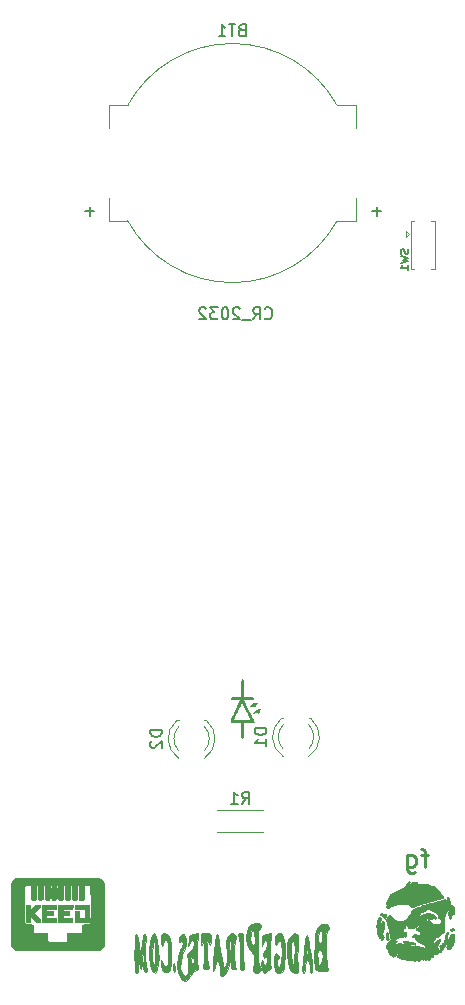
<source format=gbr>
%TF.GenerationSoftware,KiCad,Pcbnew,(6.0.1)*%
%TF.CreationDate,2022-06-23T18:30:01-05:00*%
%TF.ProjectId,lantern-lts,6c616e74-6572-46e2-9d6c-74732e6b6963,rev?*%
%TF.SameCoordinates,Original*%
%TF.FileFunction,Legend,Bot*%
%TF.FilePolarity,Positive*%
%FSLAX46Y46*%
G04 Gerber Fmt 4.6, Leading zero omitted, Abs format (unit mm)*
G04 Created by KiCad (PCBNEW (6.0.1)) date 2022-06-23 18:30:01*
%MOMM*%
%LPD*%
G01*
G04 APERTURE LIST*
%ADD10C,0.150000*%
%ADD11C,0.250000*%
%ADD12C,0.120000*%
%ADD13C,0.010000*%
G04 APERTURE END LIST*
D10*
%TO.C,BT1*%
X123721714Y-65004771D02*
X123578857Y-65052390D01*
X123531238Y-65100009D01*
X123483619Y-65195247D01*
X123483619Y-65338104D01*
X123531238Y-65433342D01*
X123578857Y-65480961D01*
X123674095Y-65528580D01*
X124055047Y-65528580D01*
X124055047Y-64528580D01*
X123721714Y-64528580D01*
X123626476Y-64576200D01*
X123578857Y-64623819D01*
X123531238Y-64719057D01*
X123531238Y-64814295D01*
X123578857Y-64909533D01*
X123626476Y-64957152D01*
X123721714Y-65004771D01*
X124055047Y-65004771D01*
X123197904Y-64528580D02*
X122626476Y-64528580D01*
X122912190Y-65528580D02*
X122912190Y-64528580D01*
X121769333Y-65528580D02*
X122340761Y-65528580D01*
X122055047Y-65528580D02*
X122055047Y-64528580D01*
X122150285Y-64671438D01*
X122245523Y-64766676D01*
X122340761Y-64814295D01*
X111251952Y-80360828D02*
X110490047Y-80360828D01*
X110871000Y-80741780D02*
X110871000Y-79979876D01*
X125691590Y-89409542D02*
X125739209Y-89457161D01*
X125882066Y-89504780D01*
X125977304Y-89504780D01*
X126120161Y-89457161D01*
X126215400Y-89361923D01*
X126263019Y-89266685D01*
X126310638Y-89076209D01*
X126310638Y-88933352D01*
X126263019Y-88742876D01*
X126215400Y-88647638D01*
X126120161Y-88552400D01*
X125977304Y-88504780D01*
X125882066Y-88504780D01*
X125739209Y-88552400D01*
X125691590Y-88600019D01*
X124691590Y-89504780D02*
X125024923Y-89028590D01*
X125263019Y-89504780D02*
X125263019Y-88504780D01*
X124882066Y-88504780D01*
X124786828Y-88552400D01*
X124739209Y-88600019D01*
X124691590Y-88695257D01*
X124691590Y-88838114D01*
X124739209Y-88933352D01*
X124786828Y-88980971D01*
X124882066Y-89028590D01*
X125263019Y-89028590D01*
X124501114Y-89600019D02*
X123739209Y-89600019D01*
X123548733Y-88600019D02*
X123501114Y-88552400D01*
X123405876Y-88504780D01*
X123167780Y-88504780D01*
X123072542Y-88552400D01*
X123024923Y-88600019D01*
X122977304Y-88695257D01*
X122977304Y-88790495D01*
X123024923Y-88933352D01*
X123596352Y-89504780D01*
X122977304Y-89504780D01*
X122358257Y-88504780D02*
X122263019Y-88504780D01*
X122167780Y-88552400D01*
X122120161Y-88600019D01*
X122072542Y-88695257D01*
X122024923Y-88885733D01*
X122024923Y-89123828D01*
X122072542Y-89314304D01*
X122120161Y-89409542D01*
X122167780Y-89457161D01*
X122263019Y-89504780D01*
X122358257Y-89504780D01*
X122453495Y-89457161D01*
X122501114Y-89409542D01*
X122548733Y-89314304D01*
X122596352Y-89123828D01*
X122596352Y-88885733D01*
X122548733Y-88695257D01*
X122501114Y-88600019D01*
X122453495Y-88552400D01*
X122358257Y-88504780D01*
X121691590Y-88504780D02*
X121072542Y-88504780D01*
X121405876Y-88885733D01*
X121263019Y-88885733D01*
X121167780Y-88933352D01*
X121120161Y-88980971D01*
X121072542Y-89076209D01*
X121072542Y-89314304D01*
X121120161Y-89409542D01*
X121167780Y-89457161D01*
X121263019Y-89504780D01*
X121548733Y-89504780D01*
X121643971Y-89457161D01*
X121691590Y-89409542D01*
X120691590Y-88600019D02*
X120643971Y-88552400D01*
X120548733Y-88504780D01*
X120310638Y-88504780D01*
X120215400Y-88552400D01*
X120167780Y-88600019D01*
X120120161Y-88695257D01*
X120120161Y-88790495D01*
X120167780Y-88933352D01*
X120739209Y-89504780D01*
X120120161Y-89504780D01*
X135559752Y-80360828D02*
X134797847Y-80360828D01*
X135178800Y-80741780D02*
X135178800Y-79979876D01*
D11*
%TO.C,G\u002A\u002A\u002A*%
X139470800Y-134848800D02*
X138884133Y-134848800D01*
X139250800Y-135875466D02*
X139250800Y-134555466D01*
X139177466Y-134408800D01*
X139030800Y-134335466D01*
X138884133Y-134335466D01*
X137710800Y-134848800D02*
X137710800Y-136095466D01*
X137784133Y-136242133D01*
X137857466Y-136315466D01*
X138004133Y-136388800D01*
X138224133Y-136388800D01*
X138370800Y-136315466D01*
X137710800Y-135802133D02*
X137857466Y-135875466D01*
X138150800Y-135875466D01*
X138297466Y-135802133D01*
X138370800Y-135728800D01*
X138444133Y-135582133D01*
X138444133Y-135142133D01*
X138370800Y-134995466D01*
X138297466Y-134922133D01*
X138150800Y-134848800D01*
X137857466Y-134848800D01*
X137710800Y-134922133D01*
D10*
%TO.C,SW1*%
X137803495Y-83588333D02*
X137834447Y-83681190D01*
X137834447Y-83835952D01*
X137803495Y-83897857D01*
X137772542Y-83928809D01*
X137710638Y-83959761D01*
X137648733Y-83959761D01*
X137586828Y-83928809D01*
X137555876Y-83897857D01*
X137524923Y-83835952D01*
X137493971Y-83712142D01*
X137463019Y-83650238D01*
X137432066Y-83619285D01*
X137370161Y-83588333D01*
X137308257Y-83588333D01*
X137246352Y-83619285D01*
X137215400Y-83650238D01*
X137184447Y-83712142D01*
X137184447Y-83866904D01*
X137215400Y-83959761D01*
X137184447Y-84176428D02*
X137834447Y-84331190D01*
X137370161Y-84455000D01*
X137834447Y-84578809D01*
X137184447Y-84733571D01*
X137834447Y-85321666D02*
X137834447Y-84950238D01*
X137834447Y-85135952D02*
X137184447Y-85135952D01*
X137277304Y-85074047D01*
X137339209Y-85012142D01*
X137370161Y-84950238D01*
%TO.C,R1*%
X123763066Y-130536180D02*
X124096400Y-130059990D01*
X124334495Y-130536180D02*
X124334495Y-129536180D01*
X123953542Y-129536180D01*
X123858304Y-129583800D01*
X123810685Y-129631419D01*
X123763066Y-129726657D01*
X123763066Y-129869514D01*
X123810685Y-129964752D01*
X123858304Y-130012371D01*
X123953542Y-130059990D01*
X124334495Y-130059990D01*
X122810685Y-130536180D02*
X123382114Y-130536180D01*
X123096400Y-130536180D02*
X123096400Y-129536180D01*
X123191638Y-129679038D01*
X123286876Y-129774276D01*
X123382114Y-129821895D01*
%TO.C,D2*%
X116973980Y-124275704D02*
X115973980Y-124275704D01*
X115973980Y-124513800D01*
X116021600Y-124656657D01*
X116116838Y-124751895D01*
X116212076Y-124799514D01*
X116402552Y-124847133D01*
X116545409Y-124847133D01*
X116735885Y-124799514D01*
X116831123Y-124751895D01*
X116926361Y-124656657D01*
X116973980Y-124513800D01*
X116973980Y-124275704D01*
X116069219Y-125228085D02*
X116021600Y-125275704D01*
X115973980Y-125370942D01*
X115973980Y-125609038D01*
X116021600Y-125704276D01*
X116069219Y-125751895D01*
X116164457Y-125799514D01*
X116259695Y-125799514D01*
X116402552Y-125751895D01*
X116973980Y-125180466D01*
X116973980Y-125799514D01*
%TO.C,D1*%
X125813180Y-124123304D02*
X124813180Y-124123304D01*
X124813180Y-124361400D01*
X124860800Y-124504257D01*
X124956038Y-124599495D01*
X125051276Y-124647114D01*
X125241752Y-124694733D01*
X125384609Y-124694733D01*
X125575085Y-124647114D01*
X125670323Y-124599495D01*
X125765561Y-124504257D01*
X125813180Y-124361400D01*
X125813180Y-124123304D01*
X125813180Y-125647114D02*
X125813180Y-125075685D01*
X125813180Y-125361400D02*
X124813180Y-125361400D01*
X124956038Y-125266161D01*
X125051276Y-125170923D01*
X125098895Y-125075685D01*
D12*
%TO.C,BT1*%
X133406000Y-71391200D02*
X131798910Y-71391200D01*
X112466000Y-79276200D02*
X112466000Y-81161200D01*
X133406000Y-79276200D02*
X133406000Y-81161200D01*
X133406000Y-81161200D02*
X131798910Y-81161200D01*
X133406000Y-73276200D02*
X133406000Y-71391200D01*
X112466000Y-71391200D02*
X114073090Y-71391200D01*
X112466000Y-81161200D02*
X114073090Y-81161200D01*
X112466000Y-73276200D02*
X112466000Y-71391200D01*
X114070979Y-81157368D02*
G75*
G03*
X131798910Y-81161200I8865021J4881167D01*
G01*
X131798910Y-71391200D02*
G75*
G03*
X114073090Y-71391200I-8862910J-4885000D01*
G01*
D13*
%TO.C,G\u002A\u002A\u002A*%
X107136781Y-136816421D02*
X107609175Y-136816824D01*
X107609175Y-136816824D02*
X108123557Y-136817550D01*
X108123557Y-136817550D02*
X108159006Y-136817610D01*
X108159006Y-136817610D02*
X111616963Y-136823450D01*
X111616963Y-136823450D02*
X111742456Y-136887426D01*
X111742456Y-136887426D02*
X111865568Y-136972661D01*
X111865568Y-136972661D02*
X111957473Y-137085958D01*
X111957473Y-137085958D02*
X112016391Y-137224942D01*
X112016391Y-137224942D02*
X112026195Y-137265517D01*
X112026195Y-137265517D02*
X112030084Y-137299504D01*
X112030084Y-137299504D02*
X112033506Y-137362520D01*
X112033506Y-137362520D02*
X112036468Y-137455751D01*
X112036468Y-137455751D02*
X112038979Y-137580387D01*
X112038979Y-137580387D02*
X112041047Y-137737615D01*
X112041047Y-137737615D02*
X112042678Y-137928622D01*
X112042678Y-137928622D02*
X112043880Y-138154597D01*
X112043880Y-138154597D02*
X112044662Y-138416727D01*
X112044662Y-138416727D02*
X112045031Y-138716200D01*
X112045031Y-138716200D02*
X112044995Y-139054204D01*
X112044995Y-139054204D02*
X112044561Y-139431928D01*
X112044561Y-139431928D02*
X112043737Y-139850557D01*
X112043737Y-139850557D02*
X112043527Y-139939113D01*
X112043527Y-139939113D02*
X112037284Y-142499147D01*
X112037284Y-142499147D02*
X111973180Y-142624632D01*
X111973180Y-142624632D02*
X111890305Y-142742160D01*
X111890305Y-142742160D02*
X111776485Y-142830831D01*
X111776485Y-142830831D02*
X111631684Y-142890671D01*
X111631684Y-142890671D02*
X111568892Y-142905783D01*
X111568892Y-142905783D02*
X111534304Y-142908487D01*
X111534304Y-142908487D02*
X111460175Y-142911022D01*
X111460175Y-142911022D02*
X111349299Y-142913386D01*
X111349299Y-142913386D02*
X111204467Y-142915579D01*
X111204467Y-142915579D02*
X111028473Y-142917599D01*
X111028473Y-142917599D02*
X110824108Y-142919444D01*
X110824108Y-142919444D02*
X110594166Y-142921115D01*
X110594166Y-142921115D02*
X110341439Y-142922611D01*
X110341439Y-142922611D02*
X110068720Y-142923929D01*
X110068720Y-142923929D02*
X109778801Y-142925069D01*
X109778801Y-142925069D02*
X109474474Y-142926030D01*
X109474474Y-142926030D02*
X109158533Y-142926811D01*
X109158533Y-142926811D02*
X108833770Y-142927411D01*
X108833770Y-142927411D02*
X108502978Y-142927829D01*
X108502978Y-142927829D02*
X108168948Y-142928064D01*
X108168948Y-142928064D02*
X107834475Y-142928115D01*
X107834475Y-142928115D02*
X107502349Y-142927980D01*
X107502349Y-142927980D02*
X107175365Y-142927659D01*
X107175365Y-142927659D02*
X106856313Y-142927151D01*
X106856313Y-142927151D02*
X106547988Y-142926454D01*
X106547988Y-142926454D02*
X106253181Y-142925568D01*
X106253181Y-142925568D02*
X105974686Y-142924491D01*
X105974686Y-142924491D02*
X105715294Y-142923223D01*
X105715294Y-142923223D02*
X105477799Y-142921762D01*
X105477799Y-142921762D02*
X105264992Y-142920108D01*
X105264992Y-142920108D02*
X105079667Y-142918259D01*
X105079667Y-142918259D02*
X104924616Y-142916215D01*
X104924616Y-142916215D02*
X104802632Y-142913973D01*
X104802632Y-142913973D02*
X104716507Y-142911534D01*
X104716507Y-142911534D02*
X104669033Y-142908896D01*
X104669033Y-142908896D02*
X104664513Y-142908358D01*
X104664513Y-142908358D02*
X104527249Y-142871707D01*
X104527249Y-142871707D02*
X104415395Y-142803630D01*
X104415395Y-142803630D02*
X104324416Y-142700781D01*
X104324416Y-142700781D02*
X104279700Y-142624416D01*
X104279700Y-142624416D02*
X104205617Y-142479186D01*
X104205617Y-142479186D02*
X104205617Y-139076351D01*
X104205617Y-139076351D02*
X105316867Y-139076351D01*
X105316867Y-139076351D02*
X105316900Y-139371126D01*
X105316900Y-139371126D02*
X105317050Y-139626501D01*
X105317050Y-139626501D02*
X105317388Y-139845411D01*
X105317388Y-139845411D02*
X105317990Y-140030791D01*
X105317990Y-140030791D02*
X105318928Y-140185575D01*
X105318928Y-140185575D02*
X105320277Y-140312696D01*
X105320277Y-140312696D02*
X105322109Y-140415089D01*
X105322109Y-140415089D02*
X105324498Y-140495689D01*
X105324498Y-140495689D02*
X105327518Y-140557429D01*
X105327518Y-140557429D02*
X105331243Y-140603244D01*
X105331243Y-140603244D02*
X105335745Y-140636067D01*
X105335745Y-140636067D02*
X105341099Y-140658834D01*
X105341099Y-140658834D02*
X105347378Y-140674479D01*
X105347378Y-140674479D02*
X105354655Y-140685934D01*
X105354655Y-140685934D02*
X105357303Y-140689314D01*
X105357303Y-140689314D02*
X105374907Y-140708587D01*
X105374907Y-140708587D02*
X105396225Y-140722361D01*
X105396225Y-140722361D02*
X105428398Y-140731774D01*
X105428398Y-140731774D02*
X105478569Y-140737962D01*
X105478569Y-140737962D02*
X105553877Y-140742066D01*
X105553877Y-140742066D02*
X105661466Y-140745222D01*
X105661466Y-140745222D02*
X105716127Y-140746496D01*
X105716127Y-140746496D02*
X106034516Y-140753709D01*
X106034516Y-140753709D02*
X106048921Y-140849770D01*
X106048921Y-140849770D02*
X106054472Y-140917931D01*
X106054472Y-140917931D02*
X106055948Y-141010094D01*
X106055948Y-141010094D02*
X106053130Y-141108102D01*
X106053130Y-141108102D02*
X106052248Y-141123409D01*
X106052248Y-141123409D02*
X106049109Y-141259964D01*
X106049109Y-141259964D02*
X106058026Y-141366807D01*
X106058026Y-141366807D02*
X106078407Y-141439944D01*
X106078407Y-141439944D02*
X106103794Y-141472306D01*
X106103794Y-141472306D02*
X106131854Y-141477134D01*
X106131854Y-141477134D02*
X106196262Y-141481489D01*
X106196262Y-141481489D02*
X106291035Y-141485179D01*
X106291035Y-141485179D02*
X106410188Y-141488016D01*
X106410188Y-141488016D02*
X106547740Y-141489811D01*
X106547740Y-141489811D02*
X106675094Y-141490376D01*
X106675094Y-141490376D02*
X106823622Y-141490870D01*
X106823622Y-141490870D02*
X106958869Y-141492092D01*
X106958869Y-141492092D02*
X107074847Y-141493926D01*
X107074847Y-141493926D02*
X107165570Y-141496255D01*
X107165570Y-141496255D02*
X107225050Y-141498963D01*
X107225050Y-141498963D02*
X107246594Y-141501483D01*
X107246594Y-141501483D02*
X107258584Y-141515662D01*
X107258584Y-141515662D02*
X107266112Y-141551109D01*
X107266112Y-141551109D02*
X107269627Y-141613685D01*
X107269627Y-141613685D02*
X107269579Y-141709247D01*
X107269579Y-141709247D02*
X107268100Y-141781941D01*
X107268100Y-141781941D02*
X107267260Y-141936369D01*
X107267260Y-141936369D02*
X107273498Y-142051233D01*
X107273498Y-142051233D02*
X107286946Y-142128731D01*
X107286946Y-142128731D02*
X107289267Y-142136284D01*
X107289267Y-142136284D02*
X107308600Y-142186897D01*
X107308600Y-142186897D02*
X107332522Y-142213499D01*
X107332522Y-142213499D02*
X107374995Y-142226068D01*
X107374995Y-142226068D02*
X107422950Y-142231830D01*
X107422950Y-142231830D02*
X107465093Y-142233960D01*
X107465093Y-142233960D02*
X107542908Y-142235799D01*
X107542908Y-142235799D02*
X107649734Y-142237336D01*
X107649734Y-142237336D02*
X107778911Y-142238558D01*
X107778911Y-142238558D02*
X107923778Y-142239455D01*
X107923778Y-142239455D02*
X108077675Y-142240014D01*
X108077675Y-142240014D02*
X108233942Y-142240223D01*
X108233942Y-142240223D02*
X108385918Y-142240070D01*
X108385918Y-142240070D02*
X108526942Y-142239544D01*
X108526942Y-142239544D02*
X108650353Y-142238632D01*
X108650353Y-142238632D02*
X108749493Y-142237322D01*
X108749493Y-142237322D02*
X108817699Y-142235604D01*
X108817699Y-142235604D02*
X108841117Y-142234362D01*
X108841117Y-142234362D02*
X108878499Y-142229357D01*
X108878499Y-142229357D02*
X108906017Y-142217463D01*
X108906017Y-142217463D02*
X108925437Y-142192788D01*
X108925437Y-142192788D02*
X108938525Y-142149442D01*
X108938525Y-142149442D02*
X108947047Y-142081533D01*
X108947047Y-142081533D02*
X108952770Y-141983171D01*
X108952770Y-141983171D02*
X108957460Y-141848464D01*
X108957460Y-141848464D02*
X108957534Y-141846064D01*
X108957534Y-141846064D02*
X108968117Y-141501284D01*
X108968117Y-141501284D02*
X109553765Y-141490700D01*
X109553765Y-141490700D02*
X109707208Y-141487413D01*
X109707208Y-141487413D02*
X109846708Y-141483442D01*
X109846708Y-141483442D02*
X109966694Y-141479025D01*
X109966694Y-141479025D02*
X110061592Y-141474398D01*
X110061592Y-141474398D02*
X110125832Y-141469800D01*
X110125832Y-141469800D02*
X110153840Y-141465468D01*
X110153840Y-141465468D02*
X110154412Y-141465081D01*
X110154412Y-141465081D02*
X110172769Y-141425075D01*
X110172769Y-141425075D02*
X110186012Y-141353031D01*
X110186012Y-141353031D02*
X110193111Y-141259046D01*
X110193111Y-141259046D02*
X110193036Y-141153219D01*
X110193036Y-141153219D02*
X110190723Y-141109200D01*
X110190723Y-141109200D02*
X110187073Y-141014321D01*
X110187073Y-141014321D02*
X110188197Y-140921517D01*
X110188197Y-140921517D02*
X110193847Y-140850663D01*
X110193847Y-140850663D02*
X110193963Y-140849881D01*
X110193963Y-140849881D02*
X110208385Y-140753709D01*
X110208385Y-140753709D02*
X110526773Y-140746496D01*
X110526773Y-140746496D02*
X110649542Y-140743400D01*
X110649542Y-140743400D02*
X110737125Y-140739819D01*
X110737125Y-140739819D02*
X110796662Y-140734616D01*
X110796662Y-140734616D02*
X110835297Y-140726653D01*
X110835297Y-140726653D02*
X110860171Y-140714791D01*
X110860171Y-140714791D02*
X110878424Y-140697893D01*
X110878424Y-140697893D02*
X110885598Y-140689314D01*
X110885598Y-140689314D02*
X110893184Y-140678663D01*
X110893184Y-140678663D02*
X110899756Y-140664826D01*
X110899756Y-140664826D02*
X110905384Y-140644887D01*
X110905384Y-140644887D02*
X110910141Y-140615927D01*
X110910141Y-140615927D02*
X110914097Y-140575029D01*
X110914097Y-140575029D02*
X110917323Y-140519275D01*
X110917323Y-140519275D02*
X110919891Y-140445748D01*
X110919891Y-140445748D02*
X110921872Y-140351530D01*
X110921872Y-140351530D02*
X110923337Y-140233703D01*
X110923337Y-140233703D02*
X110924356Y-140089350D01*
X110924356Y-140089350D02*
X110925003Y-139915553D01*
X110925003Y-139915553D02*
X110925346Y-139709395D01*
X110925346Y-139709395D02*
X110925459Y-139467957D01*
X110925459Y-139467957D02*
X110925411Y-139188323D01*
X110925411Y-139188323D02*
X110925360Y-139059480D01*
X110925360Y-139059480D02*
X110925242Y-138759482D01*
X110925242Y-138759482D02*
X110925046Y-138498940D01*
X110925046Y-138498940D02*
X110924605Y-138274980D01*
X110924605Y-138274980D02*
X110923748Y-138084724D01*
X110923748Y-138084724D02*
X110922306Y-137925297D01*
X110922306Y-137925297D02*
X110920109Y-137793822D01*
X110920109Y-137793822D02*
X110916988Y-137687424D01*
X110916988Y-137687424D02*
X110912774Y-137603226D01*
X110912774Y-137603226D02*
X110907297Y-137538351D01*
X110907297Y-137538351D02*
X110900388Y-137489925D01*
X110900388Y-137489925D02*
X110891878Y-137455071D01*
X110891878Y-137455071D02*
X110881596Y-137430912D01*
X110881596Y-137430912D02*
X110869373Y-137414572D01*
X110869373Y-137414572D02*
X110855041Y-137403176D01*
X110855041Y-137403176D02*
X110838429Y-137393846D01*
X110838429Y-137393846D02*
X110826883Y-137387824D01*
X110826883Y-137387824D02*
X110779836Y-137374981D01*
X110779836Y-137374981D02*
X110704085Y-137366752D01*
X110704085Y-137366752D02*
X110613043Y-137363499D01*
X110613043Y-137363499D02*
X110520126Y-137365579D01*
X110520126Y-137365579D02*
X110438746Y-137373352D01*
X110438746Y-137373352D02*
X110418383Y-137376889D01*
X110418383Y-137376889D02*
X110349942Y-137390577D01*
X110349942Y-137390577D02*
X110355009Y-137921930D01*
X110355009Y-137921930D02*
X110356754Y-138103450D01*
X110356754Y-138103450D02*
X110357902Y-138247433D01*
X110357902Y-138247433D02*
X110358094Y-138358678D01*
X110358094Y-138358678D02*
X110356970Y-138441980D01*
X110356970Y-138441980D02*
X110354174Y-138502136D01*
X110354174Y-138502136D02*
X110349345Y-138543942D01*
X110349345Y-138543942D02*
X110342127Y-138572196D01*
X110342127Y-138572196D02*
X110332160Y-138591695D01*
X110332160Y-138591695D02*
X110319087Y-138607234D01*
X110319087Y-138607234D02*
X110302579Y-138623579D01*
X110302579Y-138623579D02*
X110253687Y-138659498D01*
X110253687Y-138659498D02*
X110191900Y-138674136D01*
X110191900Y-138674136D02*
X110153021Y-138675534D01*
X110153021Y-138675534D02*
X110082040Y-138672567D01*
X110082040Y-138672567D02*
X110026123Y-138660765D01*
X110026123Y-138660765D02*
X109983708Y-138635777D01*
X109983708Y-138635777D02*
X109953237Y-138593250D01*
X109953237Y-138593250D02*
X109933149Y-138528831D01*
X109933149Y-138528831D02*
X109921885Y-138438169D01*
X109921885Y-138438169D02*
X109917886Y-138316912D01*
X109917886Y-138316912D02*
X109919590Y-138160707D01*
X109919590Y-138160707D02*
X109923153Y-138034142D01*
X109923153Y-138034142D02*
X109926787Y-137893480D01*
X109926787Y-137893480D02*
X109928626Y-137760889D01*
X109928626Y-137760889D02*
X109928681Y-137644476D01*
X109928681Y-137644476D02*
X109926962Y-137552351D01*
X109926962Y-137552351D02*
X109923478Y-137492621D01*
X109923478Y-137492621D02*
X109922471Y-137484601D01*
X109922471Y-137484601D02*
X109911210Y-137424026D01*
X109911210Y-137424026D02*
X109895685Y-137394524D01*
X109895685Y-137394524D02*
X109867383Y-137385048D01*
X109867383Y-137385048D02*
X109845237Y-137384367D01*
X109845237Y-137384367D02*
X109783034Y-137384367D01*
X109783034Y-137384367D02*
X109783034Y-137956918D01*
X109783034Y-137956918D02*
X109782694Y-138150101D01*
X109782694Y-138150101D02*
X109780811Y-138305144D01*
X109780811Y-138305144D02*
X109776083Y-138426239D01*
X109776083Y-138426239D02*
X109767210Y-138517579D01*
X109767210Y-138517579D02*
X109752893Y-138583356D01*
X109752893Y-138583356D02*
X109731833Y-138627762D01*
X109731833Y-138627762D02*
X109702729Y-138654990D01*
X109702729Y-138654990D02*
X109664281Y-138669233D01*
X109664281Y-138669233D02*
X109615189Y-138674682D01*
X109615189Y-138674682D02*
X109560233Y-138675534D01*
X109560233Y-138675534D02*
X109476526Y-138664289D01*
X109476526Y-138664289D02*
X109410522Y-138626196D01*
X109410522Y-138626196D02*
X109408505Y-138624478D01*
X109408505Y-138624478D02*
X109349117Y-138573422D01*
X109349117Y-138573422D02*
X109342882Y-137978895D01*
X109342882Y-137978895D02*
X109336647Y-137384367D01*
X109336647Y-137384367D02*
X109213420Y-137384367D01*
X109213420Y-137384367D02*
X109207185Y-137975363D01*
X109207185Y-137975363D02*
X109200950Y-138566360D01*
X109200950Y-138566360D02*
X109149636Y-138620947D01*
X109149636Y-138620947D02*
X109108721Y-138655427D01*
X109108721Y-138655427D02*
X109060250Y-138671405D01*
X109060250Y-138671405D02*
X108990886Y-138674860D01*
X108990886Y-138674860D02*
X108930594Y-138673089D01*
X108930594Y-138673089D02*
X108882223Y-138665808D01*
X108882223Y-138665808D02*
X108844461Y-138648815D01*
X108844461Y-138648815D02*
X108815997Y-138617906D01*
X108815997Y-138617906D02*
X108795520Y-138568877D01*
X108795520Y-138568877D02*
X108781719Y-138497525D01*
X108781719Y-138497525D02*
X108773281Y-138399647D01*
X108773281Y-138399647D02*
X108768897Y-138271039D01*
X108768897Y-138271039D02*
X108767255Y-138107498D01*
X108767255Y-138107498D02*
X108767034Y-137957258D01*
X108767034Y-137957258D02*
X108767034Y-137384367D01*
X108767034Y-137384367D02*
X108612166Y-137384367D01*
X108612166Y-137384367D02*
X108625109Y-137937751D01*
X108625109Y-137937751D02*
X108629061Y-138133965D01*
X108629061Y-138133965D02*
X108629934Y-138291999D01*
X108629934Y-138291999D02*
X108626456Y-138415965D01*
X108626456Y-138415965D02*
X108617355Y-138509979D01*
X108617355Y-138509979D02*
X108601360Y-138578153D01*
X108601360Y-138578153D02*
X108577200Y-138624603D01*
X108577200Y-138624603D02*
X108543601Y-138653442D01*
X108543601Y-138653442D02*
X108499293Y-138668784D01*
X108499293Y-138668784D02*
X108443004Y-138674742D01*
X108443004Y-138674742D02*
X108397046Y-138675534D01*
X108397046Y-138675534D02*
X108322662Y-138668628D01*
X108322662Y-138668628D02*
X108270065Y-138643531D01*
X108270065Y-138643531D02*
X108247488Y-138623579D01*
X108247488Y-138623579D02*
X108231017Y-138607138D01*
X108231017Y-138607138D02*
X108217969Y-138591244D01*
X108217969Y-138591244D02*
X108207994Y-138571147D01*
X108207994Y-138571147D02*
X108200747Y-138542097D01*
X108200747Y-138542097D02*
X108195878Y-138499344D01*
X108195878Y-138499344D02*
X108193039Y-138438139D01*
X108193039Y-138438139D02*
X108191884Y-138353730D01*
X108191884Y-138353730D02*
X108192063Y-138241369D01*
X108192063Y-138241369D02*
X108193228Y-138096305D01*
X108193228Y-138096305D02*
X108195033Y-137913788D01*
X108195033Y-137913788D02*
X108195088Y-137908242D01*
X108195088Y-137908242D02*
X108200265Y-137384367D01*
X108200265Y-137384367D02*
X108042683Y-137384367D01*
X108042683Y-137384367D02*
X108047796Y-137918825D01*
X108047796Y-137918825D02*
X108049553Y-138100831D01*
X108049553Y-138100831D02*
X108050714Y-138245287D01*
X108050714Y-138245287D02*
X108050923Y-138356976D01*
X108050923Y-138356976D02*
X108049825Y-138440682D01*
X108049825Y-138440682D02*
X108047065Y-138501187D01*
X108047065Y-138501187D02*
X108042288Y-138543274D01*
X108042288Y-138543274D02*
X108035136Y-138571726D01*
X108035136Y-138571726D02*
X108025256Y-138591327D01*
X108025256Y-138591327D02*
X108012292Y-138606859D01*
X108012292Y-138606859D02*
X107995887Y-138623105D01*
X107995887Y-138623105D02*
X107995412Y-138623579D01*
X107995412Y-138623579D02*
X107946520Y-138659498D01*
X107946520Y-138659498D02*
X107884734Y-138674136D01*
X107884734Y-138674136D02*
X107845854Y-138675534D01*
X107845854Y-138675534D02*
X107780420Y-138673573D01*
X107780420Y-138673573D02*
X107727879Y-138664952D01*
X107727879Y-138664952D02*
X107686961Y-138645562D01*
X107686961Y-138645562D02*
X107656395Y-138611292D01*
X107656395Y-138611292D02*
X107634911Y-138558034D01*
X107634911Y-138558034D02*
X107621237Y-138481679D01*
X107621237Y-138481679D02*
X107614104Y-138378117D01*
X107614104Y-138378117D02*
X107612240Y-138243238D01*
X107612240Y-138243238D02*
X107614375Y-138072934D01*
X107614375Y-138072934D02*
X107617415Y-137936768D01*
X107617415Y-137936768D02*
X107630803Y-137384367D01*
X107630803Y-137384367D02*
X107475867Y-137384367D01*
X107475867Y-137384367D02*
X107475867Y-137957258D01*
X107475867Y-137957258D02*
X107475530Y-138138008D01*
X107475530Y-138138008D02*
X107474122Y-138281383D01*
X107474122Y-138281383D02*
X107471050Y-138392341D01*
X107471050Y-138392341D02*
X107465719Y-138475838D01*
X107465719Y-138475838D02*
X107457536Y-138536829D01*
X107457536Y-138536829D02*
X107445906Y-138580273D01*
X107445906Y-138580273D02*
X107430236Y-138611124D01*
X107430236Y-138611124D02*
X107409931Y-138634341D01*
X107409931Y-138634341D02*
X107393034Y-138648402D01*
X107393034Y-138648402D02*
X107352300Y-138664148D01*
X107352300Y-138664148D02*
X107288926Y-138673662D01*
X107288926Y-138673662D02*
X107260089Y-138674860D01*
X107260089Y-138674860D02*
X107180368Y-138667441D01*
X107180368Y-138667441D02*
X107120608Y-138639649D01*
X107120608Y-138639649D02*
X107101339Y-138624478D01*
X107101339Y-138624478D02*
X107041950Y-138573422D01*
X107041950Y-138573422D02*
X107035715Y-137978895D01*
X107035715Y-137978895D02*
X107029481Y-137384367D01*
X107029481Y-137384367D02*
X106906253Y-137384367D01*
X106906253Y-137384367D02*
X106900018Y-137978895D01*
X106900018Y-137978895D02*
X106893784Y-138573422D01*
X106893784Y-138573422D02*
X106834395Y-138624478D01*
X106834395Y-138624478D02*
X106768634Y-138663529D01*
X106768634Y-138663529D02*
X106685786Y-138675523D01*
X106685786Y-138675523D02*
X106682668Y-138675534D01*
X106682668Y-138675534D02*
X106622773Y-138674440D01*
X106622773Y-138674440D02*
X106574703Y-138668364D01*
X106574703Y-138668364D02*
X106537158Y-138653114D01*
X106537158Y-138653114D02*
X106508839Y-138624497D01*
X106508839Y-138624497D02*
X106488446Y-138578321D01*
X106488446Y-138578321D02*
X106474678Y-138510392D01*
X106474678Y-138510392D02*
X106466236Y-138416520D01*
X106466236Y-138416520D02*
X106461820Y-138292511D01*
X106461820Y-138292511D02*
X106460131Y-138134173D01*
X106460131Y-138134173D02*
X106459867Y-137956918D01*
X106459867Y-137956918D02*
X106459867Y-137384367D01*
X106459867Y-137384367D02*
X106397664Y-137384367D01*
X106397664Y-137384367D02*
X106359588Y-137387861D01*
X106359588Y-137387861D02*
X106338599Y-137405698D01*
X106338599Y-137405698D02*
X106326214Y-137448910D01*
X106326214Y-137448910D02*
X106320388Y-137484882D01*
X106320388Y-137484882D02*
X106316487Y-137536423D01*
X106316487Y-137536423D02*
X106314318Y-137622157D01*
X106314318Y-137622157D02*
X106313895Y-137733979D01*
X106313895Y-137733979D02*
X106315235Y-137863783D01*
X106315235Y-137863783D02*
X106318353Y-138003464D01*
X106318353Y-138003464D02*
X106319300Y-138035393D01*
X106319300Y-138035393D02*
X106323820Y-138217256D01*
X106323820Y-138217256D02*
X106323764Y-138361254D01*
X106323764Y-138361254D02*
X106317571Y-138471748D01*
X106317571Y-138471748D02*
X106303676Y-138553099D01*
X106303676Y-138553099D02*
X106280518Y-138609667D01*
X106280518Y-138609667D02*
X106246534Y-138645814D01*
X106246534Y-138645814D02*
X106200159Y-138665901D01*
X106200159Y-138665901D02*
X106139833Y-138674288D01*
X106139833Y-138674288D02*
X106089880Y-138675534D01*
X106089880Y-138675534D02*
X106015495Y-138668628D01*
X106015495Y-138668628D02*
X105962898Y-138643531D01*
X105962898Y-138643531D02*
X105940321Y-138623579D01*
X105940321Y-138623579D02*
X105923437Y-138606691D01*
X105923437Y-138606691D02*
X105910104Y-138590377D01*
X105910104Y-138590377D02*
X105899960Y-138569818D01*
X105899960Y-138569818D02*
X105892645Y-138540193D01*
X105892645Y-138540193D02*
X105887796Y-138496683D01*
X105887796Y-138496683D02*
X105885051Y-138434470D01*
X105885051Y-138434470D02*
X105884049Y-138348734D01*
X105884049Y-138348734D02*
X105884428Y-138234656D01*
X105884428Y-138234656D02*
X105885827Y-138087415D01*
X105885827Y-138087415D02*
X105887664Y-137921989D01*
X105887664Y-137921989D02*
X105893550Y-137390695D01*
X105893550Y-137390695D02*
X105824812Y-137376948D01*
X105824812Y-137376948D02*
X105742778Y-137366819D01*
X105742778Y-137366819D02*
X105644547Y-137363628D01*
X105644547Y-137363628D02*
X105546244Y-137367030D01*
X105546244Y-137367030D02*
X105463993Y-137376679D01*
X105463993Y-137376679D02*
X105428776Y-137385420D01*
X105428776Y-137385420D02*
X105375343Y-137417798D01*
X105375343Y-137417798D02*
X105340951Y-137460500D01*
X105340951Y-137460500D02*
X105335946Y-137485676D01*
X105335946Y-137485676D02*
X105331584Y-137538883D01*
X105331584Y-137538883D02*
X105327839Y-137621758D01*
X105327839Y-137621758D02*
X105324689Y-137735938D01*
X105324689Y-137735938D02*
X105322107Y-137883061D01*
X105322107Y-137883061D02*
X105320070Y-138064764D01*
X105320070Y-138064764D02*
X105318554Y-138282685D01*
X105318554Y-138282685D02*
X105317533Y-138538461D01*
X105317533Y-138538461D02*
X105316984Y-138833730D01*
X105316984Y-138833730D02*
X105316867Y-139076351D01*
X105316867Y-139076351D02*
X104205617Y-139076351D01*
X104205617Y-139076351D02*
X104205617Y-137243768D01*
X104205617Y-137243768D02*
X104269593Y-137118276D01*
X104269593Y-137118276D02*
X104354256Y-136996786D01*
X104354256Y-136996786D02*
X104467713Y-136901338D01*
X104467713Y-136901338D02*
X104601294Y-136838986D01*
X104601294Y-136838986D02*
X104619336Y-136833772D01*
X104619336Y-136833772D02*
X104651167Y-136830518D01*
X104651167Y-136830518D02*
X104721435Y-136827603D01*
X104721435Y-136827603D02*
X104830463Y-136825027D01*
X104830463Y-136825027D02*
X104978574Y-136822787D01*
X104978574Y-136822787D02*
X105166090Y-136820883D01*
X105166090Y-136820883D02*
X105393334Y-136819313D01*
X105393334Y-136819313D02*
X105660630Y-136818076D01*
X105660630Y-136818076D02*
X105968300Y-136817169D01*
X105968300Y-136817169D02*
X106316667Y-136816592D01*
X106316667Y-136816592D02*
X106706053Y-136816343D01*
X106706053Y-136816343D02*
X107136781Y-136816421D01*
X107136781Y-136816421D02*
X107136781Y-136816421D01*
G36*
X104269593Y-137118276D02*
G01*
X104354256Y-136996786D01*
X104467713Y-136901338D01*
X104601294Y-136838986D01*
X104619336Y-136833772D01*
X104651167Y-136830518D01*
X104721435Y-136827603D01*
X104830463Y-136825027D01*
X104978574Y-136822787D01*
X105166090Y-136820883D01*
X105393334Y-136819313D01*
X105660630Y-136818076D01*
X105968300Y-136817169D01*
X106316667Y-136816592D01*
X106706053Y-136816343D01*
X107136781Y-136816421D01*
X107609175Y-136816824D01*
X108123557Y-136817550D01*
X108159006Y-136817610D01*
X111616963Y-136823450D01*
X111742456Y-136887426D01*
X111865568Y-136972661D01*
X111957473Y-137085958D01*
X112016391Y-137224942D01*
X112026195Y-137265517D01*
X112030084Y-137299504D01*
X112033506Y-137362520D01*
X112036468Y-137455751D01*
X112038979Y-137580387D01*
X112041047Y-137737615D01*
X112042678Y-137928622D01*
X112043880Y-138154597D01*
X112044662Y-138416727D01*
X112045031Y-138716200D01*
X112044995Y-139054204D01*
X112044561Y-139431928D01*
X112043737Y-139850557D01*
X112043527Y-139939113D01*
X112037284Y-142499147D01*
X111973180Y-142624632D01*
X111890305Y-142742160D01*
X111776485Y-142830831D01*
X111631684Y-142890671D01*
X111568892Y-142905783D01*
X111534304Y-142908487D01*
X111460175Y-142911022D01*
X111349299Y-142913386D01*
X111204467Y-142915579D01*
X111028473Y-142917599D01*
X110824108Y-142919444D01*
X110594166Y-142921115D01*
X110341439Y-142922611D01*
X110068720Y-142923929D01*
X109778801Y-142925069D01*
X109474474Y-142926030D01*
X109158533Y-142926811D01*
X108833770Y-142927411D01*
X108502978Y-142927829D01*
X108168948Y-142928064D01*
X107834475Y-142928115D01*
X107502349Y-142927980D01*
X107175365Y-142927659D01*
X106856313Y-142927151D01*
X106547988Y-142926454D01*
X106253181Y-142925568D01*
X105974686Y-142924491D01*
X105715294Y-142923223D01*
X105477799Y-142921762D01*
X105264992Y-142920108D01*
X105079667Y-142918259D01*
X104924616Y-142916215D01*
X104802632Y-142913973D01*
X104716507Y-142911534D01*
X104669033Y-142908896D01*
X104664513Y-142908358D01*
X104527249Y-142871707D01*
X104415395Y-142803630D01*
X104324416Y-142700781D01*
X104279700Y-142624416D01*
X104205617Y-142479186D01*
X104205617Y-139076351D01*
X105316867Y-139076351D01*
X105316900Y-139371126D01*
X105317050Y-139626501D01*
X105317388Y-139845411D01*
X105317990Y-140030791D01*
X105318928Y-140185575D01*
X105320277Y-140312696D01*
X105322109Y-140415089D01*
X105324498Y-140495689D01*
X105327518Y-140557429D01*
X105331243Y-140603244D01*
X105335745Y-140636067D01*
X105341099Y-140658834D01*
X105347378Y-140674479D01*
X105354655Y-140685934D01*
X105357303Y-140689314D01*
X105374907Y-140708587D01*
X105396225Y-140722361D01*
X105428398Y-140731774D01*
X105478569Y-140737962D01*
X105553877Y-140742066D01*
X105661466Y-140745222D01*
X105716127Y-140746496D01*
X106034516Y-140753709D01*
X106048921Y-140849770D01*
X106054472Y-140917931D01*
X106055948Y-141010094D01*
X106053130Y-141108102D01*
X106052248Y-141123409D01*
X106049109Y-141259964D01*
X106058026Y-141366807D01*
X106078407Y-141439944D01*
X106103794Y-141472306D01*
X106131854Y-141477134D01*
X106196262Y-141481489D01*
X106291035Y-141485179D01*
X106410188Y-141488016D01*
X106547740Y-141489811D01*
X106675094Y-141490376D01*
X106823622Y-141490870D01*
X106958869Y-141492092D01*
X107074847Y-141493926D01*
X107165570Y-141496255D01*
X107225050Y-141498963D01*
X107246594Y-141501483D01*
X107258584Y-141515662D01*
X107266112Y-141551109D01*
X107269627Y-141613685D01*
X107269579Y-141709247D01*
X107268100Y-141781941D01*
X107267260Y-141936369D01*
X107273498Y-142051233D01*
X107286946Y-142128731D01*
X107289267Y-142136284D01*
X107308600Y-142186897D01*
X107332522Y-142213499D01*
X107374995Y-142226068D01*
X107422950Y-142231830D01*
X107465093Y-142233960D01*
X107542908Y-142235799D01*
X107649734Y-142237336D01*
X107778911Y-142238558D01*
X107923778Y-142239455D01*
X108077675Y-142240014D01*
X108233942Y-142240223D01*
X108385918Y-142240070D01*
X108526942Y-142239544D01*
X108650353Y-142238632D01*
X108749493Y-142237322D01*
X108817699Y-142235604D01*
X108841117Y-142234362D01*
X108878499Y-142229357D01*
X108906017Y-142217463D01*
X108925437Y-142192788D01*
X108938525Y-142149442D01*
X108947047Y-142081533D01*
X108952770Y-141983171D01*
X108957460Y-141848464D01*
X108957534Y-141846064D01*
X108968117Y-141501284D01*
X109553765Y-141490700D01*
X109707208Y-141487413D01*
X109846708Y-141483442D01*
X109966694Y-141479025D01*
X110061592Y-141474398D01*
X110125832Y-141469800D01*
X110153840Y-141465468D01*
X110154412Y-141465081D01*
X110172769Y-141425075D01*
X110186012Y-141353031D01*
X110193111Y-141259046D01*
X110193036Y-141153219D01*
X110190723Y-141109200D01*
X110187073Y-141014321D01*
X110188197Y-140921517D01*
X110193847Y-140850663D01*
X110193963Y-140849881D01*
X110208385Y-140753709D01*
X110526773Y-140746496D01*
X110649542Y-140743400D01*
X110737125Y-140739819D01*
X110796662Y-140734616D01*
X110835297Y-140726653D01*
X110860171Y-140714791D01*
X110878424Y-140697893D01*
X110885598Y-140689314D01*
X110893184Y-140678663D01*
X110899756Y-140664826D01*
X110905384Y-140644887D01*
X110910141Y-140615927D01*
X110914097Y-140575029D01*
X110917323Y-140519275D01*
X110919891Y-140445748D01*
X110921872Y-140351530D01*
X110923337Y-140233703D01*
X110924356Y-140089350D01*
X110925003Y-139915553D01*
X110925346Y-139709395D01*
X110925459Y-139467957D01*
X110925411Y-139188323D01*
X110925360Y-139059480D01*
X110925242Y-138759482D01*
X110925046Y-138498940D01*
X110924605Y-138274980D01*
X110923748Y-138084724D01*
X110922306Y-137925297D01*
X110920109Y-137793822D01*
X110916988Y-137687424D01*
X110912774Y-137603226D01*
X110907297Y-137538351D01*
X110900388Y-137489925D01*
X110891878Y-137455071D01*
X110881596Y-137430912D01*
X110869373Y-137414572D01*
X110855041Y-137403176D01*
X110838429Y-137393846D01*
X110826883Y-137387824D01*
X110779836Y-137374981D01*
X110704085Y-137366752D01*
X110613043Y-137363499D01*
X110520126Y-137365579D01*
X110438746Y-137373352D01*
X110418383Y-137376889D01*
X110349942Y-137390577D01*
X110355009Y-137921930D01*
X110356754Y-138103450D01*
X110357902Y-138247433D01*
X110358094Y-138358678D01*
X110356970Y-138441980D01*
X110354174Y-138502136D01*
X110349345Y-138543942D01*
X110342127Y-138572196D01*
X110332160Y-138591695D01*
X110319087Y-138607234D01*
X110302579Y-138623579D01*
X110253687Y-138659498D01*
X110191900Y-138674136D01*
X110153021Y-138675534D01*
X110082040Y-138672567D01*
X110026123Y-138660765D01*
X109983708Y-138635777D01*
X109953237Y-138593250D01*
X109933149Y-138528831D01*
X109921885Y-138438169D01*
X109917886Y-138316912D01*
X109919590Y-138160707D01*
X109923153Y-138034142D01*
X109926787Y-137893480D01*
X109928626Y-137760889D01*
X109928681Y-137644476D01*
X109926962Y-137552351D01*
X109923478Y-137492621D01*
X109922471Y-137484601D01*
X109911210Y-137424026D01*
X109895685Y-137394524D01*
X109867383Y-137385048D01*
X109845237Y-137384367D01*
X109783034Y-137384367D01*
X109783034Y-137956918D01*
X109782694Y-138150101D01*
X109780811Y-138305144D01*
X109776083Y-138426239D01*
X109767210Y-138517579D01*
X109752893Y-138583356D01*
X109731833Y-138627762D01*
X109702729Y-138654990D01*
X109664281Y-138669233D01*
X109615189Y-138674682D01*
X109560233Y-138675534D01*
X109476526Y-138664289D01*
X109410522Y-138626196D01*
X109408505Y-138624478D01*
X109349117Y-138573422D01*
X109342882Y-137978895D01*
X109336647Y-137384367D01*
X109213420Y-137384367D01*
X109207185Y-137975363D01*
X109200950Y-138566360D01*
X109149636Y-138620947D01*
X109108721Y-138655427D01*
X109060250Y-138671405D01*
X108990886Y-138674860D01*
X108930594Y-138673089D01*
X108882223Y-138665808D01*
X108844461Y-138648815D01*
X108815997Y-138617906D01*
X108795520Y-138568877D01*
X108781719Y-138497525D01*
X108773281Y-138399647D01*
X108768897Y-138271039D01*
X108767255Y-138107498D01*
X108767034Y-137957258D01*
X108767034Y-137384367D01*
X108612166Y-137384367D01*
X108625109Y-137937751D01*
X108629061Y-138133965D01*
X108629934Y-138291999D01*
X108626456Y-138415965D01*
X108617355Y-138509979D01*
X108601360Y-138578153D01*
X108577200Y-138624603D01*
X108543601Y-138653442D01*
X108499293Y-138668784D01*
X108443004Y-138674742D01*
X108397046Y-138675534D01*
X108322662Y-138668628D01*
X108270065Y-138643531D01*
X108247488Y-138623579D01*
X108231017Y-138607138D01*
X108217969Y-138591244D01*
X108207994Y-138571147D01*
X108200747Y-138542097D01*
X108195878Y-138499344D01*
X108193039Y-138438139D01*
X108191884Y-138353730D01*
X108192063Y-138241369D01*
X108193228Y-138096305D01*
X108195033Y-137913788D01*
X108195088Y-137908242D01*
X108200265Y-137384367D01*
X108042683Y-137384367D01*
X108047796Y-137918825D01*
X108049553Y-138100831D01*
X108050714Y-138245287D01*
X108050923Y-138356976D01*
X108049825Y-138440682D01*
X108047065Y-138501187D01*
X108042288Y-138543274D01*
X108035136Y-138571726D01*
X108025256Y-138591327D01*
X108012292Y-138606859D01*
X107995887Y-138623105D01*
X107995412Y-138623579D01*
X107946520Y-138659498D01*
X107884734Y-138674136D01*
X107845854Y-138675534D01*
X107780420Y-138673573D01*
X107727879Y-138664952D01*
X107686961Y-138645562D01*
X107656395Y-138611292D01*
X107634911Y-138558034D01*
X107621237Y-138481679D01*
X107614104Y-138378117D01*
X107612240Y-138243238D01*
X107614375Y-138072934D01*
X107617415Y-137936768D01*
X107630803Y-137384367D01*
X107475867Y-137384367D01*
X107475867Y-137957258D01*
X107475530Y-138138008D01*
X107474122Y-138281383D01*
X107471050Y-138392341D01*
X107465719Y-138475838D01*
X107457536Y-138536829D01*
X107445906Y-138580273D01*
X107430236Y-138611124D01*
X107409931Y-138634341D01*
X107393034Y-138648402D01*
X107352300Y-138664148D01*
X107288926Y-138673662D01*
X107260089Y-138674860D01*
X107180368Y-138667441D01*
X107120608Y-138639649D01*
X107101339Y-138624478D01*
X107041950Y-138573422D01*
X107035715Y-137978895D01*
X107029481Y-137384367D01*
X106906253Y-137384367D01*
X106900018Y-137978895D01*
X106893784Y-138573422D01*
X106834395Y-138624478D01*
X106768634Y-138663529D01*
X106685786Y-138675523D01*
X106682668Y-138675534D01*
X106622773Y-138674440D01*
X106574703Y-138668364D01*
X106537158Y-138653114D01*
X106508839Y-138624497D01*
X106488446Y-138578321D01*
X106474678Y-138510392D01*
X106466236Y-138416520D01*
X106461820Y-138292511D01*
X106460131Y-138134173D01*
X106459867Y-137956918D01*
X106459867Y-137384367D01*
X106397664Y-137384367D01*
X106359588Y-137387861D01*
X106338599Y-137405698D01*
X106326214Y-137448910D01*
X106320388Y-137484882D01*
X106316487Y-137536423D01*
X106314318Y-137622157D01*
X106313895Y-137733979D01*
X106315235Y-137863783D01*
X106318353Y-138003464D01*
X106319300Y-138035393D01*
X106323820Y-138217256D01*
X106323764Y-138361254D01*
X106317571Y-138471748D01*
X106303676Y-138553099D01*
X106280518Y-138609667D01*
X106246534Y-138645814D01*
X106200159Y-138665901D01*
X106139833Y-138674288D01*
X106089880Y-138675534D01*
X106015495Y-138668628D01*
X105962898Y-138643531D01*
X105940321Y-138623579D01*
X105923437Y-138606691D01*
X105910104Y-138590377D01*
X105899960Y-138569818D01*
X105892645Y-138540193D01*
X105887796Y-138496683D01*
X105885051Y-138434470D01*
X105884049Y-138348734D01*
X105884428Y-138234656D01*
X105885827Y-138087415D01*
X105887664Y-137921989D01*
X105893550Y-137390695D01*
X105824812Y-137376948D01*
X105742778Y-137366819D01*
X105644547Y-137363628D01*
X105546244Y-137367030D01*
X105463993Y-137376679D01*
X105428776Y-137385420D01*
X105375343Y-137417798D01*
X105340951Y-137460500D01*
X105335946Y-137485676D01*
X105331584Y-137538883D01*
X105327839Y-137621758D01*
X105324689Y-137735938D01*
X105322107Y-137883061D01*
X105320070Y-138064764D01*
X105318554Y-138282685D01*
X105317533Y-138538461D01*
X105316984Y-138833730D01*
X105316867Y-139076351D01*
X104205617Y-139076351D01*
X104205617Y-137243768D01*
X104269593Y-137118276D01*
G37*
X104269593Y-137118276D02*
X104354256Y-136996786D01*
X104467713Y-136901338D01*
X104601294Y-136838986D01*
X104619336Y-136833772D01*
X104651167Y-136830518D01*
X104721435Y-136827603D01*
X104830463Y-136825027D01*
X104978574Y-136822787D01*
X105166090Y-136820883D01*
X105393334Y-136819313D01*
X105660630Y-136818076D01*
X105968300Y-136817169D01*
X106316667Y-136816592D01*
X106706053Y-136816343D01*
X107136781Y-136816421D01*
X107609175Y-136816824D01*
X108123557Y-136817550D01*
X108159006Y-136817610D01*
X111616963Y-136823450D01*
X111742456Y-136887426D01*
X111865568Y-136972661D01*
X111957473Y-137085958D01*
X112016391Y-137224942D01*
X112026195Y-137265517D01*
X112030084Y-137299504D01*
X112033506Y-137362520D01*
X112036468Y-137455751D01*
X112038979Y-137580387D01*
X112041047Y-137737615D01*
X112042678Y-137928622D01*
X112043880Y-138154597D01*
X112044662Y-138416727D01*
X112045031Y-138716200D01*
X112044995Y-139054204D01*
X112044561Y-139431928D01*
X112043737Y-139850557D01*
X112043527Y-139939113D01*
X112037284Y-142499147D01*
X111973180Y-142624632D01*
X111890305Y-142742160D01*
X111776485Y-142830831D01*
X111631684Y-142890671D01*
X111568892Y-142905783D01*
X111534304Y-142908487D01*
X111460175Y-142911022D01*
X111349299Y-142913386D01*
X111204467Y-142915579D01*
X111028473Y-142917599D01*
X110824108Y-142919444D01*
X110594166Y-142921115D01*
X110341439Y-142922611D01*
X110068720Y-142923929D01*
X109778801Y-142925069D01*
X109474474Y-142926030D01*
X109158533Y-142926811D01*
X108833770Y-142927411D01*
X108502978Y-142927829D01*
X108168948Y-142928064D01*
X107834475Y-142928115D01*
X107502349Y-142927980D01*
X107175365Y-142927659D01*
X106856313Y-142927151D01*
X106547988Y-142926454D01*
X106253181Y-142925568D01*
X105974686Y-142924491D01*
X105715294Y-142923223D01*
X105477799Y-142921762D01*
X105264992Y-142920108D01*
X105079667Y-142918259D01*
X104924616Y-142916215D01*
X104802632Y-142913973D01*
X104716507Y-142911534D01*
X104669033Y-142908896D01*
X104664513Y-142908358D01*
X104527249Y-142871707D01*
X104415395Y-142803630D01*
X104324416Y-142700781D01*
X104279700Y-142624416D01*
X104205617Y-142479186D01*
X104205617Y-139076351D01*
X105316867Y-139076351D01*
X105316900Y-139371126D01*
X105317050Y-139626501D01*
X105317388Y-139845411D01*
X105317990Y-140030791D01*
X105318928Y-140185575D01*
X105320277Y-140312696D01*
X105322109Y-140415089D01*
X105324498Y-140495689D01*
X105327518Y-140557429D01*
X105331243Y-140603244D01*
X105335745Y-140636067D01*
X105341099Y-140658834D01*
X105347378Y-140674479D01*
X105354655Y-140685934D01*
X105357303Y-140689314D01*
X105374907Y-140708587D01*
X105396225Y-140722361D01*
X105428398Y-140731774D01*
X105478569Y-140737962D01*
X105553877Y-140742066D01*
X105661466Y-140745222D01*
X105716127Y-140746496D01*
X106034516Y-140753709D01*
X106048921Y-140849770D01*
X106054472Y-140917931D01*
X106055948Y-141010094D01*
X106053130Y-141108102D01*
X106052248Y-141123409D01*
X106049109Y-141259964D01*
X106058026Y-141366807D01*
X106078407Y-141439944D01*
X106103794Y-141472306D01*
X106131854Y-141477134D01*
X106196262Y-141481489D01*
X106291035Y-141485179D01*
X106410188Y-141488016D01*
X106547740Y-141489811D01*
X106675094Y-141490376D01*
X106823622Y-141490870D01*
X106958869Y-141492092D01*
X107074847Y-141493926D01*
X107165570Y-141496255D01*
X107225050Y-141498963D01*
X107246594Y-141501483D01*
X107258584Y-141515662D01*
X107266112Y-141551109D01*
X107269627Y-141613685D01*
X107269579Y-141709247D01*
X107268100Y-141781941D01*
X107267260Y-141936369D01*
X107273498Y-142051233D01*
X107286946Y-142128731D01*
X107289267Y-142136284D01*
X107308600Y-142186897D01*
X107332522Y-142213499D01*
X107374995Y-142226068D01*
X107422950Y-142231830D01*
X107465093Y-142233960D01*
X107542908Y-142235799D01*
X107649734Y-142237336D01*
X107778911Y-142238558D01*
X107923778Y-142239455D01*
X108077675Y-142240014D01*
X108233942Y-142240223D01*
X108385918Y-142240070D01*
X108526942Y-142239544D01*
X108650353Y-142238632D01*
X108749493Y-142237322D01*
X108817699Y-142235604D01*
X108841117Y-142234362D01*
X108878499Y-142229357D01*
X108906017Y-142217463D01*
X108925437Y-142192788D01*
X108938525Y-142149442D01*
X108947047Y-142081533D01*
X108952770Y-141983171D01*
X108957460Y-141848464D01*
X108957534Y-141846064D01*
X108968117Y-141501284D01*
X109553765Y-141490700D01*
X109707208Y-141487413D01*
X109846708Y-141483442D01*
X109966694Y-141479025D01*
X110061592Y-141474398D01*
X110125832Y-141469800D01*
X110153840Y-141465468D01*
X110154412Y-141465081D01*
X110172769Y-141425075D01*
X110186012Y-141353031D01*
X110193111Y-141259046D01*
X110193036Y-141153219D01*
X110190723Y-141109200D01*
X110187073Y-141014321D01*
X110188197Y-140921517D01*
X110193847Y-140850663D01*
X110193963Y-140849881D01*
X110208385Y-140753709D01*
X110526773Y-140746496D01*
X110649542Y-140743400D01*
X110737125Y-140739819D01*
X110796662Y-140734616D01*
X110835297Y-140726653D01*
X110860171Y-140714791D01*
X110878424Y-140697893D01*
X110885598Y-140689314D01*
X110893184Y-140678663D01*
X110899756Y-140664826D01*
X110905384Y-140644887D01*
X110910141Y-140615927D01*
X110914097Y-140575029D01*
X110917323Y-140519275D01*
X110919891Y-140445748D01*
X110921872Y-140351530D01*
X110923337Y-140233703D01*
X110924356Y-140089350D01*
X110925003Y-139915553D01*
X110925346Y-139709395D01*
X110925459Y-139467957D01*
X110925411Y-139188323D01*
X110925360Y-139059480D01*
X110925242Y-138759482D01*
X110925046Y-138498940D01*
X110924605Y-138274980D01*
X110923748Y-138084724D01*
X110922306Y-137925297D01*
X110920109Y-137793822D01*
X110916988Y-137687424D01*
X110912774Y-137603226D01*
X110907297Y-137538351D01*
X110900388Y-137489925D01*
X110891878Y-137455071D01*
X110881596Y-137430912D01*
X110869373Y-137414572D01*
X110855041Y-137403176D01*
X110838429Y-137393846D01*
X110826883Y-137387824D01*
X110779836Y-137374981D01*
X110704085Y-137366752D01*
X110613043Y-137363499D01*
X110520126Y-137365579D01*
X110438746Y-137373352D01*
X110418383Y-137376889D01*
X110349942Y-137390577D01*
X110355009Y-137921930D01*
X110356754Y-138103450D01*
X110357902Y-138247433D01*
X110358094Y-138358678D01*
X110356970Y-138441980D01*
X110354174Y-138502136D01*
X110349345Y-138543942D01*
X110342127Y-138572196D01*
X110332160Y-138591695D01*
X110319087Y-138607234D01*
X110302579Y-138623579D01*
X110253687Y-138659498D01*
X110191900Y-138674136D01*
X110153021Y-138675534D01*
X110082040Y-138672567D01*
X110026123Y-138660765D01*
X109983708Y-138635777D01*
X109953237Y-138593250D01*
X109933149Y-138528831D01*
X109921885Y-138438169D01*
X109917886Y-138316912D01*
X109919590Y-138160707D01*
X109923153Y-138034142D01*
X109926787Y-137893480D01*
X109928626Y-137760889D01*
X109928681Y-137644476D01*
X109926962Y-137552351D01*
X109923478Y-137492621D01*
X109922471Y-137484601D01*
X109911210Y-137424026D01*
X109895685Y-137394524D01*
X109867383Y-137385048D01*
X109845237Y-137384367D01*
X109783034Y-137384367D01*
X109783034Y-137956918D01*
X109782694Y-138150101D01*
X109780811Y-138305144D01*
X109776083Y-138426239D01*
X109767210Y-138517579D01*
X109752893Y-138583356D01*
X109731833Y-138627762D01*
X109702729Y-138654990D01*
X109664281Y-138669233D01*
X109615189Y-138674682D01*
X109560233Y-138675534D01*
X109476526Y-138664289D01*
X109410522Y-138626196D01*
X109408505Y-138624478D01*
X109349117Y-138573422D01*
X109342882Y-137978895D01*
X109336647Y-137384367D01*
X109213420Y-137384367D01*
X109207185Y-137975363D01*
X109200950Y-138566360D01*
X109149636Y-138620947D01*
X109108721Y-138655427D01*
X109060250Y-138671405D01*
X108990886Y-138674860D01*
X108930594Y-138673089D01*
X108882223Y-138665808D01*
X108844461Y-138648815D01*
X108815997Y-138617906D01*
X108795520Y-138568877D01*
X108781719Y-138497525D01*
X108773281Y-138399647D01*
X108768897Y-138271039D01*
X108767255Y-138107498D01*
X108767034Y-137957258D01*
X108767034Y-137384367D01*
X108612166Y-137384367D01*
X108625109Y-137937751D01*
X108629061Y-138133965D01*
X108629934Y-138291999D01*
X108626456Y-138415965D01*
X108617355Y-138509979D01*
X108601360Y-138578153D01*
X108577200Y-138624603D01*
X108543601Y-138653442D01*
X108499293Y-138668784D01*
X108443004Y-138674742D01*
X108397046Y-138675534D01*
X108322662Y-138668628D01*
X108270065Y-138643531D01*
X108247488Y-138623579D01*
X108231017Y-138607138D01*
X108217969Y-138591244D01*
X108207994Y-138571147D01*
X108200747Y-138542097D01*
X108195878Y-138499344D01*
X108193039Y-138438139D01*
X108191884Y-138353730D01*
X108192063Y-138241369D01*
X108193228Y-138096305D01*
X108195033Y-137913788D01*
X108195088Y-137908242D01*
X108200265Y-137384367D01*
X108042683Y-137384367D01*
X108047796Y-137918825D01*
X108049553Y-138100831D01*
X108050714Y-138245287D01*
X108050923Y-138356976D01*
X108049825Y-138440682D01*
X108047065Y-138501187D01*
X108042288Y-138543274D01*
X108035136Y-138571726D01*
X108025256Y-138591327D01*
X108012292Y-138606859D01*
X107995887Y-138623105D01*
X107995412Y-138623579D01*
X107946520Y-138659498D01*
X107884734Y-138674136D01*
X107845854Y-138675534D01*
X107780420Y-138673573D01*
X107727879Y-138664952D01*
X107686961Y-138645562D01*
X107656395Y-138611292D01*
X107634911Y-138558034D01*
X107621237Y-138481679D01*
X107614104Y-138378117D01*
X107612240Y-138243238D01*
X107614375Y-138072934D01*
X107617415Y-137936768D01*
X107630803Y-137384367D01*
X107475867Y-137384367D01*
X107475867Y-137957258D01*
X107475530Y-138138008D01*
X107474122Y-138281383D01*
X107471050Y-138392341D01*
X107465719Y-138475838D01*
X107457536Y-138536829D01*
X107445906Y-138580273D01*
X107430236Y-138611124D01*
X107409931Y-138634341D01*
X107393034Y-138648402D01*
X107352300Y-138664148D01*
X107288926Y-138673662D01*
X107260089Y-138674860D01*
X107180368Y-138667441D01*
X107120608Y-138639649D01*
X107101339Y-138624478D01*
X107041950Y-138573422D01*
X107035715Y-137978895D01*
X107029481Y-137384367D01*
X106906253Y-137384367D01*
X106900018Y-137978895D01*
X106893784Y-138573422D01*
X106834395Y-138624478D01*
X106768634Y-138663529D01*
X106685786Y-138675523D01*
X106682668Y-138675534D01*
X106622773Y-138674440D01*
X106574703Y-138668364D01*
X106537158Y-138653114D01*
X106508839Y-138624497D01*
X106488446Y-138578321D01*
X106474678Y-138510392D01*
X106466236Y-138416520D01*
X106461820Y-138292511D01*
X106460131Y-138134173D01*
X106459867Y-137956918D01*
X106459867Y-137384367D01*
X106397664Y-137384367D01*
X106359588Y-137387861D01*
X106338599Y-137405698D01*
X106326214Y-137448910D01*
X106320388Y-137484882D01*
X106316487Y-137536423D01*
X106314318Y-137622157D01*
X106313895Y-137733979D01*
X106315235Y-137863783D01*
X106318353Y-138003464D01*
X106319300Y-138035393D01*
X106323820Y-138217256D01*
X106323764Y-138361254D01*
X106317571Y-138471748D01*
X106303676Y-138553099D01*
X106280518Y-138609667D01*
X106246534Y-138645814D01*
X106200159Y-138665901D01*
X106139833Y-138674288D01*
X106089880Y-138675534D01*
X106015495Y-138668628D01*
X105962898Y-138643531D01*
X105940321Y-138623579D01*
X105923437Y-138606691D01*
X105910104Y-138590377D01*
X105899960Y-138569818D01*
X105892645Y-138540193D01*
X105887796Y-138496683D01*
X105885051Y-138434470D01*
X105884049Y-138348734D01*
X105884428Y-138234656D01*
X105885827Y-138087415D01*
X105887664Y-137921989D01*
X105893550Y-137390695D01*
X105824812Y-137376948D01*
X105742778Y-137366819D01*
X105644547Y-137363628D01*
X105546244Y-137367030D01*
X105463993Y-137376679D01*
X105428776Y-137385420D01*
X105375343Y-137417798D01*
X105340951Y-137460500D01*
X105335946Y-137485676D01*
X105331584Y-137538883D01*
X105327839Y-137621758D01*
X105324689Y-137735938D01*
X105322107Y-137883061D01*
X105320070Y-138064764D01*
X105318554Y-138282685D01*
X105317533Y-138538461D01*
X105316984Y-138833730D01*
X105316867Y-139076351D01*
X104205617Y-139076351D01*
X104205617Y-137243768D01*
X104269593Y-137118276D01*
X105782534Y-139553288D02*
X106280586Y-139056534D01*
X106280586Y-139056534D02*
X106629200Y-139056534D01*
X106629200Y-139056534D02*
X106629200Y-139278172D01*
X106629200Y-139278172D02*
X106370226Y-139537770D01*
X106370226Y-139537770D02*
X106111252Y-139797367D01*
X106111252Y-139797367D02*
X106629200Y-140316561D01*
X106629200Y-140316561D02*
X106629200Y-140538200D01*
X106629200Y-140538200D02*
X106301728Y-140538200D01*
X106301728Y-140538200D02*
X105782534Y-140020252D01*
X105782534Y-140020252D02*
X105782534Y-140538200D01*
X105782534Y-140538200D02*
X105443867Y-140538200D01*
X105443867Y-140538200D02*
X105443867Y-139056534D01*
X105443867Y-139056534D02*
X105782534Y-139056534D01*
X105782534Y-139056534D02*
X105782534Y-139553288D01*
X105782534Y-139553288D02*
X105782534Y-139553288D01*
G36*
X105782534Y-139553288D02*
G01*
X106280586Y-139056534D01*
X106629200Y-139056534D01*
X106629200Y-139278172D01*
X106370226Y-139537770D01*
X106111252Y-139797367D01*
X106629200Y-140316561D01*
X106629200Y-140538200D01*
X106301728Y-140538200D01*
X105782534Y-140020252D01*
X105782534Y-140538200D01*
X105443867Y-140538200D01*
X105443867Y-139056534D01*
X105782534Y-139056534D01*
X105782534Y-139553288D01*
G37*
X105782534Y-139553288D02*
X106280586Y-139056534D01*
X106629200Y-139056534D01*
X106629200Y-139278172D01*
X106370226Y-139537770D01*
X106111252Y-139797367D01*
X106629200Y-140316561D01*
X106629200Y-140538200D01*
X106301728Y-140538200D01*
X105782534Y-140020252D01*
X105782534Y-140538200D01*
X105443867Y-140538200D01*
X105443867Y-139056534D01*
X105782534Y-139056534D01*
X105782534Y-139553288D01*
X108005034Y-139416367D02*
X107179534Y-139416367D01*
X107179534Y-139416367D02*
X107179534Y-139628034D01*
X107179534Y-139628034D02*
X107729867Y-139628034D01*
X107729867Y-139628034D02*
X107729867Y-139966700D01*
X107729867Y-139966700D02*
X107179534Y-139966700D01*
X107179534Y-139966700D02*
X107179534Y-140178367D01*
X107179534Y-140178367D02*
X108005034Y-140178367D01*
X108005034Y-140178367D02*
X108005034Y-140538200D01*
X108005034Y-140538200D02*
X106819700Y-140538200D01*
X106819700Y-140538200D02*
X106819700Y-139056534D01*
X106819700Y-139056534D02*
X108005034Y-139056534D01*
X108005034Y-139056534D02*
X108005034Y-139416367D01*
X108005034Y-139416367D02*
X108005034Y-139416367D01*
G36*
X108005034Y-139416367D02*
G01*
X107179534Y-139416367D01*
X107179534Y-139628034D01*
X107729867Y-139628034D01*
X107729867Y-139966700D01*
X107179534Y-139966700D01*
X107179534Y-140178367D01*
X108005034Y-140178367D01*
X108005034Y-140538200D01*
X106819700Y-140538200D01*
X106819700Y-139056534D01*
X108005034Y-139056534D01*
X108005034Y-139416367D01*
G37*
X108005034Y-139416367D02*
X107179534Y-139416367D01*
X107179534Y-139628034D01*
X107729867Y-139628034D01*
X107729867Y-139966700D01*
X107179534Y-139966700D01*
X107179534Y-140178367D01*
X108005034Y-140178367D01*
X108005034Y-140538200D01*
X106819700Y-140538200D01*
X106819700Y-139056534D01*
X108005034Y-139056534D01*
X108005034Y-139416367D01*
X109391450Y-139405784D02*
X108973409Y-139411523D01*
X108973409Y-139411523D02*
X108555367Y-139417262D01*
X108555367Y-139417262D02*
X108555367Y-139628034D01*
X108555367Y-139628034D02*
X109105700Y-139628034D01*
X109105700Y-139628034D02*
X109105700Y-139966700D01*
X109105700Y-139966700D02*
X108555367Y-139966700D01*
X108555367Y-139966700D02*
X108555367Y-140177472D01*
X108555367Y-140177472D02*
X108973409Y-140183211D01*
X108973409Y-140183211D02*
X109391450Y-140188950D01*
X109391450Y-140188950D02*
X109391450Y-140527617D01*
X109391450Y-140527617D02*
X108195534Y-140538859D01*
X108195534Y-140538859D02*
X108195534Y-139056534D01*
X108195534Y-139056534D02*
X109403746Y-139056534D01*
X109403746Y-139056534D02*
X109391450Y-139405784D01*
X109391450Y-139405784D02*
X109391450Y-139405784D01*
G36*
X109391450Y-139405784D02*
G01*
X108973409Y-139411523D01*
X108555367Y-139417262D01*
X108555367Y-139628034D01*
X109105700Y-139628034D01*
X109105700Y-139966700D01*
X108555367Y-139966700D01*
X108555367Y-140177472D01*
X108973409Y-140183211D01*
X109391450Y-140188950D01*
X109391450Y-140527617D01*
X108195534Y-140538859D01*
X108195534Y-139056534D01*
X109403746Y-139056534D01*
X109391450Y-139405784D01*
G37*
X109391450Y-139405784D02*
X108973409Y-139411523D01*
X108555367Y-139417262D01*
X108555367Y-139628034D01*
X109105700Y-139628034D01*
X109105700Y-139966700D01*
X108555367Y-139966700D01*
X108555367Y-140177472D01*
X108973409Y-140183211D01*
X109391450Y-140188950D01*
X109391450Y-140527617D01*
X108195534Y-140538859D01*
X108195534Y-139056534D01*
X109403746Y-139056534D01*
X109391450Y-139405784D01*
X110756700Y-140538200D02*
X109571367Y-140538200D01*
X109571367Y-140538200D02*
X109571367Y-139628034D01*
X109571367Y-139628034D02*
X109931200Y-139628034D01*
X109931200Y-139628034D02*
X109931200Y-140178367D01*
X109931200Y-140178367D02*
X110418034Y-140178367D01*
X110418034Y-140178367D02*
X110418034Y-139416367D01*
X110418034Y-139416367D02*
X109571367Y-139416367D01*
X109571367Y-139416367D02*
X109571367Y-139056534D01*
X109571367Y-139056534D02*
X110756700Y-139056534D01*
X110756700Y-139056534D02*
X110756700Y-140538200D01*
X110756700Y-140538200D02*
X110756700Y-140538200D01*
G36*
X110756700Y-140538200D02*
G01*
X109571367Y-140538200D01*
X109571367Y-139628034D01*
X109931200Y-139628034D01*
X109931200Y-140178367D01*
X110418034Y-140178367D01*
X110418034Y-139416367D01*
X109571367Y-139416367D01*
X109571367Y-139056534D01*
X110756700Y-139056534D01*
X110756700Y-140538200D01*
G37*
X110756700Y-140538200D02*
X109571367Y-140538200D01*
X109571367Y-139628034D01*
X109931200Y-139628034D01*
X109931200Y-140178367D01*
X110418034Y-140178367D01*
X110418034Y-139416367D01*
X109571367Y-139416367D01*
X109571367Y-139056534D01*
X110756700Y-139056534D01*
X110756700Y-140538200D01*
X141127596Y-138445279D02*
X141121770Y-138468236D01*
X141121770Y-138468236D02*
X141111838Y-138508210D01*
X141111838Y-138508210D02*
X141098254Y-138542343D01*
X141098254Y-138542343D02*
X141098177Y-138542486D01*
X141098177Y-138542486D02*
X141090277Y-138562520D01*
X141090277Y-138562520D02*
X141093008Y-138582012D01*
X141093008Y-138582012D02*
X141108588Y-138609099D01*
X141108588Y-138609099D02*
X141121225Y-138627112D01*
X141121225Y-138627112D02*
X141148306Y-138668790D01*
X141148306Y-138668790D02*
X141158471Y-138698258D01*
X141158471Y-138698258D02*
X141152425Y-138721604D01*
X141152425Y-138721604D02*
X141134455Y-138741733D01*
X141134455Y-138741733D02*
X141121485Y-138752154D01*
X141121485Y-138752154D02*
X141109596Y-138754582D01*
X141109596Y-138754582D02*
X141094342Y-138746471D01*
X141094342Y-138746471D02*
X141071277Y-138725274D01*
X141071277Y-138725274D02*
X141035957Y-138688443D01*
X141035957Y-138688443D02*
X141029520Y-138681618D01*
X141029520Y-138681618D02*
X140950631Y-138597931D01*
X140950631Y-138597931D02*
X140811091Y-138641850D01*
X140811091Y-138641850D02*
X140334261Y-138784576D01*
X140334261Y-138784576D02*
X139877800Y-138907863D01*
X139877800Y-138907863D02*
X139656194Y-138965591D01*
X139656194Y-138965591D02*
X139455977Y-139020242D01*
X139455977Y-139020242D02*
X139273505Y-139073033D01*
X139273505Y-139073033D02*
X139105132Y-139125176D01*
X139105132Y-139125176D02*
X138947214Y-139177887D01*
X138947214Y-139177887D02*
X138796105Y-139232381D01*
X138796105Y-139232381D02*
X138648161Y-139289872D01*
X138648161Y-139289872D02*
X138499736Y-139351574D01*
X138499736Y-139351574D02*
X138354263Y-139415514D01*
X138354263Y-139415514D02*
X138141503Y-139511228D01*
X138141503Y-139511228D02*
X138093896Y-139634189D01*
X138093896Y-139634189D02*
X138019520Y-139801212D01*
X138019520Y-139801212D02*
X137931856Y-139949825D01*
X137931856Y-139949825D02*
X137827472Y-140085032D01*
X137827472Y-140085032D02*
X137702935Y-140211832D01*
X137702935Y-140211832D02*
X137688420Y-140224978D01*
X137688420Y-140224978D02*
X137617894Y-140287228D01*
X137617894Y-140287228D02*
X137560992Y-140334875D01*
X137560992Y-140334875D02*
X137513288Y-140371184D01*
X137513288Y-140371184D02*
X137470355Y-140399423D01*
X137470355Y-140399423D02*
X137427766Y-140422856D01*
X137427766Y-140422856D02*
X137405566Y-140433628D01*
X137405566Y-140433628D02*
X137373794Y-140447760D01*
X137373794Y-140447760D02*
X137345596Y-140457405D01*
X137345596Y-140457405D02*
X137315035Y-140463384D01*
X137315035Y-140463384D02*
X137276172Y-140466518D01*
X137276172Y-140466518D02*
X137223066Y-140467627D01*
X137223066Y-140467627D02*
X137160000Y-140467583D01*
X137160000Y-140467583D02*
X137045777Y-140464074D01*
X137045777Y-140464074D02*
X136949553Y-140453790D01*
X136949553Y-140453790D02*
X136864523Y-140435416D01*
X136864523Y-140435416D02*
X136783880Y-140407633D01*
X136783880Y-140407633D02*
X136732732Y-140384932D01*
X136732732Y-140384932D02*
X136626124Y-140321990D01*
X136626124Y-140321990D02*
X136517523Y-140234075D01*
X136517523Y-140234075D02*
X136407274Y-140121504D01*
X136407274Y-140121504D02*
X136295722Y-139984597D01*
X136295722Y-139984597D02*
X136289700Y-139976561D01*
X136289700Y-139976561D02*
X136262020Y-139940066D01*
X136262020Y-139940066D02*
X136242830Y-139921234D01*
X136242830Y-139921234D02*
X136227116Y-139920998D01*
X136227116Y-139920998D02*
X136209866Y-139940289D01*
X136209866Y-139940289D02*
X136186066Y-139980039D01*
X136186066Y-139980039D02*
X136175983Y-139997695D01*
X136175983Y-139997695D02*
X136149541Y-140037695D01*
X136149541Y-140037695D02*
X136112384Y-140086188D01*
X136112384Y-140086188D02*
X136071804Y-140133749D01*
X136071804Y-140133749D02*
X136064913Y-140141253D01*
X136064913Y-140141253D02*
X136022165Y-140189683D01*
X136022165Y-140189683D02*
X135990421Y-140233608D01*
X135990421Y-140233608D02*
X135969426Y-140276849D01*
X135969426Y-140276849D02*
X135958925Y-140323226D01*
X135958925Y-140323226D02*
X135958661Y-140376561D01*
X135958661Y-140376561D02*
X135968380Y-140440674D01*
X135968380Y-140440674D02*
X135987827Y-140519388D01*
X135987827Y-140519388D02*
X136016746Y-140616522D01*
X136016746Y-140616522D02*
X136030290Y-140659447D01*
X136030290Y-140659447D02*
X136066683Y-140775575D01*
X136066683Y-140775575D02*
X136095436Y-140871990D01*
X136095436Y-140871990D02*
X136117617Y-140952839D01*
X136117617Y-140952839D02*
X136134293Y-141022270D01*
X136134293Y-141022270D02*
X136146531Y-141084431D01*
X136146531Y-141084431D02*
X136155400Y-141143468D01*
X136155400Y-141143468D02*
X136155894Y-141147367D01*
X136155894Y-141147367D02*
X136166976Y-141212388D01*
X136166976Y-141212388D02*
X136183597Y-141284120D01*
X136183597Y-141284120D02*
X136199733Y-141339353D01*
X136199733Y-141339353D02*
X136217651Y-141404932D01*
X136217651Y-141404932D02*
X136232904Y-141487914D01*
X136232904Y-141487914D02*
X136246070Y-141591667D01*
X136246070Y-141591667D02*
X136250474Y-141635433D01*
X136250474Y-141635433D02*
X136257803Y-141704981D01*
X136257803Y-141704981D02*
X136265592Y-141765894D01*
X136265592Y-141765894D02*
X136273143Y-141813546D01*
X136273143Y-141813546D02*
X136279755Y-141843311D01*
X136279755Y-141843311D02*
X136283010Y-141850689D01*
X136283010Y-141850689D02*
X136303802Y-141863670D01*
X136303802Y-141863670D02*
X136335869Y-141876816D01*
X136335869Y-141876816D02*
X136337666Y-141877405D01*
X136337666Y-141877405D02*
X136372211Y-141896929D01*
X136372211Y-141896929D02*
X136382884Y-141918375D01*
X136382884Y-141918375D02*
X136377041Y-141951023D01*
X136377041Y-141951023D02*
X136354348Y-141995483D01*
X136354348Y-141995483D02*
X136317930Y-142047881D01*
X136317930Y-142047881D02*
X136270912Y-142104340D01*
X136270912Y-142104340D02*
X136216421Y-142160985D01*
X136216421Y-142160985D02*
X136157581Y-142213940D01*
X136157581Y-142213940D02*
X136121824Y-142242083D01*
X136121824Y-142242083D02*
X136057802Y-142301872D01*
X136057802Y-142301872D02*
X136008995Y-142376248D01*
X136008995Y-142376248D02*
X135973381Y-142468706D01*
X135973381Y-142468706D02*
X135960282Y-142520977D01*
X135960282Y-142520977D02*
X135946981Y-142592220D01*
X135946981Y-142592220D02*
X135944182Y-142645674D01*
X135944182Y-142645674D02*
X135954244Y-142687607D01*
X135954244Y-142687607D02*
X135979523Y-142724288D01*
X135979523Y-142724288D02*
X136022377Y-142761985D01*
X136022377Y-142761985D02*
X136061705Y-142790657D01*
X136061705Y-142790657D02*
X136078746Y-142804350D01*
X136078746Y-142804350D02*
X136088569Y-142820051D01*
X136088569Y-142820051D02*
X136092905Y-142844460D01*
X136092905Y-142844460D02*
X136093489Y-142884275D01*
X136093489Y-142884275D02*
X136092934Y-142911307D01*
X136092934Y-142911307D02*
X136091547Y-142975336D01*
X136091547Y-142975336D02*
X136092019Y-143018959D01*
X136092019Y-143018959D02*
X136095760Y-143047167D01*
X136095760Y-143047167D02*
X136104178Y-143064951D01*
X136104178Y-143064951D02*
X136118681Y-143077301D01*
X136118681Y-143077301D02*
X136140680Y-143089207D01*
X136140680Y-143089207D02*
X136143576Y-143090683D01*
X136143576Y-143090683D02*
X136182888Y-143114890D01*
X136182888Y-143114890D02*
X136206920Y-143143309D01*
X136206920Y-143143309D02*
X136221748Y-143184597D01*
X136221748Y-143184597D02*
X136227007Y-143209516D01*
X136227007Y-143209516D02*
X136249533Y-143270284D01*
X136249533Y-143270284D02*
X136291979Y-143316148D01*
X136291979Y-143316148D02*
X136355204Y-143347964D01*
X136355204Y-143347964D02*
X136370525Y-143352747D01*
X136370525Y-143352747D02*
X136422185Y-143369326D01*
X136422185Y-143369326D02*
X136455527Y-143386142D01*
X136455527Y-143386142D02*
X136477212Y-143408027D01*
X136477212Y-143408027D02*
X136493904Y-143439815D01*
X136493904Y-143439815D02*
X136495388Y-143443325D01*
X136495388Y-143443325D02*
X136513919Y-143475248D01*
X136513919Y-143475248D02*
X136534704Y-143483042D01*
X136534704Y-143483042D02*
X136561213Y-143467947D01*
X136561213Y-143467947D02*
X136562100Y-143467181D01*
X136562100Y-143467181D02*
X136585002Y-143453733D01*
X136585002Y-143453733D02*
X136622617Y-143437646D01*
X136622617Y-143437646D02*
X136652000Y-143427284D01*
X136652000Y-143427284D02*
X136727826Y-143390734D01*
X136727826Y-143390734D02*
X136786722Y-143337239D01*
X136786722Y-143337239D02*
X136826941Y-143270215D01*
X136826941Y-143270215D02*
X136846741Y-143193078D01*
X136846741Y-143193078D02*
X136844376Y-143109243D01*
X136844376Y-143109243D02*
X136835164Y-143068675D01*
X136835164Y-143068675D02*
X136832808Y-143047598D01*
X136832808Y-143047598D02*
X136847310Y-143040537D01*
X136847310Y-143040537D02*
X136859349Y-143040100D01*
X136859349Y-143040100D02*
X136893372Y-143051173D01*
X136893372Y-143051173D02*
X136916906Y-143081828D01*
X136916906Y-143081828D02*
X136929269Y-143128212D01*
X136929269Y-143128212D02*
X136929775Y-143186475D01*
X136929775Y-143186475D02*
X136917740Y-143252766D01*
X136917740Y-143252766D02*
X136904474Y-143294100D01*
X136904474Y-143294100D02*
X136881741Y-143360358D01*
X136881741Y-143360358D02*
X136872084Y-143408411D01*
X136872084Y-143408411D02*
X136877168Y-143442748D01*
X136877168Y-143442748D02*
X136898659Y-143467856D01*
X136898659Y-143467856D02*
X136938223Y-143488225D01*
X136938223Y-143488225D02*
X136982200Y-143503551D01*
X136982200Y-143503551D02*
X137029094Y-143522688D01*
X137029094Y-143522688D02*
X137072016Y-143547129D01*
X137072016Y-143547129D02*
X137090150Y-143561179D01*
X137090150Y-143561179D02*
X137127759Y-143590433D01*
X137127759Y-143590433D02*
X137168742Y-143614610D01*
X137168742Y-143614610D02*
X137172700Y-143616446D01*
X137172700Y-143616446D02*
X137213586Y-143638303D01*
X137213586Y-143638303D02*
X137251126Y-143663760D01*
X137251126Y-143663760D02*
X137252228Y-143664643D01*
X137252228Y-143664643D02*
X137276299Y-143681547D01*
X137276299Y-143681547D02*
X137298241Y-143686691D01*
X137298241Y-143686691D02*
X137329180Y-143681650D01*
X137329180Y-143681650D02*
X137344485Y-143677693D01*
X137344485Y-143677693D02*
X137388392Y-143669555D01*
X137388392Y-143669555D02*
X137444111Y-143664008D01*
X137444111Y-143664008D02*
X137488996Y-143662400D01*
X137488996Y-143662400D02*
X137538395Y-143661109D01*
X137538395Y-143661109D02*
X137573006Y-143655148D01*
X137573006Y-143655148D02*
X137603397Y-143641381D01*
X137603397Y-143641381D02*
X137638039Y-143618176D01*
X137638039Y-143618176D02*
X137675418Y-143591808D01*
X137675418Y-143591808D02*
X137707227Y-143570092D01*
X137707227Y-143570092D02*
X137721975Y-143560579D01*
X137721975Y-143560579D02*
X137740732Y-143553496D01*
X137740732Y-143553496D02*
X137743259Y-143563679D01*
X137743259Y-143563679D02*
X137730180Y-143589390D01*
X137730180Y-143589390D02*
X137702122Y-143628892D01*
X137702122Y-143628892D02*
X137693400Y-143640015D01*
X137693400Y-143640015D02*
X137666964Y-143675740D01*
X137666964Y-143675740D02*
X137648592Y-143705387D01*
X137648592Y-143705387D02*
X137642600Y-143720967D01*
X137642600Y-143720967D02*
X137653881Y-143738740D01*
X137653881Y-143738740D02*
X137685662Y-143746884D01*
X137685662Y-143746884D02*
X137734850Y-143745178D01*
X137734850Y-143745178D02*
X137798352Y-143733400D01*
X137798352Y-143733400D02*
X137802555Y-143732367D01*
X137802555Y-143732367D02*
X137852650Y-143721248D01*
X137852650Y-143721248D02*
X137894327Y-143716569D01*
X137894327Y-143716569D02*
X137935747Y-143718745D01*
X137935747Y-143718745D02*
X137985074Y-143728194D01*
X137985074Y-143728194D02*
X138049000Y-143744921D01*
X138049000Y-143744921D02*
X138111919Y-143760556D01*
X138111919Y-143760556D02*
X138180004Y-143774540D01*
X138180004Y-143774540D02*
X138247131Y-143785932D01*
X138247131Y-143785932D02*
X138307178Y-143793789D01*
X138307178Y-143793789D02*
X138354022Y-143797169D01*
X138354022Y-143797169D02*
X138379179Y-143795754D01*
X138379179Y-143795754D02*
X138413023Y-143780842D01*
X138413023Y-143780842D02*
X138443319Y-143756991D01*
X138443319Y-143756991D02*
X138470336Y-143733405D01*
X138470336Y-143733405D02*
X138494504Y-143728520D01*
X138494504Y-143728520D02*
X138522986Y-143742690D01*
X138522986Y-143742690D02*
X138547034Y-143762137D01*
X138547034Y-143762137D02*
X138610425Y-143807155D01*
X138610425Y-143807155D02*
X138668402Y-143827365D01*
X138668402Y-143827365D02*
X138720987Y-143822772D01*
X138720987Y-143822772D02*
X138762060Y-143798861D01*
X138762060Y-143798861D02*
X138786582Y-143772897D01*
X138786582Y-143772897D02*
X138816586Y-143734021D01*
X138816586Y-143734021D02*
X138841277Y-143697325D01*
X138841277Y-143697325D02*
X138873991Y-143651268D01*
X138873991Y-143651268D02*
X138902886Y-143628496D01*
X138902886Y-143628496D02*
X138932614Y-143628347D01*
X138932614Y-143628347D02*
X138967827Y-143650157D01*
X138967827Y-143650157D02*
X138995441Y-143675384D01*
X138995441Y-143675384D02*
X139047492Y-143726469D01*
X139047492Y-143726469D02*
X139102293Y-143707134D01*
X139102293Y-143707134D02*
X139157358Y-143691498D01*
X139157358Y-143691498D02*
X139198490Y-143690258D01*
X139198490Y-143690258D02*
X139232888Y-143703717D01*
X139232888Y-143703717D02*
X139246266Y-143713200D01*
X139246266Y-143713200D02*
X139277897Y-143732823D01*
X139277897Y-143732823D02*
X139308055Y-143736354D01*
X139308055Y-143736354D02*
X139344902Y-143723584D01*
X139344902Y-143723584D02*
X139370127Y-143710025D01*
X139370127Y-143710025D02*
X139403790Y-143692954D01*
X139403790Y-143692954D02*
X139426107Y-143689349D01*
X139426107Y-143689349D02*
X139445668Y-143697325D01*
X139445668Y-143697325D02*
X139478114Y-143717377D01*
X139478114Y-143717377D02*
X139496090Y-143728511D01*
X139496090Y-143728511D02*
X139518767Y-143736748D01*
X139518767Y-143736748D02*
X139540193Y-143726065D01*
X139540193Y-143726065D02*
X139545568Y-143721389D01*
X139545568Y-143721389D02*
X139572163Y-143703888D01*
X139572163Y-143703888D02*
X139611410Y-143685027D01*
X139611410Y-143685027D02*
X139632004Y-143677005D01*
X139632004Y-143677005D02*
X139693650Y-143655054D01*
X139693650Y-143655054D02*
X139705211Y-143579352D01*
X139705211Y-143579352D02*
X139711928Y-143538490D01*
X139711928Y-143538490D02*
X139717654Y-143509121D01*
X139717654Y-143509121D02*
X139720632Y-143498812D01*
X139720632Y-143498812D02*
X139733300Y-143500660D01*
X139733300Y-143500660D02*
X139760296Y-143511142D01*
X139760296Y-143511142D02*
X139771070Y-143516077D01*
X139771070Y-143516077D02*
X139816590Y-143529414D01*
X139816590Y-143529414D02*
X139864576Y-143530796D01*
X139864576Y-143530796D02*
X139905142Y-143520634D01*
X139905142Y-143520634D02*
X139921154Y-143509834D01*
X139921154Y-143509834D02*
X139927677Y-143491171D01*
X139927677Y-143491171D02*
X139932505Y-143453909D01*
X139932505Y-143453909D02*
X139934846Y-143404832D01*
X139934846Y-143404832D02*
X139934950Y-143391661D01*
X139934950Y-143391661D02*
X139934084Y-143337663D01*
X139934084Y-143337663D02*
X139930028Y-143300120D01*
X139930028Y-143300120D02*
X139920602Y-143270111D01*
X139920602Y-143270111D02*
X139903622Y-143238710D01*
X139903622Y-143238710D02*
X139893675Y-143222901D01*
X139893675Y-143222901D02*
X139871738Y-143187391D01*
X139871738Y-143187391D02*
X139856769Y-143160682D01*
X139856769Y-143160682D02*
X139852400Y-143150113D01*
X139852400Y-143150113D02*
X139860378Y-143141211D01*
X139860378Y-143141211D02*
X139883796Y-143151431D01*
X139883796Y-143151431D02*
X139921887Y-143180342D01*
X139921887Y-143180342D02*
X139949540Y-143204717D01*
X139949540Y-143204717D02*
X140006748Y-143249934D01*
X140006748Y-143249934D02*
X140060733Y-143275471D01*
X140060733Y-143275471D02*
X140115832Y-143281388D01*
X140115832Y-143281388D02*
X140176383Y-143267748D01*
X140176383Y-143267748D02*
X140246723Y-143234613D01*
X140246723Y-143234613D02*
X140288841Y-143209552D01*
X140288841Y-143209552D02*
X140387055Y-143148050D01*
X140387055Y-143148050D02*
X140379739Y-143027400D01*
X140379739Y-143027400D02*
X140371613Y-142930880D01*
X140371613Y-142930880D02*
X140360218Y-142851689D01*
X140360218Y-142851689D02*
X140346032Y-142792057D01*
X140346032Y-142792057D02*
X140329535Y-142754214D01*
X140329535Y-142754214D02*
X140318764Y-142742918D01*
X140318764Y-142742918D02*
X140295278Y-142738563D01*
X140295278Y-142738563D02*
X140279023Y-142756673D01*
X140279023Y-142756673D02*
X140271869Y-142794889D01*
X140271869Y-142794889D02*
X140271695Y-142802382D01*
X140271695Y-142802382D02*
X140266999Y-142837200D01*
X140266999Y-142837200D02*
X140255503Y-142874624D01*
X140255503Y-142874624D02*
X140240591Y-142906414D01*
X140240591Y-142906414D02*
X140225643Y-142924331D01*
X140225643Y-142924331D02*
X140221034Y-142925800D01*
X140221034Y-142925800D02*
X140205357Y-142913678D01*
X140205357Y-142913678D02*
X140191115Y-142879628D01*
X140191115Y-142879628D02*
X140179525Y-142827117D01*
X140179525Y-142827117D02*
X140175085Y-142794850D01*
X140175085Y-142794850D02*
X140172059Y-142761337D01*
X140172059Y-142761337D02*
X140174143Y-142736405D01*
X140174143Y-142736405D02*
X140184230Y-142712654D01*
X140184230Y-142712654D02*
X140205214Y-142682685D01*
X140205214Y-142682685D02*
X140232215Y-142648733D01*
X140232215Y-142648733D02*
X140262582Y-142608414D01*
X140262582Y-142608414D02*
X140285301Y-142573183D01*
X140285301Y-142573183D02*
X140296405Y-142549344D01*
X140296405Y-142549344D02*
X140296900Y-142545936D01*
X140296900Y-142545936D02*
X140302386Y-142526251D01*
X140302386Y-142526251D02*
X140313764Y-142498114D01*
X140313764Y-142498114D02*
X139290905Y-142498114D01*
X139290905Y-142498114D02*
X139277171Y-142513205D01*
X139277171Y-142513205D02*
X139248002Y-142519400D01*
X139248002Y-142519400D02*
X139220989Y-142525104D01*
X139220989Y-142525104D02*
X139210186Y-142544242D01*
X139210186Y-142544242D02*
X139214743Y-142579850D01*
X139214743Y-142579850D02*
X139223393Y-142607287D01*
X139223393Y-142607287D02*
X139235340Y-142646576D01*
X139235340Y-142646576D02*
X139242176Y-142679574D01*
X139242176Y-142679574D02*
X139242800Y-142687737D01*
X139242800Y-142687737D02*
X139240713Y-142701680D01*
X139240713Y-142701680D02*
X139230528Y-142708161D01*
X139230528Y-142708161D02*
X139206362Y-142708514D01*
X139206362Y-142708514D02*
X139167934Y-142704710D01*
X139167934Y-142704710D02*
X139121733Y-142697794D01*
X139121733Y-142697794D02*
X139061067Y-142686408D01*
X139061067Y-142686408D02*
X138996041Y-142672515D01*
X138996041Y-142672515D02*
X138966844Y-142665676D01*
X138966844Y-142665676D02*
X138898796Y-142647536D01*
X138898796Y-142647536D02*
X138826480Y-142625591D01*
X138826480Y-142625591D02*
X138762187Y-142603648D01*
X138762187Y-142603648D02*
X138742930Y-142596306D01*
X138742930Y-142596306D02*
X138678524Y-142573082D01*
X138678524Y-142573082D02*
X138625348Y-142561195D01*
X138625348Y-142561195D02*
X138573581Y-142559975D01*
X138573581Y-142559975D02*
X138513402Y-142568754D01*
X138513402Y-142568754D02*
X138472064Y-142577861D01*
X138472064Y-142577861D02*
X138383290Y-142591283D01*
X138383290Y-142591283D02*
X138289774Y-142589948D01*
X138289774Y-142589948D02*
X138188036Y-142573277D01*
X138188036Y-142573277D02*
X138074596Y-142540691D01*
X138074596Y-142540691D02*
X137945973Y-142491611D01*
X137945973Y-142491611D02*
X137941027Y-142489534D01*
X137941027Y-142489534D02*
X137897491Y-142474029D01*
X137897491Y-142474029D02*
X137844963Y-142461168D01*
X137844963Y-142461168D02*
X137778286Y-142449945D01*
X137778286Y-142449945D02*
X137692303Y-142439352D01*
X137692303Y-142439352D02*
X137674327Y-142437429D01*
X137674327Y-142437429D02*
X137590290Y-142427391D01*
X137590290Y-142427391D02*
X137499009Y-142414495D01*
X137499009Y-142414495D02*
X137411029Y-142400342D01*
X137411029Y-142400342D02*
X137336900Y-142386534D01*
X137336900Y-142386534D02*
X137331450Y-142385401D01*
X137331450Y-142385401D02*
X137259271Y-142370393D01*
X137259271Y-142370393D02*
X137183776Y-142354960D01*
X137183776Y-142354960D02*
X137115213Y-142341184D01*
X137115213Y-142341184D02*
X137074633Y-142333216D01*
X137074633Y-142333216D02*
X136970215Y-142313054D01*
X136970215Y-142313054D02*
X136838808Y-142390827D01*
X136838808Y-142390827D02*
X136764984Y-142432231D01*
X136764984Y-142432231D02*
X136709547Y-142458311D01*
X136709547Y-142458311D02*
X136672842Y-142469064D01*
X136672842Y-142469064D02*
X136655215Y-142464486D01*
X136655215Y-142464486D02*
X136657010Y-142444574D01*
X136657010Y-142444574D02*
X136678574Y-142409324D01*
X136678574Y-142409324D02*
X136691748Y-142392250D01*
X136691748Y-142392250D02*
X136728995Y-142327312D01*
X136728995Y-142327312D02*
X136746193Y-142269169D01*
X136746193Y-142269169D02*
X136755939Y-142226955D01*
X136755939Y-142226955D02*
X136766836Y-142202720D01*
X136766836Y-142202720D02*
X136783471Y-142189277D01*
X136783471Y-142189277D02*
X136801705Y-142182205D01*
X136801705Y-142182205D02*
X136843671Y-142163459D01*
X136843671Y-142163459D02*
X136863784Y-142143929D01*
X136863784Y-142143929D02*
X136861804Y-142126880D01*
X136861804Y-142126880D02*
X136837490Y-142115575D01*
X136837490Y-142115575D02*
X136806826Y-142112826D01*
X136806826Y-142112826D02*
X136754544Y-142109275D01*
X136754544Y-142109275D02*
X136718721Y-142099833D01*
X136718721Y-142099833D02*
X136703384Y-142085659D01*
X136703384Y-142085659D02*
X136703101Y-142082943D01*
X136703101Y-142082943D02*
X136709961Y-142066915D01*
X136709961Y-142066915D02*
X136728224Y-142035165D01*
X136728224Y-142035165D02*
X136754816Y-141992846D01*
X136754816Y-141992846D02*
X136776126Y-141960600D01*
X136776126Y-141960600D02*
X136848850Y-141852650D01*
X136848850Y-141852650D02*
X137071100Y-141845844D01*
X137071100Y-141845844D02*
X137145088Y-141843027D01*
X137145088Y-141843027D02*
X137211330Y-141839472D01*
X137211330Y-141839472D02*
X137265189Y-141835510D01*
X137265189Y-141835510D02*
X137302026Y-141831469D01*
X137302026Y-141831469D02*
X137316165Y-141828384D01*
X137316165Y-141828384D02*
X137334909Y-141811352D01*
X137334909Y-141811352D02*
X137357322Y-141779782D01*
X137357322Y-141779782D02*
X137369011Y-141758990D01*
X137369011Y-141758990D02*
X137392758Y-141718523D01*
X137392758Y-141718523D02*
X137422430Y-141676214D01*
X137422430Y-141676214D02*
X137453529Y-141637549D01*
X137453529Y-141637549D02*
X137481552Y-141608018D01*
X137481552Y-141608018D02*
X137501999Y-141593107D01*
X137501999Y-141593107D02*
X137505714Y-141592300D01*
X137505714Y-141592300D02*
X137512788Y-141604340D01*
X137512788Y-141604340D02*
X137513857Y-141640632D01*
X137513857Y-141640632D02*
X137511056Y-141680439D01*
X137511056Y-141680439D02*
X137508350Y-141725067D01*
X137508350Y-141725067D02*
X137509002Y-141758833D01*
X137509002Y-141758833D02*
X137512857Y-141774724D01*
X137512857Y-141774724D02*
X137513117Y-141774914D01*
X137513117Y-141774914D02*
X137535483Y-141775129D01*
X137535483Y-141775129D02*
X137564564Y-141757491D01*
X137564564Y-141757491D02*
X137594781Y-141726375D01*
X137594781Y-141726375D02*
X137616549Y-141693776D01*
X137616549Y-141693776D02*
X137633762Y-141656477D01*
X137633762Y-141656477D02*
X137644625Y-141615085D01*
X137644625Y-141615085D02*
X137650977Y-141561145D01*
X137650977Y-141561145D02*
X137653084Y-141525848D01*
X137653084Y-141525848D02*
X137658407Y-141414500D01*
X137658407Y-141414500D02*
X137525931Y-141414500D01*
X137525931Y-141414500D02*
X137454742Y-141414088D01*
X137454742Y-141414088D02*
X137405439Y-141410298D01*
X137405439Y-141410298D02*
X137374514Y-141399298D01*
X137374514Y-141399298D02*
X137358457Y-141377253D01*
X137358457Y-141377253D02*
X137353759Y-141340331D01*
X137353759Y-141340331D02*
X137356912Y-141284699D01*
X137356912Y-141284699D02*
X137361667Y-141235076D01*
X137361667Y-141235076D02*
X137367343Y-141175271D01*
X137367343Y-141175271D02*
X137371945Y-141123612D01*
X137371945Y-141123612D02*
X137374961Y-141086034D01*
X137374961Y-141086034D02*
X137375900Y-141069278D01*
X137375900Y-141069278D02*
X137382025Y-141057239D01*
X137382025Y-141057239D02*
X137403493Y-141049421D01*
X137403493Y-141049421D02*
X137444953Y-141044294D01*
X137444953Y-141044294D02*
X137453807Y-141043617D01*
X137453807Y-141043617D02*
X137504717Y-141037280D01*
X137504717Y-141037280D02*
X137535812Y-141026217D01*
X137535812Y-141026217D02*
X137549057Y-141014263D01*
X137549057Y-141014263D02*
X137560517Y-140983737D01*
X137560517Y-140983737D02*
X137565778Y-140938851D01*
X137565778Y-140938851D02*
X137564910Y-140889817D01*
X137564910Y-140889817D02*
X137557981Y-140846846D01*
X137557981Y-140846846D02*
X137547754Y-140823202D01*
X137547754Y-140823202D02*
X137531110Y-140791059D01*
X137531110Y-140791059D02*
X137535204Y-140761133D01*
X137535204Y-140761133D02*
X137561153Y-140727505D01*
X137561153Y-140727505D02*
X137566862Y-140721907D01*
X137566862Y-140721907D02*
X137595009Y-140699722D01*
X137595009Y-140699722D02*
X137617652Y-140695631D01*
X137617652Y-140695631D02*
X137637990Y-140711460D01*
X137637990Y-140711460D02*
X137659217Y-140749037D01*
X137659217Y-140749037D02*
X137673808Y-140783022D01*
X137673808Y-140783022D02*
X137718035Y-140869531D01*
X137718035Y-140869531D02*
X137775488Y-140947696D01*
X137775488Y-140947696D02*
X137841561Y-141012510D01*
X137841561Y-141012510D02*
X137911646Y-141058967D01*
X137911646Y-141058967D02*
X137938702Y-141070890D01*
X137938702Y-141070890D02*
X137981561Y-141080056D01*
X137981561Y-141080056D02*
X138040492Y-141083745D01*
X138040492Y-141083745D02*
X138106811Y-141082168D01*
X138106811Y-141082168D02*
X138171835Y-141075538D01*
X138171835Y-141075538D02*
X138226881Y-141064066D01*
X138226881Y-141064066D02*
X138227670Y-141063833D01*
X138227670Y-141063833D02*
X138320554Y-141029686D01*
X138320554Y-141029686D02*
X138404806Y-140983294D01*
X138404806Y-140983294D02*
X138489848Y-140919416D01*
X138489848Y-140919416D02*
X138494793Y-140915243D01*
X138494793Y-140915243D02*
X138560701Y-140862145D01*
X138560701Y-140862145D02*
X138613341Y-140827304D01*
X138613341Y-140827304D02*
X138656150Y-140809846D01*
X138656150Y-140809846D02*
X138692568Y-140808895D01*
X138692568Y-140808895D02*
X138726036Y-140823577D01*
X138726036Y-140823577D02*
X138755915Y-140848874D01*
X138755915Y-140848874D02*
X138783450Y-140880088D01*
X138783450Y-140880088D02*
X138795241Y-140906980D01*
X138795241Y-140906980D02*
X138795971Y-140940328D01*
X138795971Y-140940328D02*
X138795920Y-140940949D01*
X138795920Y-140940949D02*
X138791950Y-140989050D01*
X138791950Y-140989050D02*
X138682704Y-140995400D01*
X138682704Y-140995400D02*
X138620950Y-141000474D01*
X138620950Y-141000474D02*
X138578717Y-141009054D01*
X138578717Y-141009054D02*
X138550138Y-141023982D01*
X138550138Y-141023982D02*
X138529341Y-141048102D01*
X138529341Y-141048102D02*
X138513720Y-141077278D01*
X138513720Y-141077278D02*
X138494997Y-141135617D01*
X138494997Y-141135617D02*
X138498503Y-141183874D01*
X138498503Y-141183874D02*
X138524128Y-141220782D01*
X138524128Y-141220782D02*
X138526606Y-141222797D01*
X138526606Y-141222797D02*
X138575699Y-141254406D01*
X138575699Y-141254406D02*
X138638582Y-141285404D01*
X138638582Y-141285404D02*
X138704029Y-141310792D01*
X138704029Y-141310792D02*
X138755345Y-141324623D01*
X138755345Y-141324623D02*
X138813017Y-141343789D01*
X138813017Y-141343789D02*
X138849157Y-141375953D01*
X138849157Y-141375953D02*
X138863935Y-141421502D01*
X138863935Y-141421502D02*
X138857518Y-141480824D01*
X138857518Y-141480824D02*
X138842575Y-141525672D01*
X138842575Y-141525672D02*
X138807781Y-141586931D01*
X138807781Y-141586931D02*
X138761355Y-141625718D01*
X138761355Y-141625718D02*
X138702860Y-141642360D01*
X138702860Y-141642360D02*
X138685566Y-141643100D01*
X138685566Y-141643100D02*
X138636756Y-141647587D01*
X138636756Y-141647587D02*
X138608227Y-141662904D01*
X138608227Y-141662904D02*
X138596169Y-141691830D01*
X138596169Y-141691830D02*
X138595100Y-141709140D01*
X138595100Y-141709140D02*
X138591445Y-141737123D01*
X138591445Y-141737123D02*
X138580285Y-141741476D01*
X138580285Y-141741476D02*
X138561333Y-141722074D01*
X138561333Y-141722074D02*
X138537474Y-141684375D01*
X138537474Y-141684375D02*
X138503321Y-141631069D01*
X138503321Y-141631069D02*
X138469373Y-141588878D01*
X138469373Y-141588878D02*
X138439387Y-141561962D01*
X138439387Y-141561962D02*
X138419927Y-141554200D01*
X138419927Y-141554200D02*
X138399912Y-141561638D01*
X138399912Y-141561638D02*
X138369609Y-141580512D01*
X138369609Y-141580512D02*
X138353370Y-141592641D01*
X138353370Y-141592641D02*
X138314410Y-141619222D01*
X138314410Y-141619222D02*
X138274667Y-141639973D01*
X138274667Y-141639973D02*
X138262642Y-141644530D01*
X138262642Y-141644530D02*
X138201583Y-141666370D01*
X138201583Y-141666370D02*
X138161441Y-141688326D01*
X138161441Y-141688326D02*
X138138090Y-141714756D01*
X138138090Y-141714756D02*
X138127406Y-141750019D01*
X138127406Y-141750019D02*
X138125200Y-141789747D01*
X138125200Y-141789747D02*
X138128119Y-141818769D01*
X138128119Y-141818769D02*
X138139839Y-141831613D01*
X138139839Y-141831613D02*
X138164802Y-141829551D01*
X138164802Y-141829551D02*
X138207455Y-141813854D01*
X138207455Y-141813854D02*
X138208253Y-141813521D01*
X138208253Y-141813521D02*
X138262368Y-141800431D01*
X138262368Y-141800431D02*
X138311367Y-141805615D01*
X138311367Y-141805615D02*
X138350276Y-141826796D01*
X138350276Y-141826796D02*
X138374124Y-141861693D01*
X138374124Y-141861693D02*
X138379200Y-141891863D01*
X138379200Y-141891863D02*
X138389223Y-141926000D01*
X138389223Y-141926000D02*
X138414292Y-141962225D01*
X138414292Y-141962225D02*
X138446915Y-141990920D01*
X138446915Y-141990920D02*
X138462754Y-141999081D01*
X138462754Y-141999081D02*
X138490407Y-142017853D01*
X138490407Y-142017853D02*
X138513920Y-142045758D01*
X138513920Y-142045758D02*
X138551193Y-142104545D01*
X138551193Y-142104545D02*
X138580134Y-142144656D01*
X138580134Y-142144656D02*
X138604051Y-142169989D01*
X138604051Y-142169989D02*
X138626251Y-142184444D01*
X138626251Y-142184444D02*
X138634308Y-142187683D01*
X138634308Y-142187683D02*
X138668729Y-142204024D01*
X138668729Y-142204024D02*
X138707140Y-142228155D01*
X138707140Y-142228155D02*
X138714899Y-142233861D01*
X138714899Y-142233861D02*
X138745896Y-142254427D01*
X138745896Y-142254427D02*
X138767827Y-142259176D01*
X138767827Y-142259176D02*
X138784173Y-142253463D01*
X138784173Y-142253463D02*
X138801831Y-142248093D01*
X138801831Y-142248093D02*
X138820342Y-142254825D01*
X138820342Y-142254825D02*
X138846196Y-142276785D01*
X138846196Y-142276785D02*
X138859022Y-142289494D01*
X138859022Y-142289494D02*
X138892722Y-142319845D01*
X138892722Y-142319845D02*
X138924751Y-142336927D01*
X138924751Y-142336927D02*
X138966959Y-142346406D01*
X138966959Y-142346406D02*
X138982446Y-142348498D01*
X138982446Y-142348498D02*
X139031606Y-142357528D01*
X139031606Y-142357528D02*
X139068328Y-142373677D01*
X139068328Y-142373677D02*
X139105550Y-142402905D01*
X139105550Y-142402905D02*
X139110691Y-142407599D01*
X139110691Y-142407599D02*
X139152568Y-142440918D01*
X139152568Y-142440918D02*
X139191096Y-142457808D01*
X139191096Y-142457808D02*
X139218336Y-142462335D01*
X139218336Y-142462335D02*
X139254605Y-142468127D01*
X139254605Y-142468127D02*
X139280068Y-142476632D01*
X139280068Y-142476632D02*
X139284194Y-142479513D01*
X139284194Y-142479513D02*
X139290905Y-142498114D01*
X139290905Y-142498114D02*
X140313764Y-142498114D01*
X140313764Y-142498114D02*
X140317324Y-142489311D01*
X140317324Y-142489311D02*
X140339438Y-142440392D01*
X140339438Y-142440392D02*
X140366451Y-142384768D01*
X140366451Y-142384768D02*
X140366635Y-142384401D01*
X140366635Y-142384401D02*
X140398589Y-142317282D01*
X140398589Y-142317282D02*
X140429952Y-142245283D01*
X140429952Y-142245283D02*
X140458824Y-142173452D01*
X140458824Y-142173452D02*
X140483302Y-142106838D01*
X140483302Y-142106838D02*
X140501486Y-142050489D01*
X140501486Y-142050489D02*
X140511474Y-142009455D01*
X140511474Y-142009455D02*
X140512800Y-141996317D01*
X140512800Y-141996317D02*
X140503944Y-141977606D01*
X140503944Y-141977606D02*
X140477634Y-141976747D01*
X140477634Y-141976747D02*
X140434258Y-141993517D01*
X140434258Y-141993517D02*
X140374204Y-142027689D01*
X140374204Y-142027689D02*
X140297859Y-142079038D01*
X140297859Y-142079038D02*
X140205611Y-142147338D01*
X140205611Y-142147338D02*
X140097847Y-142232364D01*
X140097847Y-142232364D02*
X140074961Y-142250953D01*
X140074961Y-142250953D02*
X140026086Y-142289872D01*
X140026086Y-142289872D02*
X139983404Y-142322093D01*
X139983404Y-142322093D02*
X139951148Y-142344544D01*
X139951148Y-142344544D02*
X139933551Y-142354153D01*
X139933551Y-142354153D02*
X139932533Y-142354300D01*
X139932533Y-142354300D02*
X139912770Y-142342839D01*
X139912770Y-142342839D02*
X139897619Y-142313367D01*
X139897619Y-142313367D02*
X139890627Y-142273252D01*
X139890627Y-142273252D02*
X139890500Y-142267002D01*
X139890500Y-142267002D02*
X139897264Y-142234153D01*
X139897264Y-142234153D02*
X139915647Y-142186003D01*
X139915647Y-142186003D02*
X139942785Y-142128117D01*
X139942785Y-142128117D02*
X139975817Y-142066061D01*
X139975817Y-142066061D02*
X140011879Y-142005401D01*
X140011879Y-142005401D02*
X140048108Y-141951702D01*
X140048108Y-141951702D02*
X140062249Y-141933110D01*
X140062249Y-141933110D02*
X140106989Y-141883500D01*
X140106989Y-141883500D02*
X140156134Y-141839812D01*
X140156134Y-141839812D02*
X140204249Y-141806068D01*
X140204249Y-141806068D02*
X140245896Y-141786290D01*
X140245896Y-141786290D02*
X140265433Y-141782800D01*
X140265433Y-141782800D02*
X140318266Y-141773621D01*
X140318266Y-141773621D02*
X140369629Y-141744605D01*
X140369629Y-141744605D02*
X140423286Y-141693531D01*
X140423286Y-141693531D02*
X140430178Y-141685676D01*
X140430178Y-141685676D02*
X140474210Y-141641820D01*
X140474210Y-141641820D02*
X140535294Y-141591190D01*
X140535294Y-141591190D02*
X140607768Y-141538377D01*
X140607768Y-141538377D02*
X140632164Y-141521948D01*
X140632164Y-141521948D02*
X140688197Y-141483941D01*
X140688197Y-141483941D02*
X140739317Y-141447442D01*
X140739317Y-141447442D02*
X140780208Y-141416366D01*
X140780208Y-141416366D02*
X140805553Y-141394633D01*
X140805553Y-141394633D02*
X140807073Y-141393077D01*
X140807073Y-141393077D02*
X140826217Y-141367220D01*
X140826217Y-141367220D02*
X140841560Y-141332431D01*
X140841560Y-141332431D02*
X140853611Y-141285731D01*
X140853611Y-141285731D02*
X140862881Y-141224141D01*
X140862881Y-141224141D02*
X140869878Y-141144684D01*
X140869878Y-141144684D02*
X140875113Y-141044380D01*
X140875113Y-141044380D02*
X140877318Y-140982700D01*
X140877318Y-140982700D02*
X140879629Y-140899617D01*
X140879629Y-140899617D02*
X140880394Y-140837523D01*
X140880394Y-140837523D02*
X140879372Y-140792041D01*
X140879372Y-140792041D02*
X140876325Y-140758793D01*
X140876325Y-140758793D02*
X140871014Y-140733402D01*
X140871014Y-140733402D02*
X140863200Y-140711491D01*
X140863200Y-140711491D02*
X140862413Y-140709650D01*
X140862413Y-140709650D02*
X140840304Y-140655418D01*
X140840304Y-140655418D02*
X140828878Y-140615483D01*
X140828878Y-140615483D02*
X140827367Y-140581465D01*
X140827367Y-140581465D02*
X140835004Y-140544988D01*
X140835004Y-140544988D02*
X140844627Y-140515654D01*
X140844627Y-140515654D02*
X140855824Y-140480025D01*
X140855824Y-140480025D02*
X140862531Y-140446342D01*
X140862531Y-140446342D02*
X140862531Y-140446334D01*
X140862531Y-140446334D02*
X140594175Y-140446334D01*
X140594175Y-140446334D02*
X140582346Y-140517025D01*
X140582346Y-140517025D02*
X140555728Y-140592091D01*
X140555728Y-140592091D02*
X140516404Y-140665267D01*
X140516404Y-140665267D02*
X140479752Y-140715227D01*
X140479752Y-140715227D02*
X140453582Y-140741751D01*
X140453582Y-140741751D02*
X140429979Y-140751117D01*
X140429979Y-140751117D02*
X140406023Y-140749452D01*
X140406023Y-140749452D02*
X140380757Y-140746835D01*
X140380757Y-140746835D02*
X140335077Y-140743751D01*
X140335077Y-140743751D02*
X140273958Y-140740474D01*
X140273958Y-140740474D02*
X140202375Y-140737272D01*
X140202375Y-140737272D02*
X140138150Y-140734852D01*
X140138150Y-140734852D02*
X139989443Y-140727499D01*
X139989443Y-140727499D02*
X139864472Y-140716399D01*
X139864472Y-140716399D02*
X139761823Y-140701343D01*
X139761823Y-140701343D02*
X139680080Y-140682125D01*
X139680080Y-140682125D02*
X139617829Y-140658537D01*
X139617829Y-140658537D02*
X139617642Y-140658446D01*
X139617642Y-140658446D02*
X139553950Y-140627320D01*
X139553950Y-140627320D02*
X139604750Y-140633440D01*
X139604750Y-140633440D02*
X139691377Y-140643177D01*
X139691377Y-140643177D02*
X139755228Y-140648650D01*
X139755228Y-140648650D02*
X139798549Y-140649944D01*
X139798549Y-140649944D02*
X139823591Y-140647147D01*
X139823591Y-140647147D02*
X139831861Y-140642210D01*
X139831861Y-140642210D02*
X139828360Y-140626372D01*
X139828360Y-140626372D02*
X139807642Y-140604973D01*
X139807642Y-140604973D02*
X139775813Y-140582512D01*
X139775813Y-140582512D02*
X139738978Y-140563486D01*
X139738978Y-140563486D02*
X139712700Y-140554419D01*
X139712700Y-140554419D02*
X139681790Y-140542925D01*
X139681790Y-140542925D02*
X139668031Y-140524157D01*
X139668031Y-140524157D02*
X139664303Y-140502973D01*
X139664303Y-140502973D02*
X139662644Y-140486120D01*
X139662644Y-140486120D02*
X139658854Y-140474187D01*
X139658854Y-140474187D02*
X139648854Y-140465561D01*
X139648854Y-140465561D02*
X139628565Y-140458626D01*
X139628565Y-140458626D02*
X139593906Y-140451768D01*
X139593906Y-140451768D02*
X139540799Y-140443372D01*
X139540799Y-140443372D02*
X139496800Y-140436684D01*
X139496800Y-140436684D02*
X139453227Y-140430221D01*
X139453227Y-140430221D02*
X139420085Y-140425644D01*
X139420085Y-140425644D02*
X139405167Y-140423995D01*
X139405167Y-140423995D02*
X139391024Y-140416237D01*
X139391024Y-140416237D02*
X139365523Y-140396674D01*
X139365523Y-140396674D02*
X139351070Y-140384376D01*
X139351070Y-140384376D02*
X139323996Y-140363424D01*
X139323996Y-140363424D02*
X139295563Y-140349773D01*
X139295563Y-140349773D02*
X139257728Y-140340644D01*
X139257728Y-140340644D02*
X139203341Y-140333361D01*
X139203341Y-140333361D02*
X139144140Y-140324919D01*
X139144140Y-140324919D02*
X139096809Y-140314652D01*
X139096809Y-140314652D02*
X139065318Y-140303731D01*
X139065318Y-140303731D02*
X139053636Y-140293326D01*
X139053636Y-140293326D02*
X139055270Y-140289697D01*
X139055270Y-140289697D02*
X139072640Y-140283088D01*
X139072640Y-140283088D02*
X139110213Y-140274869D01*
X139110213Y-140274869D02*
X139162899Y-140265733D01*
X139162899Y-140265733D02*
X139225605Y-140256378D01*
X139225605Y-140256378D02*
X139293242Y-140247497D01*
X139293242Y-140247497D02*
X139360717Y-140239788D01*
X139360717Y-140239788D02*
X139422939Y-140233945D01*
X139422939Y-140233945D02*
X139474817Y-140230665D01*
X139474817Y-140230665D02*
X139490450Y-140230239D01*
X139490450Y-140230239D02*
X139559701Y-140230770D01*
X139559701Y-140230770D02*
X139615561Y-140235564D01*
X139615561Y-140235564D02*
X139669905Y-140246297D01*
X139669905Y-140246297D02*
X139734612Y-140264647D01*
X139734612Y-140264647D02*
X139735013Y-140264771D01*
X139735013Y-140264771D02*
X139786143Y-140279431D01*
X139786143Y-140279431D02*
X139827915Y-140289392D01*
X139827915Y-140289392D02*
X139854644Y-140293404D01*
X139854644Y-140293404D02*
X139861088Y-140292446D01*
X139861088Y-140292446D02*
X139860188Y-140277595D01*
X139860188Y-140277595D02*
X139841636Y-140254711D01*
X139841636Y-140254711D02*
X139810140Y-140227813D01*
X139810140Y-140227813D02*
X139770406Y-140200921D01*
X139770406Y-140200921D02*
X139727142Y-140178053D01*
X139727142Y-140178053D02*
X139727072Y-140178022D01*
X139727072Y-140178022D02*
X139593200Y-140130879D01*
X139593200Y-140130879D02*
X139457089Y-140107975D01*
X139457089Y-140107975D02*
X139321261Y-140109503D01*
X139321261Y-140109503D02*
X139188237Y-140135656D01*
X139188237Y-140135656D02*
X139184939Y-140136636D01*
X139184939Y-140136636D02*
X139137118Y-140149795D01*
X139137118Y-140149795D02*
X139098445Y-140158264D01*
X139098445Y-140158264D02*
X139075413Y-140160695D01*
X139075413Y-140160695D02*
X139072441Y-140159999D01*
X139072441Y-140159999D02*
X139067982Y-140147631D01*
X139067982Y-140147631D02*
X139084333Y-140130689D01*
X139084333Y-140130689D02*
X139117659Y-140110739D01*
X139117659Y-140110739D02*
X139164122Y-140089347D01*
X139164122Y-140089347D02*
X139219887Y-140068078D01*
X139219887Y-140068078D02*
X139281117Y-140048498D01*
X139281117Y-140048498D02*
X139343976Y-140032172D01*
X139343976Y-140032172D02*
X139404627Y-140020668D01*
X139404627Y-140020668D02*
X139418410Y-140018800D01*
X139418410Y-140018800D02*
X139495839Y-140012797D01*
X139495839Y-140012797D02*
X139567484Y-140015916D01*
X139567484Y-140015916D02*
X139637932Y-140029552D01*
X139637932Y-140029552D02*
X139711769Y-140055102D01*
X139711769Y-140055102D02*
X139793581Y-140093960D01*
X139793581Y-140093960D02*
X139887956Y-140147523D01*
X139887956Y-140147523D02*
X139933879Y-140175633D01*
X139933879Y-140175633D02*
X139983793Y-140205094D01*
X139983793Y-140205094D02*
X140028359Y-140228508D01*
X140028359Y-140228508D02*
X140061681Y-140242930D01*
X140061681Y-140242930D02*
X140075041Y-140246100D01*
X140075041Y-140246100D02*
X140109371Y-140236803D01*
X140109371Y-140236803D02*
X140142164Y-140213840D01*
X140142164Y-140213840D02*
X140164767Y-140184599D01*
X140164767Y-140184599D02*
X140169900Y-140165114D01*
X140169900Y-140165114D02*
X140163270Y-140138301D01*
X140163270Y-140138301D02*
X140146362Y-140101401D01*
X140146362Y-140101401D02*
X140133983Y-140080136D01*
X140133983Y-140080136D02*
X140071449Y-140002385D01*
X140071449Y-140002385D02*
X139989335Y-139931632D01*
X139989335Y-139931632D02*
X139893128Y-139870773D01*
X139893128Y-139870773D02*
X139788315Y-139822702D01*
X139788315Y-139822702D02*
X139680382Y-139790315D01*
X139680382Y-139790315D02*
X139574815Y-139776508D01*
X139574815Y-139776508D02*
X139558061Y-139776216D01*
X139558061Y-139776216D02*
X139453240Y-139784148D01*
X139453240Y-139784148D02*
X139335199Y-139806702D01*
X139335199Y-139806702D02*
X139210087Y-139842069D01*
X139210087Y-139842069D02*
X139084055Y-139888439D01*
X139084055Y-139888439D02*
X138963250Y-139944001D01*
X138963250Y-139944001D02*
X138932090Y-139960473D01*
X138932090Y-139960473D02*
X138855155Y-139998003D01*
X138855155Y-139998003D02*
X138791135Y-140020062D01*
X138791135Y-140020062D02*
X138764384Y-140024936D01*
X138764384Y-140024936D02*
X138720188Y-140027967D01*
X138720188Y-140027967D02*
X138693361Y-140023940D01*
X138693361Y-140023940D02*
X138683341Y-140009996D01*
X138683341Y-140009996D02*
X138689567Y-139983272D01*
X138689567Y-139983272D02*
X138711477Y-139940908D01*
X138711477Y-139940908D02*
X138738953Y-139895392D01*
X138738953Y-139895392D02*
X138784030Y-139825768D01*
X138784030Y-139825768D02*
X138822487Y-139774882D01*
X138822487Y-139774882D02*
X138858644Y-139738552D01*
X138858644Y-139738552D02*
X138896825Y-139712594D01*
X138896825Y-139712594D02*
X138941351Y-139692824D01*
X138941351Y-139692824D02*
X138952227Y-139688959D01*
X138952227Y-139688959D02*
X139004273Y-139669843D01*
X139004273Y-139669843D02*
X139050305Y-139649531D01*
X139050305Y-139649531D02*
X139097784Y-139624185D01*
X139097784Y-139624185D02*
X139154171Y-139589971D01*
X139154171Y-139589971D02*
X139192830Y-139565242D01*
X139192830Y-139565242D02*
X139298922Y-139501834D01*
X139298922Y-139501834D02*
X139390332Y-139458332D01*
X139390332Y-139458332D02*
X139466795Y-139434848D01*
X139466795Y-139434848D02*
X139509310Y-139430369D01*
X139509310Y-139430369D02*
X139535153Y-139432126D01*
X139535153Y-139432126D02*
X139565196Y-139438129D01*
X139565196Y-139438129D02*
X139602171Y-139449474D01*
X139602171Y-139449474D02*
X139648809Y-139467258D01*
X139648809Y-139467258D02*
X139707843Y-139492577D01*
X139707843Y-139492577D02*
X139782003Y-139526527D01*
X139782003Y-139526527D02*
X139874022Y-139570204D01*
X139874022Y-139570204D02*
X139954000Y-139608841D01*
X139954000Y-139608841D02*
X140072571Y-139678321D01*
X140072571Y-139678321D02*
X140173695Y-139762303D01*
X140173695Y-139762303D02*
X140255649Y-139858652D01*
X140255649Y-139858652D02*
X140316705Y-139965237D01*
X140316705Y-139965237D02*
X140355140Y-140079923D01*
X140355140Y-140079923D02*
X140361539Y-140112750D01*
X140361539Y-140112750D02*
X140371689Y-140167453D01*
X140371689Y-140167453D02*
X140382311Y-140202222D01*
X140382311Y-140202222D02*
X140396589Y-140222379D01*
X140396589Y-140222379D02*
X140417707Y-140233245D01*
X140417707Y-140233245D02*
X140436387Y-140237802D01*
X140436387Y-140237802D02*
X140479143Y-140256233D01*
X140479143Y-140256233D02*
X140523568Y-140290796D01*
X140523568Y-140290796D02*
X140561967Y-140334012D01*
X140561967Y-140334012D02*
X140586646Y-140378402D01*
X140586646Y-140378402D02*
X140589131Y-140386285D01*
X140589131Y-140386285D02*
X140594175Y-140446334D01*
X140594175Y-140446334D02*
X140862531Y-140446334D01*
X140862531Y-140446334D02*
X140865285Y-140407613D01*
X140865285Y-140407613D02*
X140864627Y-140356842D01*
X140864627Y-140356842D02*
X140861589Y-140295549D01*
X140861589Y-140295549D02*
X140853113Y-140148149D01*
X140853113Y-140148149D02*
X140898418Y-140045106D01*
X140898418Y-140045106D02*
X140914859Y-140004048D01*
X140914859Y-140004048D02*
X140934100Y-139950411D01*
X140934100Y-139950411D02*
X140954300Y-139890062D01*
X140954300Y-139890062D02*
X140973621Y-139828866D01*
X140973621Y-139828866D02*
X140990221Y-139772689D01*
X140990221Y-139772689D02*
X141002261Y-139727396D01*
X141002261Y-139727396D02*
X141007901Y-139698855D01*
X141007901Y-139698855D02*
X141008100Y-139695453D01*
X141008100Y-139695453D02*
X141015322Y-139683735D01*
X141015322Y-139683735D02*
X141033753Y-139658982D01*
X141033753Y-139658982D02*
X141047549Y-139641421D01*
X141047549Y-139641421D02*
X141068764Y-139612848D01*
X141068764Y-139612848D02*
X141079927Y-139588500D01*
X141079927Y-139588500D02*
X141083407Y-139558934D01*
X141083407Y-139558934D02*
X141081576Y-139514710D01*
X141081576Y-139514710D02*
X141081099Y-139507791D01*
X141081099Y-139507791D02*
X141080956Y-139435350D01*
X141080956Y-139435350D02*
X141093060Y-139382530D01*
X141093060Y-139382530D02*
X141118711Y-139346032D01*
X141118711Y-139346032D02*
X141153130Y-139324957D01*
X141153130Y-139324957D02*
X141204421Y-139314375D01*
X141204421Y-139314375D02*
X141248446Y-139327882D01*
X141248446Y-139327882D02*
X141279339Y-139358368D01*
X141279339Y-139358368D02*
X141292814Y-139387332D01*
X141292814Y-139387332D02*
X141284350Y-139403909D01*
X141284350Y-139403909D02*
X141262710Y-139407900D01*
X141262710Y-139407900D02*
X141237343Y-139418434D01*
X141237343Y-139418434D02*
X141225245Y-139450119D01*
X141225245Y-139450119D02*
X141226420Y-139503080D01*
X141226420Y-139503080D02*
X141240871Y-139577441D01*
X141240871Y-139577441D02*
X141268600Y-139673326D01*
X141268600Y-139673326D02*
X141269262Y-139675378D01*
X141269262Y-139675378D02*
X141290650Y-139745768D01*
X141290650Y-139745768D02*
X141304306Y-139799794D01*
X141304306Y-139799794D02*
X141310210Y-139836022D01*
X141310210Y-139836022D02*
X141308340Y-139853018D01*
X141308340Y-139853018D02*
X141298675Y-139849346D01*
X141298675Y-139849346D02*
X141281193Y-139823572D01*
X141281193Y-139823572D02*
X141271211Y-139805231D01*
X141271211Y-139805231D02*
X141238395Y-139752371D01*
X141238395Y-139752371D02*
X141208043Y-139724676D01*
X141208043Y-139724676D02*
X141180029Y-139722045D01*
X141180029Y-139722045D02*
X141173202Y-139725399D01*
X141173202Y-139725399D02*
X141167909Y-139733396D01*
X141167909Y-139733396D02*
X141167495Y-139750230D01*
X141167495Y-139750230D02*
X141172658Y-139779074D01*
X141172658Y-139779074D02*
X141184093Y-139823098D01*
X141184093Y-139823098D02*
X141202495Y-139885476D01*
X141202495Y-139885476D02*
X141222455Y-139949937D01*
X141222455Y-139949937D02*
X141252971Y-140046814D01*
X141252971Y-140046814D02*
X141277245Y-140122345D01*
X141277245Y-140122345D02*
X141296394Y-140179498D01*
X141296394Y-140179498D02*
X141311534Y-140221237D01*
X141311534Y-140221237D02*
X141323780Y-140250529D01*
X141323780Y-140250529D02*
X141334249Y-140270341D01*
X141334249Y-140270341D02*
X141344057Y-140283638D01*
X141344057Y-140283638D02*
X141350427Y-140290031D01*
X141350427Y-140290031D02*
X141369020Y-140302847D01*
X141369020Y-140302847D02*
X141384105Y-140296126D01*
X141384105Y-140296126D02*
X141392341Y-140287477D01*
X141392341Y-140287477D02*
X141403083Y-140266497D01*
X141403083Y-140266497D02*
X141416921Y-140226613D01*
X141416921Y-140226613D02*
X141431962Y-140173827D01*
X141431962Y-140173827D02*
X141444504Y-140122286D01*
X141444504Y-140122286D02*
X141462888Y-140043675D01*
X141462888Y-140043675D02*
X141478768Y-139986160D01*
X141478768Y-139986160D02*
X141494205Y-139945852D01*
X141494205Y-139945852D02*
X141511262Y-139918860D01*
X141511262Y-139918860D02*
X141532001Y-139901295D01*
X141532001Y-139901295D02*
X141558486Y-139889266D01*
X141558486Y-139889266D02*
X141570075Y-139885464D01*
X141570075Y-139885464D02*
X141582257Y-139877265D01*
X141582257Y-139877265D02*
X141589133Y-139858350D01*
X141589133Y-139858350D02*
X141592064Y-139823065D01*
X141592064Y-139823065D02*
X141592495Y-139792473D01*
X141592495Y-139792473D02*
X141595707Y-139732763D01*
X141595707Y-139732763D02*
X141604092Y-139693513D01*
X141604092Y-139693513D02*
X141616241Y-139675758D01*
X141616241Y-139675758D02*
X141630747Y-139680536D01*
X141630747Y-139680536D02*
X141646203Y-139708882D01*
X141646203Y-139708882D02*
X141657218Y-139744819D01*
X141657218Y-139744819D02*
X141673871Y-139792036D01*
X141673871Y-139792036D02*
X141694004Y-139818559D01*
X141694004Y-139818559D02*
X141715827Y-139822257D01*
X141715827Y-139822257D02*
X141720363Y-139819993D01*
X141720363Y-139819993D02*
X141726636Y-139803190D01*
X141726636Y-139803190D02*
X141729346Y-139766016D01*
X141729346Y-139766016D02*
X141728798Y-139713203D01*
X141728798Y-139713203D02*
X141725293Y-139649486D01*
X141725293Y-139649486D02*
X141719134Y-139579597D01*
X141719134Y-139579597D02*
X141710624Y-139508270D01*
X141710624Y-139508270D02*
X141700065Y-139440237D01*
X141700065Y-139440237D02*
X141694055Y-139408652D01*
X141694055Y-139408652D02*
X141665860Y-139298203D01*
X141665860Y-139298203D02*
X141631401Y-139211924D01*
X141631401Y-139211924D02*
X141590443Y-139149311D01*
X141590443Y-139149311D02*
X141562219Y-139122561D01*
X141562219Y-139122561D02*
X141522393Y-139099362D01*
X141522393Y-139099362D02*
X141480350Y-139092507D01*
X141480350Y-139092507D02*
X141427438Y-139100919D01*
X141427438Y-139100919D02*
X141415129Y-139104242D01*
X141415129Y-139104242D02*
X141397542Y-139096376D01*
X141397542Y-139096376D02*
X141375065Y-139065647D01*
X141375065Y-139065647D02*
X141364329Y-139045950D01*
X141364329Y-139045950D02*
X141330879Y-138994665D01*
X141330879Y-138994665D02*
X141293212Y-138965441D01*
X141293212Y-138965441D02*
X141290675Y-138964283D01*
X141290675Y-138964283D02*
X141258789Y-138944854D01*
X141258789Y-138944854D02*
X141251779Y-138926869D01*
X141251779Y-138926869D02*
X141269534Y-138912199D01*
X141269534Y-138912199D02*
X141294195Y-138905347D01*
X141294195Y-138905347D02*
X141333410Y-138892476D01*
X141333410Y-138892476D02*
X141352818Y-138870373D01*
X141352818Y-138870373D02*
X141353298Y-138835994D01*
X141353298Y-138835994D02*
X141335731Y-138786296D01*
X141335731Y-138786296D02*
X141331343Y-138776801D01*
X141331343Y-138776801D02*
X141310600Y-138725880D01*
X141310600Y-138725880D02*
X141303249Y-138685838D01*
X141303249Y-138685838D02*
X141305055Y-138658739D01*
X141305055Y-138658739D02*
X141302482Y-138610501D01*
X141302482Y-138610501D02*
X141284015Y-138554726D01*
X141284015Y-138554726D02*
X141253524Y-138499835D01*
X141253524Y-138499835D02*
X141214874Y-138454251D01*
X141214874Y-138454251D02*
X141208620Y-138448742D01*
X141208620Y-138448742D02*
X141171569Y-138424490D01*
X141171569Y-138424490D02*
X141144812Y-138423279D01*
X141144812Y-138423279D02*
X141127596Y-138445279D01*
X141127596Y-138445279D02*
X141127596Y-138445279D01*
G36*
X140296900Y-142545936D02*
G01*
X140296405Y-142549344D01*
X140285301Y-142573183D01*
X140262582Y-142608414D01*
X140232215Y-142648733D01*
X140205214Y-142682685D01*
X140184230Y-142712654D01*
X140174143Y-142736405D01*
X140172059Y-142761337D01*
X140175085Y-142794850D01*
X140179525Y-142827117D01*
X140191115Y-142879628D01*
X140205357Y-142913678D01*
X140221034Y-142925800D01*
X140225643Y-142924331D01*
X140240591Y-142906414D01*
X140255503Y-142874624D01*
X140266999Y-142837200D01*
X140271695Y-142802382D01*
X140271869Y-142794889D01*
X140279023Y-142756673D01*
X140295278Y-142738563D01*
X140318764Y-142742918D01*
X140329535Y-142754214D01*
X140346032Y-142792057D01*
X140360218Y-142851689D01*
X140371613Y-142930880D01*
X140379739Y-143027400D01*
X140387055Y-143148050D01*
X140288841Y-143209552D01*
X140246723Y-143234613D01*
X140176383Y-143267748D01*
X140115832Y-143281388D01*
X140060733Y-143275471D01*
X140006748Y-143249934D01*
X139949540Y-143204717D01*
X139921887Y-143180342D01*
X139883796Y-143151431D01*
X139860378Y-143141211D01*
X139852400Y-143150113D01*
X139856769Y-143160682D01*
X139871738Y-143187391D01*
X139893675Y-143222901D01*
X139903622Y-143238710D01*
X139920602Y-143270111D01*
X139930028Y-143300120D01*
X139934084Y-143337663D01*
X139934950Y-143391661D01*
X139934846Y-143404832D01*
X139932505Y-143453909D01*
X139927677Y-143491171D01*
X139921154Y-143509834D01*
X139905142Y-143520634D01*
X139864576Y-143530796D01*
X139816590Y-143529414D01*
X139771070Y-143516077D01*
X139760296Y-143511142D01*
X139733300Y-143500660D01*
X139720632Y-143498812D01*
X139717654Y-143509121D01*
X139711928Y-143538490D01*
X139705211Y-143579352D01*
X139693650Y-143655054D01*
X139632004Y-143677005D01*
X139611410Y-143685027D01*
X139572163Y-143703888D01*
X139545568Y-143721389D01*
X139540193Y-143726065D01*
X139518767Y-143736748D01*
X139496090Y-143728511D01*
X139478114Y-143717377D01*
X139445668Y-143697325D01*
X139426107Y-143689349D01*
X139403790Y-143692954D01*
X139370127Y-143710025D01*
X139344902Y-143723584D01*
X139308055Y-143736354D01*
X139277897Y-143732823D01*
X139246266Y-143713200D01*
X139232888Y-143703717D01*
X139198490Y-143690258D01*
X139157358Y-143691498D01*
X139102293Y-143707134D01*
X139047492Y-143726469D01*
X138995441Y-143675384D01*
X138967827Y-143650157D01*
X138932614Y-143628347D01*
X138902886Y-143628496D01*
X138873991Y-143651268D01*
X138841277Y-143697325D01*
X138816586Y-143734021D01*
X138786582Y-143772897D01*
X138762060Y-143798861D01*
X138720987Y-143822772D01*
X138668402Y-143827365D01*
X138610425Y-143807155D01*
X138547034Y-143762137D01*
X138522986Y-143742690D01*
X138494504Y-143728520D01*
X138470336Y-143733405D01*
X138443319Y-143756991D01*
X138413023Y-143780842D01*
X138379179Y-143795754D01*
X138354022Y-143797169D01*
X138307178Y-143793789D01*
X138247131Y-143785932D01*
X138180004Y-143774540D01*
X138111919Y-143760556D01*
X138049000Y-143744921D01*
X137985074Y-143728194D01*
X137935747Y-143718745D01*
X137894327Y-143716569D01*
X137852650Y-143721248D01*
X137802555Y-143732367D01*
X137798352Y-143733400D01*
X137734850Y-143745178D01*
X137685662Y-143746884D01*
X137653881Y-143738740D01*
X137642600Y-143720967D01*
X137648592Y-143705387D01*
X137666964Y-143675740D01*
X137693400Y-143640015D01*
X137702122Y-143628892D01*
X137730180Y-143589390D01*
X137743259Y-143563679D01*
X137740732Y-143553496D01*
X137721975Y-143560579D01*
X137707227Y-143570092D01*
X137675418Y-143591808D01*
X137638039Y-143618176D01*
X137603397Y-143641381D01*
X137573006Y-143655148D01*
X137538395Y-143661109D01*
X137488996Y-143662400D01*
X137444111Y-143664008D01*
X137388392Y-143669555D01*
X137344485Y-143677693D01*
X137329180Y-143681650D01*
X137298241Y-143686691D01*
X137276299Y-143681547D01*
X137252228Y-143664643D01*
X137251126Y-143663760D01*
X137213586Y-143638303D01*
X137172700Y-143616446D01*
X137168742Y-143614610D01*
X137127759Y-143590433D01*
X137090150Y-143561179D01*
X137072016Y-143547129D01*
X137029094Y-143522688D01*
X136982200Y-143503551D01*
X136938223Y-143488225D01*
X136898659Y-143467856D01*
X136877168Y-143442748D01*
X136872084Y-143408411D01*
X136881741Y-143360358D01*
X136904474Y-143294100D01*
X136917740Y-143252766D01*
X136929775Y-143186475D01*
X136929269Y-143128212D01*
X136916906Y-143081828D01*
X136893372Y-143051173D01*
X136859349Y-143040100D01*
X136847310Y-143040537D01*
X136832808Y-143047598D01*
X136835164Y-143068675D01*
X136844376Y-143109243D01*
X136846741Y-143193078D01*
X136826941Y-143270215D01*
X136786722Y-143337239D01*
X136727826Y-143390734D01*
X136652000Y-143427284D01*
X136622617Y-143437646D01*
X136585002Y-143453733D01*
X136562100Y-143467181D01*
X136561213Y-143467947D01*
X136534704Y-143483042D01*
X136513919Y-143475248D01*
X136495388Y-143443325D01*
X136493904Y-143439815D01*
X136477212Y-143408027D01*
X136455527Y-143386142D01*
X136422185Y-143369326D01*
X136370525Y-143352747D01*
X136355204Y-143347964D01*
X136291979Y-143316148D01*
X136249533Y-143270284D01*
X136227007Y-143209516D01*
X136221748Y-143184597D01*
X136206920Y-143143309D01*
X136182888Y-143114890D01*
X136143576Y-143090683D01*
X136140680Y-143089207D01*
X136118681Y-143077301D01*
X136104178Y-143064951D01*
X136095760Y-143047167D01*
X136092019Y-143018959D01*
X136091547Y-142975336D01*
X136092934Y-142911307D01*
X136093489Y-142884275D01*
X136092905Y-142844460D01*
X136088569Y-142820051D01*
X136078746Y-142804350D01*
X136061705Y-142790657D01*
X136022377Y-142761985D01*
X135979523Y-142724288D01*
X135954244Y-142687607D01*
X135944182Y-142645674D01*
X135946981Y-142592220D01*
X135960282Y-142520977D01*
X135973381Y-142468706D01*
X135975007Y-142464486D01*
X136655215Y-142464486D01*
X136672842Y-142469064D01*
X136709547Y-142458311D01*
X136764984Y-142432231D01*
X136838808Y-142390827D01*
X136970215Y-142313054D01*
X137074633Y-142333216D01*
X137115213Y-142341184D01*
X137183776Y-142354960D01*
X137259271Y-142370393D01*
X137331450Y-142385401D01*
X137336900Y-142386534D01*
X137411029Y-142400342D01*
X137499009Y-142414495D01*
X137590290Y-142427391D01*
X137674327Y-142437429D01*
X137692303Y-142439352D01*
X137778286Y-142449945D01*
X137844963Y-142461168D01*
X137897491Y-142474029D01*
X137941027Y-142489534D01*
X137945973Y-142491611D01*
X138074596Y-142540691D01*
X138188036Y-142573277D01*
X138289774Y-142589948D01*
X138383290Y-142591283D01*
X138472064Y-142577861D01*
X138513402Y-142568754D01*
X138573581Y-142559975D01*
X138625348Y-142561195D01*
X138678524Y-142573082D01*
X138742930Y-142596306D01*
X138762187Y-142603648D01*
X138826480Y-142625591D01*
X138898796Y-142647536D01*
X138966844Y-142665676D01*
X138996041Y-142672515D01*
X139061067Y-142686408D01*
X139121733Y-142697794D01*
X139167934Y-142704710D01*
X139206362Y-142708514D01*
X139230528Y-142708161D01*
X139240713Y-142701680D01*
X139242800Y-142687737D01*
X139242176Y-142679574D01*
X139235340Y-142646576D01*
X139223393Y-142607287D01*
X139214743Y-142579850D01*
X139210186Y-142544242D01*
X139220989Y-142525104D01*
X139248002Y-142519400D01*
X139277171Y-142513205D01*
X139290905Y-142498114D01*
X139284194Y-142479513D01*
X139280068Y-142476632D01*
X139254605Y-142468127D01*
X139218336Y-142462335D01*
X139191096Y-142457808D01*
X139152568Y-142440918D01*
X139110691Y-142407599D01*
X139105550Y-142402905D01*
X139068328Y-142373677D01*
X139031606Y-142357528D01*
X138982446Y-142348498D01*
X138966959Y-142346406D01*
X138924751Y-142336927D01*
X138892722Y-142319845D01*
X138859022Y-142289494D01*
X138846196Y-142276785D01*
X138820342Y-142254825D01*
X138801831Y-142248093D01*
X138784173Y-142253463D01*
X138767827Y-142259176D01*
X138745896Y-142254427D01*
X138714899Y-142233861D01*
X138707140Y-142228155D01*
X138668729Y-142204024D01*
X138634308Y-142187683D01*
X138626251Y-142184444D01*
X138604051Y-142169989D01*
X138580134Y-142144656D01*
X138551193Y-142104545D01*
X138513920Y-142045758D01*
X138490407Y-142017853D01*
X138462754Y-141999081D01*
X138446915Y-141990920D01*
X138414292Y-141962225D01*
X138389223Y-141926000D01*
X138379200Y-141891863D01*
X138374124Y-141861693D01*
X138350276Y-141826796D01*
X138311367Y-141805615D01*
X138262368Y-141800431D01*
X138208253Y-141813521D01*
X138207455Y-141813854D01*
X138164802Y-141829551D01*
X138139839Y-141831613D01*
X138128119Y-141818769D01*
X138125200Y-141789747D01*
X138127406Y-141750019D01*
X138138090Y-141714756D01*
X138161441Y-141688326D01*
X138201583Y-141666370D01*
X138262642Y-141644530D01*
X138274667Y-141639973D01*
X138314410Y-141619222D01*
X138353370Y-141592641D01*
X138369609Y-141580512D01*
X138399912Y-141561638D01*
X138419927Y-141554200D01*
X138439387Y-141561962D01*
X138469373Y-141588878D01*
X138503321Y-141631069D01*
X138537474Y-141684375D01*
X138561333Y-141722074D01*
X138580285Y-141741476D01*
X138591445Y-141737123D01*
X138595100Y-141709140D01*
X138596169Y-141691830D01*
X138608227Y-141662904D01*
X138636756Y-141647587D01*
X138685566Y-141643100D01*
X138702860Y-141642360D01*
X138761355Y-141625718D01*
X138807781Y-141586931D01*
X138842575Y-141525672D01*
X138857518Y-141480824D01*
X138863935Y-141421502D01*
X138849157Y-141375953D01*
X138813017Y-141343789D01*
X138755345Y-141324623D01*
X138704029Y-141310792D01*
X138638582Y-141285404D01*
X138575699Y-141254406D01*
X138526606Y-141222797D01*
X138524128Y-141220782D01*
X138498503Y-141183874D01*
X138494997Y-141135617D01*
X138513720Y-141077278D01*
X138529341Y-141048102D01*
X138550138Y-141023982D01*
X138578717Y-141009054D01*
X138620950Y-141000474D01*
X138682704Y-140995400D01*
X138791950Y-140989050D01*
X138795920Y-140940949D01*
X138795971Y-140940328D01*
X138795241Y-140906980D01*
X138783450Y-140880088D01*
X138755915Y-140848874D01*
X138726036Y-140823577D01*
X138692568Y-140808895D01*
X138656150Y-140809846D01*
X138613341Y-140827304D01*
X138560701Y-140862145D01*
X138494793Y-140915243D01*
X138489848Y-140919416D01*
X138404806Y-140983294D01*
X138320554Y-141029686D01*
X138227670Y-141063833D01*
X138226881Y-141064066D01*
X138171835Y-141075538D01*
X138106811Y-141082168D01*
X138040492Y-141083745D01*
X137981561Y-141080056D01*
X137938702Y-141070890D01*
X137911646Y-141058967D01*
X137841561Y-141012510D01*
X137775488Y-140947696D01*
X137718035Y-140869531D01*
X137673808Y-140783022D01*
X137659217Y-140749037D01*
X137637990Y-140711460D01*
X137617652Y-140695631D01*
X137595009Y-140699722D01*
X137566862Y-140721907D01*
X137561153Y-140727505D01*
X137535204Y-140761133D01*
X137531110Y-140791059D01*
X137547754Y-140823202D01*
X137557981Y-140846846D01*
X137564910Y-140889817D01*
X137565778Y-140938851D01*
X137560517Y-140983737D01*
X137549057Y-141014263D01*
X137535812Y-141026217D01*
X137504717Y-141037280D01*
X137453807Y-141043617D01*
X137444953Y-141044294D01*
X137403493Y-141049421D01*
X137382025Y-141057239D01*
X137375900Y-141069278D01*
X137374961Y-141086034D01*
X137371945Y-141123612D01*
X137367343Y-141175271D01*
X137361667Y-141235076D01*
X137356912Y-141284699D01*
X137353759Y-141340331D01*
X137358457Y-141377253D01*
X137374514Y-141399298D01*
X137405439Y-141410298D01*
X137454742Y-141414088D01*
X137525931Y-141414500D01*
X137658407Y-141414500D01*
X137653084Y-141525848D01*
X137650977Y-141561145D01*
X137644625Y-141615085D01*
X137633762Y-141656477D01*
X137616549Y-141693776D01*
X137594781Y-141726375D01*
X137564564Y-141757491D01*
X137535483Y-141775129D01*
X137513117Y-141774914D01*
X137512857Y-141774724D01*
X137509002Y-141758833D01*
X137508350Y-141725067D01*
X137511056Y-141680439D01*
X137513857Y-141640632D01*
X137512788Y-141604340D01*
X137505714Y-141592300D01*
X137501999Y-141593107D01*
X137481552Y-141608018D01*
X137453529Y-141637549D01*
X137422430Y-141676214D01*
X137392758Y-141718523D01*
X137369011Y-141758990D01*
X137357322Y-141779782D01*
X137334909Y-141811352D01*
X137316165Y-141828384D01*
X137302026Y-141831469D01*
X137265189Y-141835510D01*
X137211330Y-141839472D01*
X137145088Y-141843027D01*
X137071100Y-141845844D01*
X136848850Y-141852650D01*
X136776126Y-141960600D01*
X136754816Y-141992846D01*
X136728224Y-142035165D01*
X136709961Y-142066915D01*
X136703101Y-142082943D01*
X136703384Y-142085659D01*
X136718721Y-142099833D01*
X136754544Y-142109275D01*
X136806826Y-142112826D01*
X136837490Y-142115575D01*
X136861804Y-142126880D01*
X136863784Y-142143929D01*
X136843671Y-142163459D01*
X136801705Y-142182205D01*
X136783471Y-142189277D01*
X136766836Y-142202720D01*
X136755939Y-142226955D01*
X136746193Y-142269169D01*
X136728995Y-142327312D01*
X136691748Y-142392250D01*
X136678574Y-142409324D01*
X136657010Y-142444574D01*
X136655215Y-142464486D01*
X135975007Y-142464486D01*
X136008995Y-142376248D01*
X136057802Y-142301872D01*
X136121824Y-142242083D01*
X136157581Y-142213940D01*
X136216421Y-142160985D01*
X136270912Y-142104340D01*
X136317930Y-142047881D01*
X136354348Y-141995483D01*
X136377041Y-141951023D01*
X136382884Y-141918375D01*
X136372211Y-141896929D01*
X136337666Y-141877405D01*
X136335869Y-141876816D01*
X136303802Y-141863670D01*
X136283010Y-141850689D01*
X136279755Y-141843311D01*
X136273143Y-141813546D01*
X136265592Y-141765894D01*
X136257803Y-141704981D01*
X136250474Y-141635433D01*
X136246070Y-141591667D01*
X136232904Y-141487914D01*
X136217651Y-141404932D01*
X136199733Y-141339353D01*
X136183597Y-141284120D01*
X136166976Y-141212388D01*
X136155894Y-141147367D01*
X136155400Y-141143468D01*
X136146531Y-141084431D01*
X136134293Y-141022270D01*
X136117617Y-140952839D01*
X136095436Y-140871990D01*
X136066683Y-140775575D01*
X136030290Y-140659447D01*
X136016746Y-140616522D01*
X135987827Y-140519388D01*
X135968380Y-140440674D01*
X135958661Y-140376561D01*
X135958925Y-140323226D01*
X135969426Y-140276849D01*
X135990421Y-140233608D01*
X136022165Y-140189683D01*
X136064913Y-140141253D01*
X136071804Y-140133749D01*
X136112384Y-140086188D01*
X136149541Y-140037695D01*
X136175983Y-139997695D01*
X136186066Y-139980039D01*
X136209866Y-139940289D01*
X136227116Y-139920998D01*
X136242830Y-139921234D01*
X136262020Y-139940066D01*
X136289700Y-139976561D01*
X136295722Y-139984597D01*
X136407274Y-140121504D01*
X136517523Y-140234075D01*
X136626124Y-140321990D01*
X136732732Y-140384932D01*
X136783880Y-140407633D01*
X136864523Y-140435416D01*
X136949553Y-140453790D01*
X137045777Y-140464074D01*
X137160000Y-140467583D01*
X137223066Y-140467627D01*
X137276172Y-140466518D01*
X137315035Y-140463384D01*
X137345596Y-140457405D01*
X137373794Y-140447760D01*
X137405566Y-140433628D01*
X137427766Y-140422856D01*
X137470355Y-140399423D01*
X137513288Y-140371184D01*
X137560992Y-140334875D01*
X137617894Y-140287228D01*
X137688420Y-140224978D01*
X137702935Y-140211832D01*
X137827472Y-140085032D01*
X137885402Y-140009996D01*
X138683341Y-140009996D01*
X138693361Y-140023940D01*
X138720188Y-140027967D01*
X138764384Y-140024936D01*
X138791135Y-140020062D01*
X138855155Y-139998003D01*
X138932090Y-139960473D01*
X138963250Y-139944001D01*
X139084055Y-139888439D01*
X139210087Y-139842069D01*
X139335199Y-139806702D01*
X139453240Y-139784148D01*
X139558061Y-139776216D01*
X139574815Y-139776508D01*
X139680382Y-139790315D01*
X139788315Y-139822702D01*
X139893128Y-139870773D01*
X139989335Y-139931632D01*
X140071449Y-140002385D01*
X140133983Y-140080136D01*
X140146362Y-140101401D01*
X140163270Y-140138301D01*
X140169900Y-140165114D01*
X140164767Y-140184599D01*
X140142164Y-140213840D01*
X140109371Y-140236803D01*
X140075041Y-140246100D01*
X140061681Y-140242930D01*
X140028359Y-140228508D01*
X139983793Y-140205094D01*
X139933879Y-140175633D01*
X139887956Y-140147523D01*
X139793581Y-140093960D01*
X139711769Y-140055102D01*
X139637932Y-140029552D01*
X139567484Y-140015916D01*
X139495839Y-140012797D01*
X139418410Y-140018800D01*
X139404627Y-140020668D01*
X139343976Y-140032172D01*
X139281117Y-140048498D01*
X139219887Y-140068078D01*
X139164122Y-140089347D01*
X139117659Y-140110739D01*
X139084333Y-140130689D01*
X139067982Y-140147631D01*
X139072441Y-140159999D01*
X139075413Y-140160695D01*
X139098445Y-140158264D01*
X139137118Y-140149795D01*
X139184939Y-140136636D01*
X139188237Y-140135656D01*
X139321261Y-140109503D01*
X139457089Y-140107975D01*
X139593200Y-140130879D01*
X139727072Y-140178022D01*
X139727142Y-140178053D01*
X139770406Y-140200921D01*
X139810140Y-140227813D01*
X139841636Y-140254711D01*
X139860188Y-140277595D01*
X139861088Y-140292446D01*
X139854644Y-140293404D01*
X139827915Y-140289392D01*
X139786143Y-140279431D01*
X139735013Y-140264771D01*
X139734612Y-140264647D01*
X139669905Y-140246297D01*
X139615561Y-140235564D01*
X139559701Y-140230770D01*
X139490450Y-140230239D01*
X139474817Y-140230665D01*
X139422939Y-140233945D01*
X139360717Y-140239788D01*
X139293242Y-140247497D01*
X139225605Y-140256378D01*
X139162899Y-140265733D01*
X139110213Y-140274869D01*
X139072640Y-140283088D01*
X139055270Y-140289697D01*
X139053636Y-140293326D01*
X139065318Y-140303731D01*
X139096809Y-140314652D01*
X139144140Y-140324919D01*
X139203341Y-140333361D01*
X139257728Y-140340644D01*
X139295563Y-140349773D01*
X139323996Y-140363424D01*
X139351070Y-140384376D01*
X139365523Y-140396674D01*
X139391024Y-140416237D01*
X139405167Y-140423995D01*
X139420085Y-140425644D01*
X139453227Y-140430221D01*
X139496800Y-140436684D01*
X139540799Y-140443372D01*
X139593906Y-140451768D01*
X139628565Y-140458626D01*
X139648854Y-140465561D01*
X139658854Y-140474187D01*
X139662644Y-140486120D01*
X139664303Y-140502973D01*
X139668031Y-140524157D01*
X139681790Y-140542925D01*
X139712700Y-140554419D01*
X139738978Y-140563486D01*
X139775813Y-140582512D01*
X139807642Y-140604973D01*
X139828360Y-140626372D01*
X139831861Y-140642210D01*
X139823591Y-140647147D01*
X139798549Y-140649944D01*
X139755228Y-140648650D01*
X139691377Y-140643177D01*
X139604750Y-140633440D01*
X139553950Y-140627320D01*
X139617642Y-140658446D01*
X139617829Y-140658537D01*
X139680080Y-140682125D01*
X139761823Y-140701343D01*
X139864472Y-140716399D01*
X139989443Y-140727499D01*
X140138150Y-140734852D01*
X140202375Y-140737272D01*
X140273958Y-140740474D01*
X140335077Y-140743751D01*
X140380757Y-140746835D01*
X140406023Y-140749452D01*
X140429979Y-140751117D01*
X140453582Y-140741751D01*
X140479752Y-140715227D01*
X140516404Y-140665267D01*
X140555728Y-140592091D01*
X140582346Y-140517025D01*
X140594175Y-140446334D01*
X140589131Y-140386285D01*
X140586646Y-140378402D01*
X140561967Y-140334012D01*
X140523568Y-140290796D01*
X140479143Y-140256233D01*
X140436387Y-140237802D01*
X140417707Y-140233245D01*
X140396589Y-140222379D01*
X140382311Y-140202222D01*
X140371689Y-140167453D01*
X140361539Y-140112750D01*
X140355140Y-140079923D01*
X140316705Y-139965237D01*
X140255649Y-139858652D01*
X140173695Y-139762303D01*
X140072571Y-139678321D01*
X139954000Y-139608841D01*
X139874022Y-139570204D01*
X139782003Y-139526527D01*
X139707843Y-139492577D01*
X139648809Y-139467258D01*
X139602171Y-139449474D01*
X139565196Y-139438129D01*
X139535153Y-139432126D01*
X139509310Y-139430369D01*
X139466795Y-139434848D01*
X139390332Y-139458332D01*
X139298922Y-139501834D01*
X139192830Y-139565242D01*
X139154171Y-139589971D01*
X139097784Y-139624185D01*
X139050305Y-139649531D01*
X139004273Y-139669843D01*
X138952227Y-139688959D01*
X138941351Y-139692824D01*
X138896825Y-139712594D01*
X138858644Y-139738552D01*
X138822487Y-139774882D01*
X138784030Y-139825768D01*
X138738953Y-139895392D01*
X138711477Y-139940908D01*
X138689567Y-139983272D01*
X138683341Y-140009996D01*
X137885402Y-140009996D01*
X137931856Y-139949825D01*
X138019520Y-139801212D01*
X138093896Y-139634189D01*
X138141503Y-139511228D01*
X138354263Y-139415514D01*
X138499736Y-139351574D01*
X138648161Y-139289872D01*
X138796105Y-139232381D01*
X138947214Y-139177887D01*
X139105132Y-139125176D01*
X139273505Y-139073033D01*
X139455977Y-139020242D01*
X139656194Y-138965591D01*
X139877800Y-138907863D01*
X140334261Y-138784576D01*
X140811091Y-138641850D01*
X140950631Y-138597931D01*
X141029520Y-138681618D01*
X141035957Y-138688443D01*
X141071277Y-138725274D01*
X141094342Y-138746471D01*
X141109596Y-138754582D01*
X141121485Y-138752154D01*
X141134455Y-138741733D01*
X141152425Y-138721604D01*
X141158471Y-138698258D01*
X141148306Y-138668790D01*
X141121225Y-138627112D01*
X141108588Y-138609099D01*
X141093008Y-138582012D01*
X141090277Y-138562520D01*
X141098177Y-138542486D01*
X141098254Y-138542343D01*
X141111838Y-138508210D01*
X141121770Y-138468236D01*
X141127596Y-138445279D01*
X141144812Y-138423279D01*
X141171569Y-138424490D01*
X141208620Y-138448742D01*
X141214874Y-138454251D01*
X141253524Y-138499835D01*
X141284015Y-138554726D01*
X141302482Y-138610501D01*
X141305055Y-138658739D01*
X141303249Y-138685838D01*
X141310600Y-138725880D01*
X141331343Y-138776801D01*
X141335731Y-138786296D01*
X141353298Y-138835994D01*
X141352818Y-138870373D01*
X141333410Y-138892476D01*
X141294195Y-138905347D01*
X141269534Y-138912199D01*
X141251779Y-138926869D01*
X141258789Y-138944854D01*
X141290675Y-138964283D01*
X141293212Y-138965441D01*
X141330879Y-138994665D01*
X141364329Y-139045950D01*
X141375065Y-139065647D01*
X141397542Y-139096376D01*
X141415129Y-139104242D01*
X141427438Y-139100919D01*
X141480350Y-139092507D01*
X141522393Y-139099362D01*
X141562219Y-139122561D01*
X141590443Y-139149311D01*
X141631401Y-139211924D01*
X141665860Y-139298203D01*
X141694055Y-139408652D01*
X141700065Y-139440237D01*
X141710624Y-139508270D01*
X141719134Y-139579597D01*
X141725293Y-139649486D01*
X141728798Y-139713203D01*
X141729346Y-139766016D01*
X141726636Y-139803190D01*
X141720363Y-139819993D01*
X141715827Y-139822257D01*
X141694004Y-139818559D01*
X141673871Y-139792036D01*
X141657218Y-139744819D01*
X141646203Y-139708882D01*
X141630747Y-139680536D01*
X141616241Y-139675758D01*
X141604092Y-139693513D01*
X141595707Y-139732763D01*
X141592495Y-139792473D01*
X141592064Y-139823065D01*
X141589133Y-139858350D01*
X141582257Y-139877265D01*
X141570075Y-139885464D01*
X141558486Y-139889266D01*
X141532001Y-139901295D01*
X141511262Y-139918860D01*
X141494205Y-139945852D01*
X141478768Y-139986160D01*
X141462888Y-140043675D01*
X141444504Y-140122286D01*
X141431962Y-140173827D01*
X141416921Y-140226613D01*
X141403083Y-140266497D01*
X141392341Y-140287477D01*
X141384105Y-140296126D01*
X141369020Y-140302847D01*
X141350427Y-140290031D01*
X141344057Y-140283638D01*
X141334249Y-140270341D01*
X141323780Y-140250529D01*
X141311534Y-140221237D01*
X141296394Y-140179498D01*
X141277245Y-140122345D01*
X141252971Y-140046814D01*
X141222455Y-139949937D01*
X141202495Y-139885476D01*
X141184093Y-139823098D01*
X141172658Y-139779074D01*
X141167495Y-139750230D01*
X141167909Y-139733396D01*
X141173202Y-139725399D01*
X141180029Y-139722045D01*
X141208043Y-139724676D01*
X141238395Y-139752371D01*
X141271211Y-139805231D01*
X141281193Y-139823572D01*
X141298675Y-139849346D01*
X141308340Y-139853018D01*
X141310210Y-139836022D01*
X141304306Y-139799794D01*
X141290650Y-139745768D01*
X141269262Y-139675378D01*
X141268600Y-139673326D01*
X141240871Y-139577441D01*
X141226420Y-139503080D01*
X141225245Y-139450119D01*
X141237343Y-139418434D01*
X141262710Y-139407900D01*
X141284350Y-139403909D01*
X141292814Y-139387332D01*
X141279339Y-139358368D01*
X141248446Y-139327882D01*
X141204421Y-139314375D01*
X141153130Y-139324957D01*
X141118711Y-139346032D01*
X141093060Y-139382530D01*
X141080956Y-139435350D01*
X141081099Y-139507791D01*
X141081576Y-139514710D01*
X141083407Y-139558934D01*
X141079927Y-139588500D01*
X141068764Y-139612848D01*
X141047549Y-139641421D01*
X141033753Y-139658982D01*
X141015322Y-139683735D01*
X141008100Y-139695453D01*
X141007901Y-139698855D01*
X141002261Y-139727396D01*
X140990221Y-139772689D01*
X140973621Y-139828866D01*
X140954300Y-139890062D01*
X140934100Y-139950411D01*
X140914859Y-140004048D01*
X140898418Y-140045106D01*
X140853113Y-140148149D01*
X140861589Y-140295549D01*
X140864627Y-140356842D01*
X140865285Y-140407613D01*
X140862531Y-140446334D01*
X140862531Y-140446342D01*
X140855824Y-140480025D01*
X140844627Y-140515654D01*
X140835004Y-140544988D01*
X140827367Y-140581465D01*
X140828878Y-140615483D01*
X140840304Y-140655418D01*
X140862413Y-140709650D01*
X140863200Y-140711491D01*
X140871014Y-140733402D01*
X140876325Y-140758793D01*
X140879372Y-140792041D01*
X140880394Y-140837523D01*
X140879629Y-140899617D01*
X140877318Y-140982700D01*
X140875113Y-141044380D01*
X140869878Y-141144684D01*
X140862881Y-141224141D01*
X140853611Y-141285731D01*
X140841560Y-141332431D01*
X140826217Y-141367220D01*
X140807073Y-141393077D01*
X140805553Y-141394633D01*
X140780208Y-141416366D01*
X140739317Y-141447442D01*
X140688197Y-141483941D01*
X140632164Y-141521948D01*
X140607768Y-141538377D01*
X140535294Y-141591190D01*
X140474210Y-141641820D01*
X140430178Y-141685676D01*
X140423286Y-141693531D01*
X140369629Y-141744605D01*
X140318266Y-141773621D01*
X140265433Y-141782800D01*
X140245896Y-141786290D01*
X140204249Y-141806068D01*
X140156134Y-141839812D01*
X140106989Y-141883500D01*
X140062249Y-141933110D01*
X140048108Y-141951702D01*
X140011879Y-142005401D01*
X139975817Y-142066061D01*
X139942785Y-142128117D01*
X139915647Y-142186003D01*
X139897264Y-142234153D01*
X139890500Y-142267002D01*
X139890627Y-142273252D01*
X139897619Y-142313367D01*
X139912770Y-142342839D01*
X139932533Y-142354300D01*
X139933551Y-142354153D01*
X139951148Y-142344544D01*
X139983404Y-142322093D01*
X140026086Y-142289872D01*
X140074961Y-142250953D01*
X140097847Y-142232364D01*
X140205611Y-142147338D01*
X140297859Y-142079038D01*
X140374204Y-142027689D01*
X140434258Y-141993517D01*
X140477634Y-141976747D01*
X140503944Y-141977606D01*
X140512800Y-141996317D01*
X140511474Y-142009455D01*
X140501486Y-142050489D01*
X140483302Y-142106838D01*
X140458824Y-142173452D01*
X140429952Y-142245283D01*
X140398589Y-142317282D01*
X140366635Y-142384401D01*
X140366451Y-142384768D01*
X140339438Y-142440392D01*
X140317324Y-142489311D01*
X140313764Y-142498114D01*
X140302386Y-142526251D01*
X140296900Y-142545936D01*
G37*
X140296900Y-142545936D02*
X140296405Y-142549344D01*
X140285301Y-142573183D01*
X140262582Y-142608414D01*
X140232215Y-142648733D01*
X140205214Y-142682685D01*
X140184230Y-142712654D01*
X140174143Y-142736405D01*
X140172059Y-142761337D01*
X140175085Y-142794850D01*
X140179525Y-142827117D01*
X140191115Y-142879628D01*
X140205357Y-142913678D01*
X140221034Y-142925800D01*
X140225643Y-142924331D01*
X140240591Y-142906414D01*
X140255503Y-142874624D01*
X140266999Y-142837200D01*
X140271695Y-142802382D01*
X140271869Y-142794889D01*
X140279023Y-142756673D01*
X140295278Y-142738563D01*
X140318764Y-142742918D01*
X140329535Y-142754214D01*
X140346032Y-142792057D01*
X140360218Y-142851689D01*
X140371613Y-142930880D01*
X140379739Y-143027400D01*
X140387055Y-143148050D01*
X140288841Y-143209552D01*
X140246723Y-143234613D01*
X140176383Y-143267748D01*
X140115832Y-143281388D01*
X140060733Y-143275471D01*
X140006748Y-143249934D01*
X139949540Y-143204717D01*
X139921887Y-143180342D01*
X139883796Y-143151431D01*
X139860378Y-143141211D01*
X139852400Y-143150113D01*
X139856769Y-143160682D01*
X139871738Y-143187391D01*
X139893675Y-143222901D01*
X139903622Y-143238710D01*
X139920602Y-143270111D01*
X139930028Y-143300120D01*
X139934084Y-143337663D01*
X139934950Y-143391661D01*
X139934846Y-143404832D01*
X139932505Y-143453909D01*
X139927677Y-143491171D01*
X139921154Y-143509834D01*
X139905142Y-143520634D01*
X139864576Y-143530796D01*
X139816590Y-143529414D01*
X139771070Y-143516077D01*
X139760296Y-143511142D01*
X139733300Y-143500660D01*
X139720632Y-143498812D01*
X139717654Y-143509121D01*
X139711928Y-143538490D01*
X139705211Y-143579352D01*
X139693650Y-143655054D01*
X139632004Y-143677005D01*
X139611410Y-143685027D01*
X139572163Y-143703888D01*
X139545568Y-143721389D01*
X139540193Y-143726065D01*
X139518767Y-143736748D01*
X139496090Y-143728511D01*
X139478114Y-143717377D01*
X139445668Y-143697325D01*
X139426107Y-143689349D01*
X139403790Y-143692954D01*
X139370127Y-143710025D01*
X139344902Y-143723584D01*
X139308055Y-143736354D01*
X139277897Y-143732823D01*
X139246266Y-143713200D01*
X139232888Y-143703717D01*
X139198490Y-143690258D01*
X139157358Y-143691498D01*
X139102293Y-143707134D01*
X139047492Y-143726469D01*
X138995441Y-143675384D01*
X138967827Y-143650157D01*
X138932614Y-143628347D01*
X138902886Y-143628496D01*
X138873991Y-143651268D01*
X138841277Y-143697325D01*
X138816586Y-143734021D01*
X138786582Y-143772897D01*
X138762060Y-143798861D01*
X138720987Y-143822772D01*
X138668402Y-143827365D01*
X138610425Y-143807155D01*
X138547034Y-143762137D01*
X138522986Y-143742690D01*
X138494504Y-143728520D01*
X138470336Y-143733405D01*
X138443319Y-143756991D01*
X138413023Y-143780842D01*
X138379179Y-143795754D01*
X138354022Y-143797169D01*
X138307178Y-143793789D01*
X138247131Y-143785932D01*
X138180004Y-143774540D01*
X138111919Y-143760556D01*
X138049000Y-143744921D01*
X137985074Y-143728194D01*
X137935747Y-143718745D01*
X137894327Y-143716569D01*
X137852650Y-143721248D01*
X137802555Y-143732367D01*
X137798352Y-143733400D01*
X137734850Y-143745178D01*
X137685662Y-143746884D01*
X137653881Y-143738740D01*
X137642600Y-143720967D01*
X137648592Y-143705387D01*
X137666964Y-143675740D01*
X137693400Y-143640015D01*
X137702122Y-143628892D01*
X137730180Y-143589390D01*
X137743259Y-143563679D01*
X137740732Y-143553496D01*
X137721975Y-143560579D01*
X137707227Y-143570092D01*
X137675418Y-143591808D01*
X137638039Y-143618176D01*
X137603397Y-143641381D01*
X137573006Y-143655148D01*
X137538395Y-143661109D01*
X137488996Y-143662400D01*
X137444111Y-143664008D01*
X137388392Y-143669555D01*
X137344485Y-143677693D01*
X137329180Y-143681650D01*
X137298241Y-143686691D01*
X137276299Y-143681547D01*
X137252228Y-143664643D01*
X137251126Y-143663760D01*
X137213586Y-143638303D01*
X137172700Y-143616446D01*
X137168742Y-143614610D01*
X137127759Y-143590433D01*
X137090150Y-143561179D01*
X137072016Y-143547129D01*
X137029094Y-143522688D01*
X136982200Y-143503551D01*
X136938223Y-143488225D01*
X136898659Y-143467856D01*
X136877168Y-143442748D01*
X136872084Y-143408411D01*
X136881741Y-143360358D01*
X136904474Y-143294100D01*
X136917740Y-143252766D01*
X136929775Y-143186475D01*
X136929269Y-143128212D01*
X136916906Y-143081828D01*
X136893372Y-143051173D01*
X136859349Y-143040100D01*
X136847310Y-143040537D01*
X136832808Y-143047598D01*
X136835164Y-143068675D01*
X136844376Y-143109243D01*
X136846741Y-143193078D01*
X136826941Y-143270215D01*
X136786722Y-143337239D01*
X136727826Y-143390734D01*
X136652000Y-143427284D01*
X136622617Y-143437646D01*
X136585002Y-143453733D01*
X136562100Y-143467181D01*
X136561213Y-143467947D01*
X136534704Y-143483042D01*
X136513919Y-143475248D01*
X136495388Y-143443325D01*
X136493904Y-143439815D01*
X136477212Y-143408027D01*
X136455527Y-143386142D01*
X136422185Y-143369326D01*
X136370525Y-143352747D01*
X136355204Y-143347964D01*
X136291979Y-143316148D01*
X136249533Y-143270284D01*
X136227007Y-143209516D01*
X136221748Y-143184597D01*
X136206920Y-143143309D01*
X136182888Y-143114890D01*
X136143576Y-143090683D01*
X136140680Y-143089207D01*
X136118681Y-143077301D01*
X136104178Y-143064951D01*
X136095760Y-143047167D01*
X136092019Y-143018959D01*
X136091547Y-142975336D01*
X136092934Y-142911307D01*
X136093489Y-142884275D01*
X136092905Y-142844460D01*
X136088569Y-142820051D01*
X136078746Y-142804350D01*
X136061705Y-142790657D01*
X136022377Y-142761985D01*
X135979523Y-142724288D01*
X135954244Y-142687607D01*
X135944182Y-142645674D01*
X135946981Y-142592220D01*
X135960282Y-142520977D01*
X135973381Y-142468706D01*
X135975007Y-142464486D01*
X136655215Y-142464486D01*
X136672842Y-142469064D01*
X136709547Y-142458311D01*
X136764984Y-142432231D01*
X136838808Y-142390827D01*
X136970215Y-142313054D01*
X137074633Y-142333216D01*
X137115213Y-142341184D01*
X137183776Y-142354960D01*
X137259271Y-142370393D01*
X137331450Y-142385401D01*
X137336900Y-142386534D01*
X137411029Y-142400342D01*
X137499009Y-142414495D01*
X137590290Y-142427391D01*
X137674327Y-142437429D01*
X137692303Y-142439352D01*
X137778286Y-142449945D01*
X137844963Y-142461168D01*
X137897491Y-142474029D01*
X137941027Y-142489534D01*
X137945973Y-142491611D01*
X138074596Y-142540691D01*
X138188036Y-142573277D01*
X138289774Y-142589948D01*
X138383290Y-142591283D01*
X138472064Y-142577861D01*
X138513402Y-142568754D01*
X138573581Y-142559975D01*
X138625348Y-142561195D01*
X138678524Y-142573082D01*
X138742930Y-142596306D01*
X138762187Y-142603648D01*
X138826480Y-142625591D01*
X138898796Y-142647536D01*
X138966844Y-142665676D01*
X138996041Y-142672515D01*
X139061067Y-142686408D01*
X139121733Y-142697794D01*
X139167934Y-142704710D01*
X139206362Y-142708514D01*
X139230528Y-142708161D01*
X139240713Y-142701680D01*
X139242800Y-142687737D01*
X139242176Y-142679574D01*
X139235340Y-142646576D01*
X139223393Y-142607287D01*
X139214743Y-142579850D01*
X139210186Y-142544242D01*
X139220989Y-142525104D01*
X139248002Y-142519400D01*
X139277171Y-142513205D01*
X139290905Y-142498114D01*
X139284194Y-142479513D01*
X139280068Y-142476632D01*
X139254605Y-142468127D01*
X139218336Y-142462335D01*
X139191096Y-142457808D01*
X139152568Y-142440918D01*
X139110691Y-142407599D01*
X139105550Y-142402905D01*
X139068328Y-142373677D01*
X139031606Y-142357528D01*
X138982446Y-142348498D01*
X138966959Y-142346406D01*
X138924751Y-142336927D01*
X138892722Y-142319845D01*
X138859022Y-142289494D01*
X138846196Y-142276785D01*
X138820342Y-142254825D01*
X138801831Y-142248093D01*
X138784173Y-142253463D01*
X138767827Y-142259176D01*
X138745896Y-142254427D01*
X138714899Y-142233861D01*
X138707140Y-142228155D01*
X138668729Y-142204024D01*
X138634308Y-142187683D01*
X138626251Y-142184444D01*
X138604051Y-142169989D01*
X138580134Y-142144656D01*
X138551193Y-142104545D01*
X138513920Y-142045758D01*
X138490407Y-142017853D01*
X138462754Y-141999081D01*
X138446915Y-141990920D01*
X138414292Y-141962225D01*
X138389223Y-141926000D01*
X138379200Y-141891863D01*
X138374124Y-141861693D01*
X138350276Y-141826796D01*
X138311367Y-141805615D01*
X138262368Y-141800431D01*
X138208253Y-141813521D01*
X138207455Y-141813854D01*
X138164802Y-141829551D01*
X138139839Y-141831613D01*
X138128119Y-141818769D01*
X138125200Y-141789747D01*
X138127406Y-141750019D01*
X138138090Y-141714756D01*
X138161441Y-141688326D01*
X138201583Y-141666370D01*
X138262642Y-141644530D01*
X138274667Y-141639973D01*
X138314410Y-141619222D01*
X138353370Y-141592641D01*
X138369609Y-141580512D01*
X138399912Y-141561638D01*
X138419927Y-141554200D01*
X138439387Y-141561962D01*
X138469373Y-141588878D01*
X138503321Y-141631069D01*
X138537474Y-141684375D01*
X138561333Y-141722074D01*
X138580285Y-141741476D01*
X138591445Y-141737123D01*
X138595100Y-141709140D01*
X138596169Y-141691830D01*
X138608227Y-141662904D01*
X138636756Y-141647587D01*
X138685566Y-141643100D01*
X138702860Y-141642360D01*
X138761355Y-141625718D01*
X138807781Y-141586931D01*
X138842575Y-141525672D01*
X138857518Y-141480824D01*
X138863935Y-141421502D01*
X138849157Y-141375953D01*
X138813017Y-141343789D01*
X138755345Y-141324623D01*
X138704029Y-141310792D01*
X138638582Y-141285404D01*
X138575699Y-141254406D01*
X138526606Y-141222797D01*
X138524128Y-141220782D01*
X138498503Y-141183874D01*
X138494997Y-141135617D01*
X138513720Y-141077278D01*
X138529341Y-141048102D01*
X138550138Y-141023982D01*
X138578717Y-141009054D01*
X138620950Y-141000474D01*
X138682704Y-140995400D01*
X138791950Y-140989050D01*
X138795920Y-140940949D01*
X138795971Y-140940328D01*
X138795241Y-140906980D01*
X138783450Y-140880088D01*
X138755915Y-140848874D01*
X138726036Y-140823577D01*
X138692568Y-140808895D01*
X138656150Y-140809846D01*
X138613341Y-140827304D01*
X138560701Y-140862145D01*
X138494793Y-140915243D01*
X138489848Y-140919416D01*
X138404806Y-140983294D01*
X138320554Y-141029686D01*
X138227670Y-141063833D01*
X138226881Y-141064066D01*
X138171835Y-141075538D01*
X138106811Y-141082168D01*
X138040492Y-141083745D01*
X137981561Y-141080056D01*
X137938702Y-141070890D01*
X137911646Y-141058967D01*
X137841561Y-141012510D01*
X137775488Y-140947696D01*
X137718035Y-140869531D01*
X137673808Y-140783022D01*
X137659217Y-140749037D01*
X137637990Y-140711460D01*
X137617652Y-140695631D01*
X137595009Y-140699722D01*
X137566862Y-140721907D01*
X137561153Y-140727505D01*
X137535204Y-140761133D01*
X137531110Y-140791059D01*
X137547754Y-140823202D01*
X137557981Y-140846846D01*
X137564910Y-140889817D01*
X137565778Y-140938851D01*
X137560517Y-140983737D01*
X137549057Y-141014263D01*
X137535812Y-141026217D01*
X137504717Y-141037280D01*
X137453807Y-141043617D01*
X137444953Y-141044294D01*
X137403493Y-141049421D01*
X137382025Y-141057239D01*
X137375900Y-141069278D01*
X137374961Y-141086034D01*
X137371945Y-141123612D01*
X137367343Y-141175271D01*
X137361667Y-141235076D01*
X137356912Y-141284699D01*
X137353759Y-141340331D01*
X137358457Y-141377253D01*
X137374514Y-141399298D01*
X137405439Y-141410298D01*
X137454742Y-141414088D01*
X137525931Y-141414500D01*
X137658407Y-141414500D01*
X137653084Y-141525848D01*
X137650977Y-141561145D01*
X137644625Y-141615085D01*
X137633762Y-141656477D01*
X137616549Y-141693776D01*
X137594781Y-141726375D01*
X137564564Y-141757491D01*
X137535483Y-141775129D01*
X137513117Y-141774914D01*
X137512857Y-141774724D01*
X137509002Y-141758833D01*
X137508350Y-141725067D01*
X137511056Y-141680439D01*
X137513857Y-141640632D01*
X137512788Y-141604340D01*
X137505714Y-141592300D01*
X137501999Y-141593107D01*
X137481552Y-141608018D01*
X137453529Y-141637549D01*
X137422430Y-141676214D01*
X137392758Y-141718523D01*
X137369011Y-141758990D01*
X137357322Y-141779782D01*
X137334909Y-141811352D01*
X137316165Y-141828384D01*
X137302026Y-141831469D01*
X137265189Y-141835510D01*
X137211330Y-141839472D01*
X137145088Y-141843027D01*
X137071100Y-141845844D01*
X136848850Y-141852650D01*
X136776126Y-141960600D01*
X136754816Y-141992846D01*
X136728224Y-142035165D01*
X136709961Y-142066915D01*
X136703101Y-142082943D01*
X136703384Y-142085659D01*
X136718721Y-142099833D01*
X136754544Y-142109275D01*
X136806826Y-142112826D01*
X136837490Y-142115575D01*
X136861804Y-142126880D01*
X136863784Y-142143929D01*
X136843671Y-142163459D01*
X136801705Y-142182205D01*
X136783471Y-142189277D01*
X136766836Y-142202720D01*
X136755939Y-142226955D01*
X136746193Y-142269169D01*
X136728995Y-142327312D01*
X136691748Y-142392250D01*
X136678574Y-142409324D01*
X136657010Y-142444574D01*
X136655215Y-142464486D01*
X135975007Y-142464486D01*
X136008995Y-142376248D01*
X136057802Y-142301872D01*
X136121824Y-142242083D01*
X136157581Y-142213940D01*
X136216421Y-142160985D01*
X136270912Y-142104340D01*
X136317930Y-142047881D01*
X136354348Y-141995483D01*
X136377041Y-141951023D01*
X136382884Y-141918375D01*
X136372211Y-141896929D01*
X136337666Y-141877405D01*
X136335869Y-141876816D01*
X136303802Y-141863670D01*
X136283010Y-141850689D01*
X136279755Y-141843311D01*
X136273143Y-141813546D01*
X136265592Y-141765894D01*
X136257803Y-141704981D01*
X136250474Y-141635433D01*
X136246070Y-141591667D01*
X136232904Y-141487914D01*
X136217651Y-141404932D01*
X136199733Y-141339353D01*
X136183597Y-141284120D01*
X136166976Y-141212388D01*
X136155894Y-141147367D01*
X136155400Y-141143468D01*
X136146531Y-141084431D01*
X136134293Y-141022270D01*
X136117617Y-140952839D01*
X136095436Y-140871990D01*
X136066683Y-140775575D01*
X136030290Y-140659447D01*
X136016746Y-140616522D01*
X135987827Y-140519388D01*
X135968380Y-140440674D01*
X135958661Y-140376561D01*
X135958925Y-140323226D01*
X135969426Y-140276849D01*
X135990421Y-140233608D01*
X136022165Y-140189683D01*
X136064913Y-140141253D01*
X136071804Y-140133749D01*
X136112384Y-140086188D01*
X136149541Y-140037695D01*
X136175983Y-139997695D01*
X136186066Y-139980039D01*
X136209866Y-139940289D01*
X136227116Y-139920998D01*
X136242830Y-139921234D01*
X136262020Y-139940066D01*
X136289700Y-139976561D01*
X136295722Y-139984597D01*
X136407274Y-140121504D01*
X136517523Y-140234075D01*
X136626124Y-140321990D01*
X136732732Y-140384932D01*
X136783880Y-140407633D01*
X136864523Y-140435416D01*
X136949553Y-140453790D01*
X137045777Y-140464074D01*
X137160000Y-140467583D01*
X137223066Y-140467627D01*
X137276172Y-140466518D01*
X137315035Y-140463384D01*
X137345596Y-140457405D01*
X137373794Y-140447760D01*
X137405566Y-140433628D01*
X137427766Y-140422856D01*
X137470355Y-140399423D01*
X137513288Y-140371184D01*
X137560992Y-140334875D01*
X137617894Y-140287228D01*
X137688420Y-140224978D01*
X137702935Y-140211832D01*
X137827472Y-140085032D01*
X137885402Y-140009996D01*
X138683341Y-140009996D01*
X138693361Y-140023940D01*
X138720188Y-140027967D01*
X138764384Y-140024936D01*
X138791135Y-140020062D01*
X138855155Y-139998003D01*
X138932090Y-139960473D01*
X138963250Y-139944001D01*
X139084055Y-139888439D01*
X139210087Y-139842069D01*
X139335199Y-139806702D01*
X139453240Y-139784148D01*
X139558061Y-139776216D01*
X139574815Y-139776508D01*
X139680382Y-139790315D01*
X139788315Y-139822702D01*
X139893128Y-139870773D01*
X139989335Y-139931632D01*
X140071449Y-140002385D01*
X140133983Y-140080136D01*
X140146362Y-140101401D01*
X140163270Y-140138301D01*
X140169900Y-140165114D01*
X140164767Y-140184599D01*
X140142164Y-140213840D01*
X140109371Y-140236803D01*
X140075041Y-140246100D01*
X140061681Y-140242930D01*
X140028359Y-140228508D01*
X139983793Y-140205094D01*
X139933879Y-140175633D01*
X139887956Y-140147523D01*
X139793581Y-140093960D01*
X139711769Y-140055102D01*
X139637932Y-140029552D01*
X139567484Y-140015916D01*
X139495839Y-140012797D01*
X139418410Y-140018800D01*
X139404627Y-140020668D01*
X139343976Y-140032172D01*
X139281117Y-140048498D01*
X139219887Y-140068078D01*
X139164122Y-140089347D01*
X139117659Y-140110739D01*
X139084333Y-140130689D01*
X139067982Y-140147631D01*
X139072441Y-140159999D01*
X139075413Y-140160695D01*
X139098445Y-140158264D01*
X139137118Y-140149795D01*
X139184939Y-140136636D01*
X139188237Y-140135656D01*
X139321261Y-140109503D01*
X139457089Y-140107975D01*
X139593200Y-140130879D01*
X139727072Y-140178022D01*
X139727142Y-140178053D01*
X139770406Y-140200921D01*
X139810140Y-140227813D01*
X139841636Y-140254711D01*
X139860188Y-140277595D01*
X139861088Y-140292446D01*
X139854644Y-140293404D01*
X139827915Y-140289392D01*
X139786143Y-140279431D01*
X139735013Y-140264771D01*
X139734612Y-140264647D01*
X139669905Y-140246297D01*
X139615561Y-140235564D01*
X139559701Y-140230770D01*
X139490450Y-140230239D01*
X139474817Y-140230665D01*
X139422939Y-140233945D01*
X139360717Y-140239788D01*
X139293242Y-140247497D01*
X139225605Y-140256378D01*
X139162899Y-140265733D01*
X139110213Y-140274869D01*
X139072640Y-140283088D01*
X139055270Y-140289697D01*
X139053636Y-140293326D01*
X139065318Y-140303731D01*
X139096809Y-140314652D01*
X139144140Y-140324919D01*
X139203341Y-140333361D01*
X139257728Y-140340644D01*
X139295563Y-140349773D01*
X139323996Y-140363424D01*
X139351070Y-140384376D01*
X139365523Y-140396674D01*
X139391024Y-140416237D01*
X139405167Y-140423995D01*
X139420085Y-140425644D01*
X139453227Y-140430221D01*
X139496800Y-140436684D01*
X139540799Y-140443372D01*
X139593906Y-140451768D01*
X139628565Y-140458626D01*
X139648854Y-140465561D01*
X139658854Y-140474187D01*
X139662644Y-140486120D01*
X139664303Y-140502973D01*
X139668031Y-140524157D01*
X139681790Y-140542925D01*
X139712700Y-140554419D01*
X139738978Y-140563486D01*
X139775813Y-140582512D01*
X139807642Y-140604973D01*
X139828360Y-140626372D01*
X139831861Y-140642210D01*
X139823591Y-140647147D01*
X139798549Y-140649944D01*
X139755228Y-140648650D01*
X139691377Y-140643177D01*
X139604750Y-140633440D01*
X139553950Y-140627320D01*
X139617642Y-140658446D01*
X139617829Y-140658537D01*
X139680080Y-140682125D01*
X139761823Y-140701343D01*
X139864472Y-140716399D01*
X139989443Y-140727499D01*
X140138150Y-140734852D01*
X140202375Y-140737272D01*
X140273958Y-140740474D01*
X140335077Y-140743751D01*
X140380757Y-140746835D01*
X140406023Y-140749452D01*
X140429979Y-140751117D01*
X140453582Y-140741751D01*
X140479752Y-140715227D01*
X140516404Y-140665267D01*
X140555728Y-140592091D01*
X140582346Y-140517025D01*
X140594175Y-140446334D01*
X140589131Y-140386285D01*
X140586646Y-140378402D01*
X140561967Y-140334012D01*
X140523568Y-140290796D01*
X140479143Y-140256233D01*
X140436387Y-140237802D01*
X140417707Y-140233245D01*
X140396589Y-140222379D01*
X140382311Y-140202222D01*
X140371689Y-140167453D01*
X140361539Y-140112750D01*
X140355140Y-140079923D01*
X140316705Y-139965237D01*
X140255649Y-139858652D01*
X140173695Y-139762303D01*
X140072571Y-139678321D01*
X139954000Y-139608841D01*
X139874022Y-139570204D01*
X139782003Y-139526527D01*
X139707843Y-139492577D01*
X139648809Y-139467258D01*
X139602171Y-139449474D01*
X139565196Y-139438129D01*
X139535153Y-139432126D01*
X139509310Y-139430369D01*
X139466795Y-139434848D01*
X139390332Y-139458332D01*
X139298922Y-139501834D01*
X139192830Y-139565242D01*
X139154171Y-139589971D01*
X139097784Y-139624185D01*
X139050305Y-139649531D01*
X139004273Y-139669843D01*
X138952227Y-139688959D01*
X138941351Y-139692824D01*
X138896825Y-139712594D01*
X138858644Y-139738552D01*
X138822487Y-139774882D01*
X138784030Y-139825768D01*
X138738953Y-139895392D01*
X138711477Y-139940908D01*
X138689567Y-139983272D01*
X138683341Y-140009996D01*
X137885402Y-140009996D01*
X137931856Y-139949825D01*
X138019520Y-139801212D01*
X138093896Y-139634189D01*
X138141503Y-139511228D01*
X138354263Y-139415514D01*
X138499736Y-139351574D01*
X138648161Y-139289872D01*
X138796105Y-139232381D01*
X138947214Y-139177887D01*
X139105132Y-139125176D01*
X139273505Y-139073033D01*
X139455977Y-139020242D01*
X139656194Y-138965591D01*
X139877800Y-138907863D01*
X140334261Y-138784576D01*
X140811091Y-138641850D01*
X140950631Y-138597931D01*
X141029520Y-138681618D01*
X141035957Y-138688443D01*
X141071277Y-138725274D01*
X141094342Y-138746471D01*
X141109596Y-138754582D01*
X141121485Y-138752154D01*
X141134455Y-138741733D01*
X141152425Y-138721604D01*
X141158471Y-138698258D01*
X141148306Y-138668790D01*
X141121225Y-138627112D01*
X141108588Y-138609099D01*
X141093008Y-138582012D01*
X141090277Y-138562520D01*
X141098177Y-138542486D01*
X141098254Y-138542343D01*
X141111838Y-138508210D01*
X141121770Y-138468236D01*
X141127596Y-138445279D01*
X141144812Y-138423279D01*
X141171569Y-138424490D01*
X141208620Y-138448742D01*
X141214874Y-138454251D01*
X141253524Y-138499835D01*
X141284015Y-138554726D01*
X141302482Y-138610501D01*
X141305055Y-138658739D01*
X141303249Y-138685838D01*
X141310600Y-138725880D01*
X141331343Y-138776801D01*
X141335731Y-138786296D01*
X141353298Y-138835994D01*
X141352818Y-138870373D01*
X141333410Y-138892476D01*
X141294195Y-138905347D01*
X141269534Y-138912199D01*
X141251779Y-138926869D01*
X141258789Y-138944854D01*
X141290675Y-138964283D01*
X141293212Y-138965441D01*
X141330879Y-138994665D01*
X141364329Y-139045950D01*
X141375065Y-139065647D01*
X141397542Y-139096376D01*
X141415129Y-139104242D01*
X141427438Y-139100919D01*
X141480350Y-139092507D01*
X141522393Y-139099362D01*
X141562219Y-139122561D01*
X141590443Y-139149311D01*
X141631401Y-139211924D01*
X141665860Y-139298203D01*
X141694055Y-139408652D01*
X141700065Y-139440237D01*
X141710624Y-139508270D01*
X141719134Y-139579597D01*
X141725293Y-139649486D01*
X141728798Y-139713203D01*
X141729346Y-139766016D01*
X141726636Y-139803190D01*
X141720363Y-139819993D01*
X141715827Y-139822257D01*
X141694004Y-139818559D01*
X141673871Y-139792036D01*
X141657218Y-139744819D01*
X141646203Y-139708882D01*
X141630747Y-139680536D01*
X141616241Y-139675758D01*
X141604092Y-139693513D01*
X141595707Y-139732763D01*
X141592495Y-139792473D01*
X141592064Y-139823065D01*
X141589133Y-139858350D01*
X141582257Y-139877265D01*
X141570075Y-139885464D01*
X141558486Y-139889266D01*
X141532001Y-139901295D01*
X141511262Y-139918860D01*
X141494205Y-139945852D01*
X141478768Y-139986160D01*
X141462888Y-140043675D01*
X141444504Y-140122286D01*
X141431962Y-140173827D01*
X141416921Y-140226613D01*
X141403083Y-140266497D01*
X141392341Y-140287477D01*
X141384105Y-140296126D01*
X141369020Y-140302847D01*
X141350427Y-140290031D01*
X141344057Y-140283638D01*
X141334249Y-140270341D01*
X141323780Y-140250529D01*
X141311534Y-140221237D01*
X141296394Y-140179498D01*
X141277245Y-140122345D01*
X141252971Y-140046814D01*
X141222455Y-139949937D01*
X141202495Y-139885476D01*
X141184093Y-139823098D01*
X141172658Y-139779074D01*
X141167495Y-139750230D01*
X141167909Y-139733396D01*
X141173202Y-139725399D01*
X141180029Y-139722045D01*
X141208043Y-139724676D01*
X141238395Y-139752371D01*
X141271211Y-139805231D01*
X141281193Y-139823572D01*
X141298675Y-139849346D01*
X141308340Y-139853018D01*
X141310210Y-139836022D01*
X141304306Y-139799794D01*
X141290650Y-139745768D01*
X141269262Y-139675378D01*
X141268600Y-139673326D01*
X141240871Y-139577441D01*
X141226420Y-139503080D01*
X141225245Y-139450119D01*
X141237343Y-139418434D01*
X141262710Y-139407900D01*
X141284350Y-139403909D01*
X141292814Y-139387332D01*
X141279339Y-139358368D01*
X141248446Y-139327882D01*
X141204421Y-139314375D01*
X141153130Y-139324957D01*
X141118711Y-139346032D01*
X141093060Y-139382530D01*
X141080956Y-139435350D01*
X141081099Y-139507791D01*
X141081576Y-139514710D01*
X141083407Y-139558934D01*
X141079927Y-139588500D01*
X141068764Y-139612848D01*
X141047549Y-139641421D01*
X141033753Y-139658982D01*
X141015322Y-139683735D01*
X141008100Y-139695453D01*
X141007901Y-139698855D01*
X141002261Y-139727396D01*
X140990221Y-139772689D01*
X140973621Y-139828866D01*
X140954300Y-139890062D01*
X140934100Y-139950411D01*
X140914859Y-140004048D01*
X140898418Y-140045106D01*
X140853113Y-140148149D01*
X140861589Y-140295549D01*
X140864627Y-140356842D01*
X140865285Y-140407613D01*
X140862531Y-140446334D01*
X140862531Y-140446342D01*
X140855824Y-140480025D01*
X140844627Y-140515654D01*
X140835004Y-140544988D01*
X140827367Y-140581465D01*
X140828878Y-140615483D01*
X140840304Y-140655418D01*
X140862413Y-140709650D01*
X140863200Y-140711491D01*
X140871014Y-140733402D01*
X140876325Y-140758793D01*
X140879372Y-140792041D01*
X140880394Y-140837523D01*
X140879629Y-140899617D01*
X140877318Y-140982700D01*
X140875113Y-141044380D01*
X140869878Y-141144684D01*
X140862881Y-141224141D01*
X140853611Y-141285731D01*
X140841560Y-141332431D01*
X140826217Y-141367220D01*
X140807073Y-141393077D01*
X140805553Y-141394633D01*
X140780208Y-141416366D01*
X140739317Y-141447442D01*
X140688197Y-141483941D01*
X140632164Y-141521948D01*
X140607768Y-141538377D01*
X140535294Y-141591190D01*
X140474210Y-141641820D01*
X140430178Y-141685676D01*
X140423286Y-141693531D01*
X140369629Y-141744605D01*
X140318266Y-141773621D01*
X140265433Y-141782800D01*
X140245896Y-141786290D01*
X140204249Y-141806068D01*
X140156134Y-141839812D01*
X140106989Y-141883500D01*
X140062249Y-141933110D01*
X140048108Y-141951702D01*
X140011879Y-142005401D01*
X139975817Y-142066061D01*
X139942785Y-142128117D01*
X139915647Y-142186003D01*
X139897264Y-142234153D01*
X139890500Y-142267002D01*
X139890627Y-142273252D01*
X139897619Y-142313367D01*
X139912770Y-142342839D01*
X139932533Y-142354300D01*
X139933551Y-142354153D01*
X139951148Y-142344544D01*
X139983404Y-142322093D01*
X140026086Y-142289872D01*
X140074961Y-142250953D01*
X140097847Y-142232364D01*
X140205611Y-142147338D01*
X140297859Y-142079038D01*
X140374204Y-142027689D01*
X140434258Y-141993517D01*
X140477634Y-141976747D01*
X140503944Y-141977606D01*
X140512800Y-141996317D01*
X140511474Y-142009455D01*
X140501486Y-142050489D01*
X140483302Y-142106838D01*
X140458824Y-142173452D01*
X140429952Y-142245283D01*
X140398589Y-142317282D01*
X140366635Y-142384401D01*
X140366451Y-142384768D01*
X140339438Y-142440392D01*
X140317324Y-142489311D01*
X140313764Y-142498114D01*
X140302386Y-142526251D01*
X140296900Y-142545936D01*
X141121841Y-141389399D02*
X141090563Y-141417086D01*
X141090563Y-141417086D02*
X141060754Y-141462580D01*
X141060754Y-141462580D02*
X141036990Y-141518477D01*
X141036990Y-141518477D02*
X141032206Y-141534387D01*
X141032206Y-141534387D02*
X141017595Y-141576785D01*
X141017595Y-141576785D02*
X140996799Y-141625039D01*
X140996799Y-141625039D02*
X140987780Y-141643218D01*
X140987780Y-141643218D02*
X140972520Y-141675919D01*
X140972520Y-141675919D02*
X140963608Y-141707288D01*
X140963608Y-141707288D02*
X140959716Y-141745528D01*
X140959716Y-141745528D02*
X140959513Y-141798840D01*
X140959513Y-141798840D02*
X140959882Y-141815431D01*
X140959882Y-141815431D02*
X140960536Y-141872307D01*
X140960536Y-141872307D02*
X140957948Y-141912730D01*
X140957948Y-141912730D02*
X140950420Y-141945601D01*
X140950420Y-141945601D02*
X140936253Y-141979822D01*
X140936253Y-141979822D02*
X140923682Y-142005050D01*
X140923682Y-142005050D02*
X140888493Y-142081528D01*
X140888493Y-142081528D02*
X140860942Y-142156932D01*
X140860942Y-142156932D02*
X140843847Y-142223091D01*
X140843847Y-142223091D02*
X140840444Y-142246350D01*
X140840444Y-142246350D02*
X140837007Y-142268420D01*
X140837007Y-142268420D02*
X140827932Y-142279232D01*
X140827932Y-142279232D02*
X140806469Y-142282044D01*
X140806469Y-142282044D02*
X140770005Y-142280369D01*
X140770005Y-142280369D02*
X140730445Y-142279098D01*
X140730445Y-142279098D02*
X140708548Y-142283283D01*
X140708548Y-142283283D02*
X140696734Y-142295568D01*
X140696734Y-142295568D02*
X140691381Y-142307797D01*
X140691381Y-142307797D02*
X140686749Y-142334539D01*
X140686749Y-142334539D02*
X140684750Y-142378624D01*
X140684750Y-142378624D02*
X140685637Y-142432106D01*
X140685637Y-142432106D02*
X140686751Y-142452753D01*
X140686751Y-142452753D02*
X140688995Y-142514065D01*
X140688995Y-142514065D02*
X140687218Y-142560988D01*
X140687218Y-142560988D02*
X140681637Y-142588361D01*
X140681637Y-142588361D02*
X140681001Y-142589607D01*
X140681001Y-142589607D02*
X140672545Y-142599667D01*
X140672545Y-142599667D02*
X140662167Y-142596718D01*
X140662167Y-142596718D02*
X140646221Y-142577759D01*
X140646221Y-142577759D02*
X140621711Y-142540807D01*
X140621711Y-142540807D02*
X140585755Y-142492938D01*
X140585755Y-142492938D02*
X140553983Y-142469527D01*
X140553983Y-142469527D02*
X140525000Y-142470254D01*
X140525000Y-142470254D02*
X140497410Y-142494798D01*
X140497410Y-142494798D02*
X140487261Y-142509875D01*
X140487261Y-142509875D02*
X140466656Y-142555415D01*
X140466656Y-142555415D02*
X140465082Y-142599004D01*
X140465082Y-142599004D02*
X140482548Y-142649285D01*
X140482548Y-142649285D02*
X140487400Y-142659100D01*
X140487400Y-142659100D02*
X140502154Y-142690608D01*
X140502154Y-142690608D02*
X140509671Y-142717818D01*
X140509671Y-142717818D02*
X140509565Y-142747041D01*
X140509565Y-142747041D02*
X140501450Y-142784583D01*
X140501450Y-142784583D02*
X140484940Y-142836755D01*
X140484940Y-142836755D02*
X140474700Y-142866593D01*
X140474700Y-142866593D02*
X140457714Y-142918197D01*
X140457714Y-142918197D02*
X140444629Y-142962863D01*
X140444629Y-142962863D02*
X140437411Y-142993652D01*
X140437411Y-142993652D02*
X140436600Y-143001001D01*
X140436600Y-143001001D02*
X140444660Y-143026477D01*
X140444660Y-143026477D02*
X140464370Y-143057364D01*
X140464370Y-143057364D02*
X140489032Y-143085311D01*
X140489032Y-143085311D02*
X140511945Y-143101967D01*
X140511945Y-143101967D02*
X140518911Y-143103600D01*
X140518911Y-143103600D02*
X140534770Y-143094809D01*
X140534770Y-143094809D02*
X140562182Y-143071464D01*
X140562182Y-143071464D02*
X140595951Y-143038104D01*
X140595951Y-143038104D02*
X140605528Y-143027922D01*
X140605528Y-143027922D02*
X140700638Y-142910598D01*
X140700638Y-142910598D02*
X140789150Y-142772406D01*
X140789150Y-142772406D02*
X140868883Y-142617490D01*
X140868883Y-142617490D02*
X140937657Y-142449996D01*
X140937657Y-142449996D02*
X140983243Y-142309997D01*
X140983243Y-142309997D02*
X141005958Y-142239014D01*
X141005958Y-142239014D02*
X141034273Y-142161389D01*
X141034273Y-142161389D02*
X141063303Y-142090227D01*
X141063303Y-142090227D02*
X141073730Y-142067132D01*
X141073730Y-142067132D02*
X141099290Y-142010324D01*
X141099290Y-142010324D02*
X141114968Y-141967595D01*
X141114968Y-141967595D02*
X141122947Y-141930674D01*
X141122947Y-141930674D02*
X141125411Y-141891289D01*
X141125411Y-141891289D02*
X141125321Y-141871700D01*
X141125321Y-141871700D02*
X141127677Y-141818862D01*
X141127677Y-141818862D02*
X141135127Y-141753976D01*
X141135127Y-141753976D02*
X141146169Y-141689522D01*
X141146169Y-141689522D02*
X141148593Y-141678159D01*
X141148593Y-141678159D02*
X141166235Y-141579941D01*
X141166235Y-141579941D02*
X141172538Y-141497110D01*
X141172538Y-141497110D02*
X141167373Y-141432548D01*
X141167373Y-141432548D02*
X141160621Y-141408465D01*
X141160621Y-141408465D02*
X141148822Y-141385944D01*
X141148822Y-141385944D02*
X141133616Y-141383954D01*
X141133616Y-141383954D02*
X141121841Y-141389399D01*
X141121841Y-141389399D02*
X141121841Y-141389399D01*
G36*
X141148822Y-141385944D02*
G01*
X141160621Y-141408465D01*
X141167373Y-141432548D01*
X141172538Y-141497110D01*
X141166235Y-141579941D01*
X141148593Y-141678159D01*
X141146169Y-141689522D01*
X141135127Y-141753976D01*
X141127677Y-141818862D01*
X141125321Y-141871700D01*
X141125411Y-141891289D01*
X141122947Y-141930674D01*
X141114968Y-141967595D01*
X141099290Y-142010324D01*
X141073730Y-142067132D01*
X141063303Y-142090227D01*
X141034273Y-142161389D01*
X141005958Y-142239014D01*
X140983243Y-142309997D01*
X140937657Y-142449996D01*
X140868883Y-142617490D01*
X140789150Y-142772406D01*
X140700638Y-142910598D01*
X140605528Y-143027922D01*
X140595951Y-143038104D01*
X140562182Y-143071464D01*
X140534770Y-143094809D01*
X140518911Y-143103600D01*
X140511945Y-143101967D01*
X140489032Y-143085311D01*
X140464370Y-143057364D01*
X140444660Y-143026477D01*
X140436600Y-143001001D01*
X140437411Y-142993652D01*
X140444629Y-142962863D01*
X140457714Y-142918197D01*
X140474700Y-142866593D01*
X140484940Y-142836755D01*
X140501450Y-142784583D01*
X140509565Y-142747041D01*
X140509671Y-142717818D01*
X140502154Y-142690608D01*
X140487400Y-142659100D01*
X140482548Y-142649285D01*
X140465082Y-142599004D01*
X140466656Y-142555415D01*
X140487261Y-142509875D01*
X140497410Y-142494798D01*
X140525000Y-142470254D01*
X140553983Y-142469527D01*
X140585755Y-142492938D01*
X140621711Y-142540807D01*
X140646221Y-142577759D01*
X140662167Y-142596718D01*
X140672545Y-142599667D01*
X140681001Y-142589607D01*
X140681637Y-142588361D01*
X140687218Y-142560988D01*
X140688995Y-142514065D01*
X140686751Y-142452753D01*
X140685637Y-142432106D01*
X140684750Y-142378624D01*
X140686749Y-142334539D01*
X140691381Y-142307797D01*
X140696734Y-142295568D01*
X140708548Y-142283283D01*
X140730445Y-142279098D01*
X140770005Y-142280369D01*
X140806469Y-142282044D01*
X140827932Y-142279232D01*
X140837007Y-142268420D01*
X140840444Y-142246350D01*
X140843847Y-142223091D01*
X140860942Y-142156932D01*
X140888493Y-142081528D01*
X140923682Y-142005050D01*
X140936253Y-141979822D01*
X140950420Y-141945601D01*
X140957948Y-141912730D01*
X140960536Y-141872307D01*
X140959882Y-141815431D01*
X140959513Y-141798840D01*
X140959716Y-141745528D01*
X140963608Y-141707288D01*
X140972520Y-141675919D01*
X140987780Y-141643218D01*
X140996799Y-141625039D01*
X141017595Y-141576785D01*
X141032206Y-141534387D01*
X141036990Y-141518477D01*
X141060754Y-141462580D01*
X141090563Y-141417086D01*
X141121841Y-141389399D01*
X141133616Y-141383954D01*
X141148822Y-141385944D01*
G37*
X141148822Y-141385944D02*
X141160621Y-141408465D01*
X141167373Y-141432548D01*
X141172538Y-141497110D01*
X141166235Y-141579941D01*
X141148593Y-141678159D01*
X141146169Y-141689522D01*
X141135127Y-141753976D01*
X141127677Y-141818862D01*
X141125321Y-141871700D01*
X141125411Y-141891289D01*
X141122947Y-141930674D01*
X141114968Y-141967595D01*
X141099290Y-142010324D01*
X141073730Y-142067132D01*
X141063303Y-142090227D01*
X141034273Y-142161389D01*
X141005958Y-142239014D01*
X140983243Y-142309997D01*
X140937657Y-142449996D01*
X140868883Y-142617490D01*
X140789150Y-142772406D01*
X140700638Y-142910598D01*
X140605528Y-143027922D01*
X140595951Y-143038104D01*
X140562182Y-143071464D01*
X140534770Y-143094809D01*
X140518911Y-143103600D01*
X140511945Y-143101967D01*
X140489032Y-143085311D01*
X140464370Y-143057364D01*
X140444660Y-143026477D01*
X140436600Y-143001001D01*
X140437411Y-142993652D01*
X140444629Y-142962863D01*
X140457714Y-142918197D01*
X140474700Y-142866593D01*
X140484940Y-142836755D01*
X140501450Y-142784583D01*
X140509565Y-142747041D01*
X140509671Y-142717818D01*
X140502154Y-142690608D01*
X140487400Y-142659100D01*
X140482548Y-142649285D01*
X140465082Y-142599004D01*
X140466656Y-142555415D01*
X140487261Y-142509875D01*
X140497410Y-142494798D01*
X140525000Y-142470254D01*
X140553983Y-142469527D01*
X140585755Y-142492938D01*
X140621711Y-142540807D01*
X140646221Y-142577759D01*
X140662167Y-142596718D01*
X140672545Y-142599667D01*
X140681001Y-142589607D01*
X140681637Y-142588361D01*
X140687218Y-142560988D01*
X140688995Y-142514065D01*
X140686751Y-142452753D01*
X140685637Y-142432106D01*
X140684750Y-142378624D01*
X140686749Y-142334539D01*
X140691381Y-142307797D01*
X140696734Y-142295568D01*
X140708548Y-142283283D01*
X140730445Y-142279098D01*
X140770005Y-142280369D01*
X140806469Y-142282044D01*
X140827932Y-142279232D01*
X140837007Y-142268420D01*
X140840444Y-142246350D01*
X140843847Y-142223091D01*
X140860942Y-142156932D01*
X140888493Y-142081528D01*
X140923682Y-142005050D01*
X140936253Y-141979822D01*
X140950420Y-141945601D01*
X140957948Y-141912730D01*
X140960536Y-141872307D01*
X140959882Y-141815431D01*
X140959513Y-141798840D01*
X140959716Y-141745528D01*
X140963608Y-141707288D01*
X140972520Y-141675919D01*
X140987780Y-141643218D01*
X140996799Y-141625039D01*
X141017595Y-141576785D01*
X141032206Y-141534387D01*
X141036990Y-141518477D01*
X141060754Y-141462580D01*
X141090563Y-141417086D01*
X141121841Y-141389399D01*
X141133616Y-141383954D01*
X141148822Y-141385944D01*
X141620606Y-141588856D02*
X141611309Y-141601825D01*
X141611309Y-141601825D02*
X141608299Y-141620440D01*
X141608299Y-141620440D02*
X141604806Y-141660583D01*
X141604806Y-141660583D02*
X141601063Y-141718392D01*
X141601063Y-141718392D02*
X141597305Y-141790006D01*
X141597305Y-141790006D02*
X141593765Y-141871563D01*
X141593765Y-141871563D02*
X141591883Y-141922500D01*
X141591883Y-141922500D02*
X141588279Y-142010442D01*
X141588279Y-142010442D02*
X141583848Y-142092885D01*
X141583848Y-142092885D02*
X141578910Y-142165425D01*
X141578910Y-142165425D02*
X141573783Y-142223661D01*
X141573783Y-142223661D02*
X141568787Y-142263191D01*
X141568787Y-142263191D02*
X141566350Y-142274878D01*
X141566350Y-142274878D02*
X141542353Y-142331996D01*
X141542353Y-142331996D02*
X141502789Y-142384488D01*
X141502789Y-142384488D02*
X141445513Y-142434049D01*
X141445513Y-142434049D02*
X141368385Y-142482374D01*
X141368385Y-142482374D02*
X141269260Y-142531155D01*
X141269260Y-142531155D02*
X141210155Y-142556505D01*
X141210155Y-142556505D02*
X141143170Y-142586770D01*
X141143170Y-142586770D02*
X141097868Y-142614245D01*
X141097868Y-142614245D02*
X141071123Y-142641575D01*
X141071123Y-142641575D02*
X141059807Y-142671410D01*
X141059807Y-142671410D02*
X141058900Y-142684552D01*
X141058900Y-142684552D02*
X141069396Y-142722055D01*
X141069396Y-142722055D02*
X141096652Y-142763410D01*
X141096652Y-142763410D02*
X141134319Y-142802388D01*
X141134319Y-142802388D02*
X141176048Y-142832756D01*
X141176048Y-142832756D02*
X141215492Y-142848284D01*
X141215492Y-142848284D02*
X141226545Y-142849102D01*
X141226545Y-142849102D02*
X141249134Y-142843876D01*
X141249134Y-142843876D02*
X141280599Y-142831972D01*
X141280599Y-142831972D02*
X141281150Y-142831728D01*
X141281150Y-142831728D02*
X141323760Y-142804172D01*
X141323760Y-142804172D02*
X141373614Y-142757919D01*
X141373614Y-142757919D02*
X141427261Y-142697314D01*
X141427261Y-142697314D02*
X141481251Y-142626697D01*
X141481251Y-142626697D02*
X141532134Y-142550413D01*
X141532134Y-142550413D02*
X141576457Y-142472803D01*
X141576457Y-142472803D02*
X141593082Y-142439163D01*
X141593082Y-142439163D02*
X141624546Y-142361500D01*
X141624546Y-142361500D02*
X141652784Y-142271831D01*
X141652784Y-142271831D02*
X141677269Y-142174205D01*
X141677269Y-142174205D02*
X141697473Y-142072672D01*
X141697473Y-142072672D02*
X141712871Y-141971283D01*
X141712871Y-141971283D02*
X141722935Y-141874088D01*
X141722935Y-141874088D02*
X141727139Y-141785137D01*
X141727139Y-141785137D02*
X141724954Y-141708481D01*
X141724954Y-141708481D02*
X141715856Y-141648168D01*
X141715856Y-141648168D02*
X141700874Y-141610519D01*
X141700874Y-141610519D02*
X141675703Y-141587503D01*
X141675703Y-141587503D02*
X141646011Y-141579997D01*
X141646011Y-141579997D02*
X141620606Y-141588856D01*
X141620606Y-141588856D02*
X141620606Y-141588856D01*
G36*
X141675703Y-141587503D02*
G01*
X141700874Y-141610519D01*
X141715856Y-141648168D01*
X141724954Y-141708481D01*
X141727139Y-141785137D01*
X141722935Y-141874088D01*
X141712871Y-141971283D01*
X141697473Y-142072672D01*
X141677269Y-142174205D01*
X141652784Y-142271831D01*
X141624546Y-142361500D01*
X141593082Y-142439163D01*
X141576457Y-142472803D01*
X141532134Y-142550413D01*
X141481251Y-142626697D01*
X141427261Y-142697314D01*
X141373614Y-142757919D01*
X141323760Y-142804172D01*
X141281150Y-142831728D01*
X141280599Y-142831972D01*
X141249134Y-142843876D01*
X141226545Y-142849102D01*
X141215492Y-142848284D01*
X141176048Y-142832756D01*
X141134319Y-142802388D01*
X141096652Y-142763410D01*
X141069396Y-142722055D01*
X141058900Y-142684552D01*
X141059807Y-142671410D01*
X141071123Y-142641575D01*
X141097868Y-142614245D01*
X141143170Y-142586770D01*
X141210155Y-142556505D01*
X141269260Y-142531155D01*
X141368385Y-142482374D01*
X141445513Y-142434049D01*
X141502789Y-142384488D01*
X141542353Y-142331996D01*
X141566350Y-142274878D01*
X141568787Y-142263191D01*
X141573783Y-142223661D01*
X141578910Y-142165425D01*
X141583848Y-142092885D01*
X141588279Y-142010442D01*
X141591883Y-141922500D01*
X141593765Y-141871563D01*
X141597305Y-141790006D01*
X141601063Y-141718392D01*
X141604806Y-141660583D01*
X141608299Y-141620440D01*
X141611309Y-141601825D01*
X141620606Y-141588856D01*
X141646011Y-141579997D01*
X141675703Y-141587503D01*
G37*
X141675703Y-141587503D02*
X141700874Y-141610519D01*
X141715856Y-141648168D01*
X141724954Y-141708481D01*
X141727139Y-141785137D01*
X141722935Y-141874088D01*
X141712871Y-141971283D01*
X141697473Y-142072672D01*
X141677269Y-142174205D01*
X141652784Y-142271831D01*
X141624546Y-142361500D01*
X141593082Y-142439163D01*
X141576457Y-142472803D01*
X141532134Y-142550413D01*
X141481251Y-142626697D01*
X141427261Y-142697314D01*
X141373614Y-142757919D01*
X141323760Y-142804172D01*
X141281150Y-142831728D01*
X141280599Y-142831972D01*
X141249134Y-142843876D01*
X141226545Y-142849102D01*
X141215492Y-142848284D01*
X141176048Y-142832756D01*
X141134319Y-142802388D01*
X141096652Y-142763410D01*
X141069396Y-142722055D01*
X141058900Y-142684552D01*
X141059807Y-142671410D01*
X141071123Y-142641575D01*
X141097868Y-142614245D01*
X141143170Y-142586770D01*
X141210155Y-142556505D01*
X141269260Y-142531155D01*
X141368385Y-142482374D01*
X141445513Y-142434049D01*
X141502789Y-142384488D01*
X141542353Y-142331996D01*
X141566350Y-142274878D01*
X141568787Y-142263191D01*
X141573783Y-142223661D01*
X141578910Y-142165425D01*
X141583848Y-142092885D01*
X141588279Y-142010442D01*
X141591883Y-141922500D01*
X141593765Y-141871563D01*
X141597305Y-141790006D01*
X141601063Y-141718392D01*
X141604806Y-141660583D01*
X141608299Y-141620440D01*
X141611309Y-141601825D01*
X141620606Y-141588856D01*
X141646011Y-141579997D01*
X141675703Y-141587503D01*
X141458436Y-141550920D02*
X141444047Y-141560198D01*
X141444047Y-141560198D02*
X141421675Y-141585207D01*
X141421675Y-141585207D02*
X141402933Y-141621045D01*
X141402933Y-141621045D02*
X141400969Y-141626570D01*
X141400969Y-141626570D02*
X141384211Y-141664744D01*
X141384211Y-141664744D02*
X141358907Y-141709342D01*
X141358907Y-141709342D02*
X141344291Y-141731306D01*
X141344291Y-141731306D02*
X141302745Y-141797151D01*
X141302745Y-141797151D02*
X141256416Y-141884024D01*
X141256416Y-141884024D02*
X141207038Y-141988403D01*
X141207038Y-141988403D02*
X141156347Y-142106767D01*
X141156347Y-142106767D02*
X141143073Y-142139634D01*
X141143073Y-142139634D02*
X141107477Y-142239024D01*
X141107477Y-142239024D02*
X141087717Y-142319445D01*
X141087717Y-142319445D02*
X141083679Y-142381698D01*
X141083679Y-142381698D02*
X141095247Y-142426582D01*
X141095247Y-142426582D02*
X141100948Y-142435711D01*
X141100948Y-142435711D02*
X141127494Y-142453566D01*
X141127494Y-142453566D02*
X141169294Y-142463067D01*
X141169294Y-142463067D02*
X141217363Y-142463448D01*
X141217363Y-142463448D02*
X141262714Y-142453943D01*
X141262714Y-142453943D02*
X141271827Y-142450273D01*
X141271827Y-142450273D02*
X141323450Y-142418170D01*
X141323450Y-142418170D02*
X141378705Y-142369350D01*
X141378705Y-142369350D02*
X141431276Y-142310463D01*
X141431276Y-142310463D02*
X141474846Y-142248163D01*
X141474846Y-142248163D02*
X141489955Y-142220539D01*
X141489955Y-142220539D02*
X141512776Y-142167958D01*
X141512776Y-142167958D02*
X141528318Y-142114560D01*
X141528318Y-142114560D02*
X141539165Y-142050354D01*
X141539165Y-142050354D02*
X141543281Y-142014526D01*
X141543281Y-142014526D02*
X141548910Y-141927055D01*
X141548910Y-141927055D02*
X141548494Y-141838425D01*
X141548494Y-141838425D02*
X141542600Y-141753685D01*
X141542600Y-141753685D02*
X141531795Y-141677886D01*
X141531795Y-141677886D02*
X141516644Y-141616078D01*
X141516644Y-141616078D02*
X141497715Y-141573310D01*
X141497715Y-141573310D02*
X141493057Y-141566905D01*
X141493057Y-141566905D02*
X141475135Y-141549237D01*
X141475135Y-141549237D02*
X141458436Y-141550920D01*
X141458436Y-141550920D02*
X141458436Y-141550920D01*
G36*
X141493057Y-141566905D02*
G01*
X141497715Y-141573310D01*
X141516644Y-141616078D01*
X141531795Y-141677886D01*
X141542600Y-141753685D01*
X141548494Y-141838425D01*
X141548910Y-141927055D01*
X141543281Y-142014526D01*
X141539165Y-142050354D01*
X141528318Y-142114560D01*
X141512776Y-142167958D01*
X141489955Y-142220539D01*
X141474846Y-142248163D01*
X141431276Y-142310463D01*
X141378705Y-142369350D01*
X141323450Y-142418170D01*
X141271827Y-142450273D01*
X141262714Y-142453943D01*
X141217363Y-142463448D01*
X141169294Y-142463067D01*
X141127494Y-142453566D01*
X141100948Y-142435711D01*
X141095247Y-142426582D01*
X141083679Y-142381698D01*
X141087717Y-142319445D01*
X141107477Y-142239024D01*
X141143073Y-142139634D01*
X141156347Y-142106767D01*
X141207038Y-141988403D01*
X141256416Y-141884024D01*
X141302745Y-141797151D01*
X141344291Y-141731306D01*
X141358907Y-141709342D01*
X141384211Y-141664744D01*
X141400969Y-141626570D01*
X141402933Y-141621045D01*
X141421675Y-141585207D01*
X141444047Y-141560198D01*
X141458436Y-141550920D01*
X141475135Y-141549237D01*
X141493057Y-141566905D01*
G37*
X141493057Y-141566905D02*
X141497715Y-141573310D01*
X141516644Y-141616078D01*
X141531795Y-141677886D01*
X141542600Y-141753685D01*
X141548494Y-141838425D01*
X141548910Y-141927055D01*
X141543281Y-142014526D01*
X141539165Y-142050354D01*
X141528318Y-142114560D01*
X141512776Y-142167958D01*
X141489955Y-142220539D01*
X141474846Y-142248163D01*
X141431276Y-142310463D01*
X141378705Y-142369350D01*
X141323450Y-142418170D01*
X141271827Y-142450273D01*
X141262714Y-142453943D01*
X141217363Y-142463448D01*
X141169294Y-142463067D01*
X141127494Y-142453566D01*
X141100948Y-142435711D01*
X141095247Y-142426582D01*
X141083679Y-142381698D01*
X141087717Y-142319445D01*
X141107477Y-142239024D01*
X141143073Y-142139634D01*
X141156347Y-142106767D01*
X141207038Y-141988403D01*
X141256416Y-141884024D01*
X141302745Y-141797151D01*
X141344291Y-141731306D01*
X141358907Y-141709342D01*
X141384211Y-141664744D01*
X141400969Y-141626570D01*
X141402933Y-141621045D01*
X141421675Y-141585207D01*
X141444047Y-141560198D01*
X141458436Y-141550920D01*
X141475135Y-141549237D01*
X141493057Y-141566905D01*
X136011107Y-141388149D02*
X135992863Y-141418353D01*
X135992863Y-141418353D02*
X135977687Y-141471068D01*
X135977687Y-141471068D02*
X135965931Y-141545355D01*
X135965931Y-141545355D02*
X135957945Y-141640277D01*
X135957945Y-141640277D02*
X135956797Y-141662392D01*
X135956797Y-141662392D02*
X135955375Y-141779407D01*
X135955375Y-141779407D02*
X135962827Y-141877103D01*
X135962827Y-141877103D02*
X135978922Y-141954106D01*
X135978922Y-141954106D02*
X136003432Y-142009041D01*
X136003432Y-142009041D02*
X136017602Y-142026655D01*
X136017602Y-142026655D02*
X136048074Y-142052734D01*
X136048074Y-142052734D02*
X136074297Y-142060174D01*
X136074297Y-142060174D02*
X136105535Y-142049837D01*
X136105535Y-142049837D02*
X136128125Y-142036939D01*
X136128125Y-142036939D02*
X136156115Y-142016414D01*
X136156115Y-142016414D02*
X136167254Y-141994844D01*
X136167254Y-141994844D02*
X136163076Y-141964696D01*
X136163076Y-141964696D02*
X136149932Y-141929807D01*
X136149932Y-141929807D02*
X136140775Y-141897879D01*
X136140775Y-141897879D02*
X136131296Y-141848130D01*
X136131296Y-141848130D02*
X136122776Y-141788093D01*
X136122776Y-141788093D02*
X136117794Y-141740931D01*
X136117794Y-141740931D02*
X136106839Y-141630076D01*
X136106839Y-141630076D02*
X136095684Y-141542675D01*
X136095684Y-141542675D02*
X136083976Y-141476784D01*
X136083976Y-141476784D02*
X136071357Y-141430458D01*
X136071357Y-141430458D02*
X136057475Y-141401752D01*
X136057475Y-141401752D02*
X136055399Y-141399014D01*
X136055399Y-141399014D02*
X136032069Y-141381390D01*
X136032069Y-141381390D02*
X136011107Y-141388149D01*
X136011107Y-141388149D02*
X136011107Y-141388149D01*
G36*
X136055399Y-141399014D02*
G01*
X136057475Y-141401752D01*
X136071357Y-141430458D01*
X136083976Y-141476784D01*
X136095684Y-141542675D01*
X136106839Y-141630076D01*
X136117794Y-141740931D01*
X136122776Y-141788093D01*
X136131296Y-141848130D01*
X136140775Y-141897879D01*
X136149932Y-141929807D01*
X136163076Y-141964696D01*
X136167254Y-141994844D01*
X136156115Y-142016414D01*
X136128125Y-142036939D01*
X136105535Y-142049837D01*
X136074297Y-142060174D01*
X136048074Y-142052734D01*
X136017602Y-142026655D01*
X136003432Y-142009041D01*
X135978922Y-141954106D01*
X135962827Y-141877103D01*
X135955375Y-141779407D01*
X135956797Y-141662392D01*
X135957945Y-141640277D01*
X135965931Y-141545355D01*
X135977687Y-141471068D01*
X135992863Y-141418353D01*
X136011107Y-141388149D01*
X136032069Y-141381390D01*
X136055399Y-141399014D01*
G37*
X136055399Y-141399014D02*
X136057475Y-141401752D01*
X136071357Y-141430458D01*
X136083976Y-141476784D01*
X136095684Y-141542675D01*
X136106839Y-141630076D01*
X136117794Y-141740931D01*
X136122776Y-141788093D01*
X136131296Y-141848130D01*
X136140775Y-141897879D01*
X136149932Y-141929807D01*
X136163076Y-141964696D01*
X136167254Y-141994844D01*
X136156115Y-142016414D01*
X136128125Y-142036939D01*
X136105535Y-142049837D01*
X136074297Y-142060174D01*
X136048074Y-142052734D01*
X136017602Y-142026655D01*
X136003432Y-142009041D01*
X135978922Y-141954106D01*
X135962827Y-141877103D01*
X135955375Y-141779407D01*
X135956797Y-141662392D01*
X135957945Y-141640277D01*
X135965931Y-141545355D01*
X135977687Y-141471068D01*
X135992863Y-141418353D01*
X136011107Y-141388149D01*
X136032069Y-141381390D01*
X136055399Y-141399014D01*
X135357265Y-140092700D02*
X135332668Y-140125504D01*
X135332668Y-140125504D02*
X135304677Y-140175970D01*
X135304677Y-140175970D02*
X135274855Y-140240653D01*
X135274855Y-140240653D02*
X135244767Y-140316109D01*
X135244767Y-140316109D02*
X135215975Y-140398896D01*
X135215975Y-140398896D02*
X135190045Y-140485568D01*
X135190045Y-140485568D02*
X135185526Y-140502359D01*
X135185526Y-140502359D02*
X135149417Y-140686321D01*
X135149417Y-140686321D02*
X135135015Y-140879353D01*
X135135015Y-140879353D02*
X135142052Y-141077785D01*
X135142052Y-141077785D02*
X135170260Y-141277950D01*
X135170260Y-141277950D02*
X135219372Y-141476177D01*
X135219372Y-141476177D02*
X135266561Y-141613154D01*
X135266561Y-141613154D02*
X135301781Y-141694503D01*
X135301781Y-141694503D02*
X135343145Y-141774394D01*
X135343145Y-141774394D02*
X135388215Y-141849451D01*
X135388215Y-141849451D02*
X135434558Y-141916294D01*
X135434558Y-141916294D02*
X135479737Y-141971546D01*
X135479737Y-141971546D02*
X135521317Y-142011829D01*
X135521317Y-142011829D02*
X135556862Y-142033765D01*
X135556862Y-142033765D02*
X135572016Y-142036800D01*
X135572016Y-142036800D02*
X135597676Y-142029272D01*
X135597676Y-142029272D02*
X135625948Y-142012043D01*
X135625948Y-142012043D02*
X135655178Y-141982620D01*
X135655178Y-141982620D02*
X135688334Y-141939864D01*
X135688334Y-141939864D02*
X135719908Y-141892029D01*
X135719908Y-141892029D02*
X135744393Y-141847368D01*
X135744393Y-141847368D02*
X135755602Y-141817708D01*
X135755602Y-141817708D02*
X135756966Y-141793050D01*
X135756966Y-141793050D02*
X135746548Y-141768129D01*
X135746548Y-141768129D02*
X135720905Y-141735395D01*
X135720905Y-141735395D02*
X135715051Y-141728808D01*
X135715051Y-141728808D02*
X135662447Y-141668700D01*
X135662447Y-141668700D02*
X135626361Y-141621914D01*
X135626361Y-141621914D02*
X135605375Y-141583787D01*
X135605375Y-141583787D02*
X135598070Y-141549657D01*
X135598070Y-141549657D02*
X135603026Y-141514862D01*
X135603026Y-141514862D02*
X135618825Y-141474741D01*
X135618825Y-141474741D02*
X135630478Y-141450967D01*
X135630478Y-141450967D02*
X135648348Y-141408220D01*
X135648348Y-141408220D02*
X135667333Y-141350846D01*
X135667333Y-141350846D02*
X135684100Y-141289229D01*
X135684100Y-141289229D02*
X135688423Y-141270448D01*
X135688423Y-141270448D02*
X135702631Y-141211506D01*
X135702631Y-141211506D02*
X135718501Y-141155206D01*
X135718501Y-141155206D02*
X135733293Y-141111008D01*
X135733293Y-141111008D02*
X135737802Y-141099935D01*
X135737802Y-141099935D02*
X135760561Y-141031631D01*
X135760561Y-141031631D02*
X135777055Y-140948141D01*
X135777055Y-140948141D02*
X135786806Y-140857087D01*
X135786806Y-140857087D02*
X135789339Y-140766089D01*
X135789339Y-140766089D02*
X135784177Y-140682768D01*
X135784177Y-140682768D02*
X135770842Y-140614744D01*
X135770842Y-140614744D02*
X135768602Y-140607771D01*
X135768602Y-140607771D02*
X135750055Y-140561415D01*
X135750055Y-140561415D02*
X135726971Y-140515243D01*
X135726971Y-140515243D02*
X135702875Y-140475133D01*
X135702875Y-140475133D02*
X135681289Y-140446962D01*
X135681289Y-140446962D02*
X135665984Y-140436600D01*
X135665984Y-140436600D02*
X135642494Y-140447993D01*
X135642494Y-140447993D02*
X135612977Y-140479621D01*
X135612977Y-140479621D02*
X135579539Y-140527655D01*
X135579539Y-140527655D02*
X135544287Y-140588267D01*
X135544287Y-140588267D02*
X135509325Y-140657629D01*
X135509325Y-140657629D02*
X135476761Y-140731912D01*
X135476761Y-140731912D02*
X135448700Y-140807289D01*
X135448700Y-140807289D02*
X135431931Y-140862039D01*
X135431931Y-140862039D02*
X135411773Y-140979513D01*
X135411773Y-140979513D02*
X135415214Y-141100425D01*
X135415214Y-141100425D02*
X135442345Y-141227411D01*
X135442345Y-141227411D02*
X135445166Y-141236700D01*
X135445166Y-141236700D02*
X135462814Y-141298986D01*
X135462814Y-141298986D02*
X135470265Y-141340804D01*
X135470265Y-141340804D02*
X135467464Y-141364972D01*
X135467464Y-141364972D02*
X135454353Y-141374311D01*
X135454353Y-141374311D02*
X135442444Y-141374108D01*
X135442444Y-141374108D02*
X135418730Y-141363485D01*
X135418730Y-141363485D02*
X135400008Y-141337359D01*
X135400008Y-141337359D02*
X135385222Y-141292983D01*
X135385222Y-141292983D02*
X135373318Y-141227605D01*
X135373318Y-141227605D02*
X135367219Y-141178062D01*
X135367219Y-141178062D02*
X135360089Y-140996884D01*
X135360089Y-140996884D02*
X135377271Y-140810099D01*
X135377271Y-140810099D02*
X135418595Y-140618884D01*
X135418595Y-140618884D02*
X135469486Y-140462000D01*
X135469486Y-140462000D02*
X135489058Y-140385048D01*
X135489058Y-140385048D02*
X135495379Y-140301830D01*
X135495379Y-140301830D02*
X135487774Y-140224367D01*
X135487774Y-140224367D02*
X135483794Y-140207944D01*
X135483794Y-140207944D02*
X135467695Y-140171047D01*
X135467695Y-140171047D02*
X135442277Y-140133376D01*
X135442277Y-140133376D02*
X135413341Y-140101820D01*
X135413341Y-140101820D02*
X135386689Y-140083269D01*
X135386689Y-140083269D02*
X135376902Y-140081000D01*
X135376902Y-140081000D02*
X135357265Y-140092700D01*
X135357265Y-140092700D02*
X135357265Y-140092700D01*
G36*
X135386689Y-140083269D02*
G01*
X135413341Y-140101820D01*
X135442277Y-140133376D01*
X135467695Y-140171047D01*
X135483794Y-140207944D01*
X135487774Y-140224367D01*
X135495379Y-140301830D01*
X135489058Y-140385048D01*
X135469486Y-140462000D01*
X135418595Y-140618884D01*
X135377271Y-140810099D01*
X135360089Y-140996884D01*
X135367219Y-141178062D01*
X135373318Y-141227605D01*
X135385222Y-141292983D01*
X135400008Y-141337359D01*
X135418730Y-141363485D01*
X135442444Y-141374108D01*
X135454353Y-141374311D01*
X135467464Y-141364972D01*
X135470265Y-141340804D01*
X135462814Y-141298986D01*
X135445166Y-141236700D01*
X135442345Y-141227411D01*
X135415214Y-141100425D01*
X135411773Y-140979513D01*
X135431931Y-140862039D01*
X135448700Y-140807289D01*
X135476761Y-140731912D01*
X135509325Y-140657629D01*
X135544287Y-140588267D01*
X135579539Y-140527655D01*
X135612977Y-140479621D01*
X135642494Y-140447993D01*
X135665984Y-140436600D01*
X135681289Y-140446962D01*
X135702875Y-140475133D01*
X135726971Y-140515243D01*
X135750055Y-140561415D01*
X135768602Y-140607771D01*
X135770842Y-140614744D01*
X135784177Y-140682768D01*
X135789339Y-140766089D01*
X135786806Y-140857087D01*
X135777055Y-140948141D01*
X135760561Y-141031631D01*
X135737802Y-141099935D01*
X135733293Y-141111008D01*
X135718501Y-141155206D01*
X135702631Y-141211506D01*
X135688423Y-141270448D01*
X135684100Y-141289229D01*
X135667333Y-141350846D01*
X135648348Y-141408220D01*
X135630478Y-141450967D01*
X135618825Y-141474741D01*
X135603026Y-141514862D01*
X135598070Y-141549657D01*
X135605375Y-141583787D01*
X135626361Y-141621914D01*
X135662447Y-141668700D01*
X135715051Y-141728808D01*
X135720905Y-141735395D01*
X135746548Y-141768129D01*
X135756966Y-141793050D01*
X135755602Y-141817708D01*
X135744393Y-141847368D01*
X135719908Y-141892029D01*
X135688334Y-141939864D01*
X135655178Y-141982620D01*
X135625948Y-142012043D01*
X135597676Y-142029272D01*
X135572016Y-142036800D01*
X135556862Y-142033765D01*
X135521317Y-142011829D01*
X135479737Y-141971546D01*
X135434558Y-141916294D01*
X135388215Y-141849451D01*
X135343145Y-141774394D01*
X135301781Y-141694503D01*
X135266561Y-141613154D01*
X135219372Y-141476177D01*
X135170260Y-141277950D01*
X135142052Y-141077785D01*
X135135015Y-140879353D01*
X135149417Y-140686321D01*
X135185526Y-140502359D01*
X135190045Y-140485568D01*
X135215975Y-140398896D01*
X135244767Y-140316109D01*
X135274855Y-140240653D01*
X135304677Y-140175970D01*
X135332668Y-140125504D01*
X135357265Y-140092700D01*
X135376902Y-140081000D01*
X135386689Y-140083269D01*
G37*
X135386689Y-140083269D02*
X135413341Y-140101820D01*
X135442277Y-140133376D01*
X135467695Y-140171047D01*
X135483794Y-140207944D01*
X135487774Y-140224367D01*
X135495379Y-140301830D01*
X135489058Y-140385048D01*
X135469486Y-140462000D01*
X135418595Y-140618884D01*
X135377271Y-140810099D01*
X135360089Y-140996884D01*
X135367219Y-141178062D01*
X135373318Y-141227605D01*
X135385222Y-141292983D01*
X135400008Y-141337359D01*
X135418730Y-141363485D01*
X135442444Y-141374108D01*
X135454353Y-141374311D01*
X135467464Y-141364972D01*
X135470265Y-141340804D01*
X135462814Y-141298986D01*
X135445166Y-141236700D01*
X135442345Y-141227411D01*
X135415214Y-141100425D01*
X135411773Y-140979513D01*
X135431931Y-140862039D01*
X135448700Y-140807289D01*
X135476761Y-140731912D01*
X135509325Y-140657629D01*
X135544287Y-140588267D01*
X135579539Y-140527655D01*
X135612977Y-140479621D01*
X135642494Y-140447993D01*
X135665984Y-140436600D01*
X135681289Y-140446962D01*
X135702875Y-140475133D01*
X135726971Y-140515243D01*
X135750055Y-140561415D01*
X135768602Y-140607771D01*
X135770842Y-140614744D01*
X135784177Y-140682768D01*
X135789339Y-140766089D01*
X135786806Y-140857087D01*
X135777055Y-140948141D01*
X135760561Y-141031631D01*
X135737802Y-141099935D01*
X135733293Y-141111008D01*
X135718501Y-141155206D01*
X135702631Y-141211506D01*
X135688423Y-141270448D01*
X135684100Y-141289229D01*
X135667333Y-141350846D01*
X135648348Y-141408220D01*
X135630478Y-141450967D01*
X135618825Y-141474741D01*
X135603026Y-141514862D01*
X135598070Y-141549657D01*
X135605375Y-141583787D01*
X135626361Y-141621914D01*
X135662447Y-141668700D01*
X135715051Y-141728808D01*
X135720905Y-141735395D01*
X135746548Y-141768129D01*
X135756966Y-141793050D01*
X135755602Y-141817708D01*
X135744393Y-141847368D01*
X135719908Y-141892029D01*
X135688334Y-141939864D01*
X135655178Y-141982620D01*
X135625948Y-142012043D01*
X135597676Y-142029272D01*
X135572016Y-142036800D01*
X135556862Y-14203376
... [102460 chars truncated]
</source>
